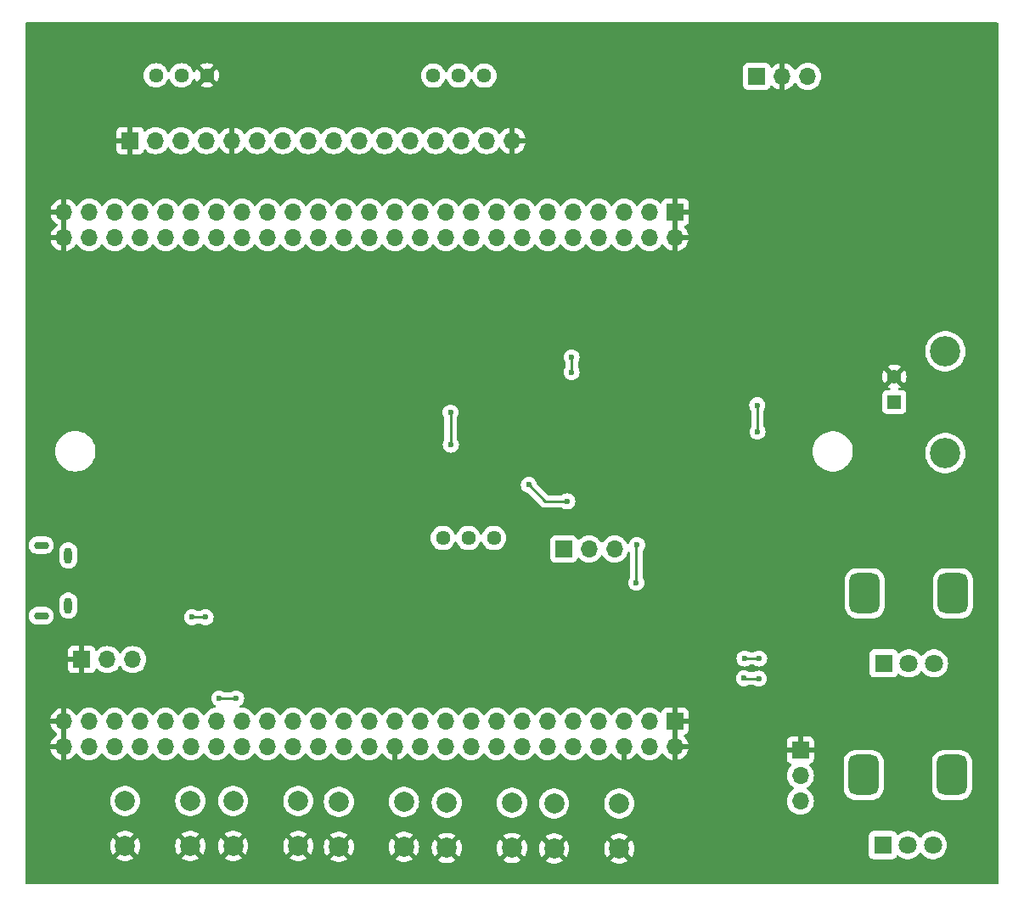
<source format=gbr>
%TF.GenerationSoftware,KiCad,Pcbnew,8.0.0*%
%TF.CreationDate,2024-05-21T23:25:33-06:00*%
%TF.ProjectId,2024_Discovery_DDS_Shield,32303234-5f44-4697-9363-6f766572795f,rev?*%
%TF.SameCoordinates,Original*%
%TF.FileFunction,Copper,L2,Bot*%
%TF.FilePolarity,Positive*%
%FSLAX46Y46*%
G04 Gerber Fmt 4.6, Leading zero omitted, Abs format (unit mm)*
G04 Created by KiCad (PCBNEW 8.0.0) date 2024-05-21 23:25:33*
%MOMM*%
%LPD*%
G01*
G04 APERTURE LIST*
G04 Aperture macros list*
%AMRoundRect*
0 Rectangle with rounded corners*
0 $1 Rounding radius*
0 $2 $3 $4 $5 $6 $7 $8 $9 X,Y pos of 4 corners*
0 Add a 4 corners polygon primitive as box body*
4,1,4,$2,$3,$4,$5,$6,$7,$8,$9,$2,$3,0*
0 Add four circle primitives for the rounded corners*
1,1,$1+$1,$2,$3*
1,1,$1+$1,$4,$5*
1,1,$1+$1,$6,$7*
1,1,$1+$1,$8,$9*
0 Add four rect primitives between the rounded corners*
20,1,$1+$1,$2,$3,$4,$5,0*
20,1,$1+$1,$4,$5,$6,$7,0*
20,1,$1+$1,$6,$7,$8,$9,0*
20,1,$1+$1,$8,$9,$2,$3,0*%
G04 Aperture macros list end*
%TA.AperFunction,ComponentPad*%
%ADD10O,0.800000X1.600000*%
%TD*%
%TA.AperFunction,ComponentPad*%
%ADD11O,1.500000X0.750000*%
%TD*%
%TA.AperFunction,ComponentPad*%
%ADD12C,2.000000*%
%TD*%
%TA.AperFunction,ComponentPad*%
%ADD13R,1.398000X1.398000*%
%TD*%
%TA.AperFunction,ComponentPad*%
%ADD14C,1.398000*%
%TD*%
%TA.AperFunction,ComponentPad*%
%ADD15C,3.015000*%
%TD*%
%TA.AperFunction,ComponentPad*%
%ADD16R,1.800000X1.800000*%
%TD*%
%TA.AperFunction,ComponentPad*%
%ADD17C,1.800000*%
%TD*%
%TA.AperFunction,ComponentPad*%
%ADD18RoundRect,0.750000X0.750000X-1.250000X0.750000X1.250000X-0.750000X1.250000X-0.750000X-1.250000X0*%
%TD*%
%TA.AperFunction,ComponentPad*%
%ADD19R,1.700000X1.700000*%
%TD*%
%TA.AperFunction,ComponentPad*%
%ADD20O,1.700000X1.700000*%
%TD*%
%TA.AperFunction,ComponentPad*%
%ADD21C,1.440000*%
%TD*%
%TA.AperFunction,ViaPad*%
%ADD22C,0.600000*%
%TD*%
%TA.AperFunction,Conductor*%
%ADD23C,0.254000*%
%TD*%
G04 APERTURE END LIST*
D10*
%TO.P,J2,S1,SHIELD*%
%TO.N,unconnected-(J2-SHIELD-PadS1)*%
X87430800Y-85042400D03*
%TO.P,J2,S2,SHIELD__1*%
%TO.N,unconnected-(J2-SHIELD__1-PadS2)*%
X87430800Y-90042400D03*
D11*
%TO.P,J2,S3,SHIELD__2*%
%TO.N,unconnected-(J2-SHIELD__2-PadS3)*%
X84730800Y-84017400D03*
%TO.P,J2,S6,SHIELD__5*%
%TO.N,unconnected-(J2-SHIELD__5-PadS6)*%
X84730800Y-91067400D03*
%TD*%
D12*
%TO.P,SW3,1,1*%
%TO.N,GND*%
X120904000Y-114122200D03*
X114404000Y-114122200D03*
%TO.P,SW3,2,2*%
%TO.N,/SW_CURSOR*%
X120904000Y-109622200D03*
X114404000Y-109622200D03*
%TD*%
%TO.P,SW2,1,1*%
%TO.N,GND*%
X110363000Y-114046000D03*
X103863000Y-114046000D03*
%TO.P,SW2,2,2*%
%TO.N,/SW_MODE*%
X110363000Y-109546000D03*
X103863000Y-109546000D03*
%TD*%
D13*
%TO.P,J9,1,1*%
%TO.N,Net-(J9-Pad1)*%
X169799000Y-69748400D03*
D14*
%TO.P,J9,2,2*%
%TO.N,GND*%
X169799000Y-67208400D03*
D15*
%TO.P,J9,P1,SHIELD*%
%TO.N,unconnected-(J9-SHIELD-PadP1)*%
X174879000Y-64668400D03*
%TO.P,J9,P2,SHIELD__1*%
%TO.N,unconnected-(J9-SHIELD__1-PadP2)*%
X174879000Y-74828400D03*
%TD*%
D16*
%TO.P,RV7,1,1*%
%TO.N,Net-(U2A--)*%
X168746800Y-95813600D03*
D17*
%TO.P,RV7,2,2*%
%TO.N,Net-(R56-Pad2)*%
X171246800Y-95813600D03*
%TO.P,RV7,3,3*%
X173746800Y-95813600D03*
D18*
%TO.P,RV7,MP*%
%TO.N,N/C*%
X166846800Y-88813600D03*
X175646800Y-88813600D03*
%TD*%
D19*
%TO.P,J3,1,Pin_1*%
%TO.N,GND*%
X88773000Y-95427800D03*
D20*
%TO.P,J3,2,Pin_2*%
%TO.N,/FTDI_RX*%
X91313000Y-95427800D03*
%TO.P,J3,3,Pin_3*%
%TO.N,/FTDI_TX*%
X93853000Y-95427800D03*
%TD*%
D16*
%TO.P,RV8,1,1*%
%TO.N,VCC*%
X168645200Y-113949200D03*
D17*
%TO.P,RV8,2,2*%
%TO.N,Net-(J4-Pin_3)*%
X171145200Y-113949200D03*
%TO.P,RV8,3,3*%
%TO.N,VEE*%
X173645200Y-113949200D03*
D18*
%TO.P,RV8,MP*%
%TO.N,N/C*%
X166745200Y-106949200D03*
X175545200Y-106949200D03*
%TD*%
D19*
%TO.P,J4,1,Pin_1*%
%TO.N,GND*%
X160426400Y-104470200D03*
D20*
%TO.P,J4,2,Pin_2*%
%TO.N,Net-(J4-Pin_2)*%
X160426400Y-107010200D03*
%TO.P,J4,3,Pin_3*%
%TO.N,Net-(J4-Pin_3)*%
X160426400Y-109550200D03*
%TD*%
D12*
%TO.P,SW4,1,1*%
%TO.N,GND*%
X131673600Y-114223800D03*
X125173600Y-114223800D03*
%TO.P,SW4,2,2*%
%TO.N,/SW_PLUS*%
X131673600Y-109723800D03*
X125173600Y-109723800D03*
%TD*%
D19*
%TO.P,J1,1,Pin_1*%
%TO.N,Net-(J1-Pin_1)*%
X136819800Y-84389600D03*
D20*
%TO.P,J1,2,Pin_2*%
%TO.N,Net-(J1-Pin_2)*%
X139359800Y-84389600D03*
%TO.P,J1,3,Pin_3*%
%TO.N,Net-(J1-Pin_3)*%
X141899800Y-84389600D03*
%TD*%
D19*
%TO.P,J5,1,Pin_1*%
%TO.N,GND*%
X93594902Y-43644400D03*
D20*
%TO.P,J5,2,Pin_2*%
%TO.N,+5V*%
X96134902Y-43644400D03*
%TO.P,J5,3,Pin_3*%
%TO.N,Net-(J5-Pin_3)*%
X98674902Y-43644400D03*
%TO.P,J5,4,Pin_4*%
%TO.N,/RS*%
X101214902Y-43644400D03*
%TO.P,J5,5,Pin_5*%
%TO.N,GND*%
X103754902Y-43644400D03*
%TO.P,J5,6,Pin_6*%
%TO.N,/E*%
X106294902Y-43644400D03*
%TO.P,J5,7,Pin_7*%
%TO.N,/D0*%
X108834902Y-43644400D03*
%TO.P,J5,8,Pin_8*%
%TO.N,/D1*%
X111374902Y-43644400D03*
%TO.P,J5,9,Pin_9*%
%TO.N,/D2*%
X113914902Y-43644400D03*
%TO.P,J5,10,Pin_10*%
%TO.N,/D3*%
X116454902Y-43644400D03*
%TO.P,J5,11,Pin_11*%
%TO.N,/D4*%
X118994902Y-43644400D03*
%TO.P,J5,12,Pin_12*%
%TO.N,/D5*%
X121534902Y-43644400D03*
%TO.P,J5,13,Pin_13*%
%TO.N,/D6*%
X124074902Y-43644400D03*
%TO.P,J5,14,Pin_14*%
%TO.N,/D7*%
X126614902Y-43644400D03*
%TO.P,J5,15,Pin_15*%
%TO.N,/A*%
X129154902Y-43644400D03*
%TO.P,J5,16,Pin_16*%
%TO.N,GND*%
X131694902Y-43644400D03*
%TD*%
D19*
%TO.P,J6,1,Pin_1*%
%TO.N,VCC*%
X156083000Y-37236400D03*
D20*
%TO.P,J6,2,Pin_2*%
%TO.N,GND*%
X158623000Y-37236400D03*
%TO.P,J6,3,Pin_3*%
%TO.N,VEE*%
X161163000Y-37236400D03*
%TD*%
D12*
%TO.P,SW6,1,1*%
%TO.N,GND*%
X99593400Y-114046000D03*
X93093400Y-114046000D03*
%TO.P,SW6,2,2*%
%TO.N,/SW_RUN_STOP*%
X99593400Y-109546000D03*
X93093400Y-109546000D03*
%TD*%
D21*
%TO.P,RV2,1,1*%
%TO.N,/A*%
X128905000Y-37160200D03*
%TO.P,RV2,2,2*%
X126365000Y-37160200D03*
%TO.P,RV2,3,3*%
%TO.N,+5V*%
X123825000Y-37160200D03*
%TD*%
%TO.P,RV1,1,1*%
%TO.N,GND*%
X101244400Y-37134800D03*
%TO.P,RV1,2,2*%
%TO.N,Net-(J5-Pin_3)*%
X98704400Y-37134800D03*
%TO.P,RV1,3,3*%
%TO.N,+5V*%
X96164400Y-37134800D03*
%TD*%
D12*
%TO.P,SW5,1,1*%
%TO.N,GND*%
X142367000Y-114300000D03*
X135867000Y-114300000D03*
%TO.P,SW5,2,2*%
%TO.N,/SW_MINUS*%
X142367000Y-109800000D03*
X135867000Y-109800000D03*
%TD*%
D21*
%TO.P,RV6,1,1*%
%TO.N,Net-(R49-Pad2)*%
X124780800Y-83296000D03*
%TO.P,RV6,2,2*%
%TO.N,Net-(U1A-+)*%
X127320800Y-83296000D03*
%TO.P,RV6,3,3*%
%TO.N,Net-(R50-Pad1)*%
X129860800Y-83296000D03*
%TD*%
D19*
%TO.P,J7,1,Pin_1*%
%TO.N,GND*%
X147950600Y-50787200D03*
D20*
%TO.P,J7,2,Pin_2*%
X147950600Y-53327200D03*
%TO.P,J7,3,Pin_3*%
%TO.N,+5V*%
X145410600Y-50787200D03*
%TO.P,J7,4,Pin_4*%
X145410600Y-53327200D03*
%TO.P,J7,5,Pin_5*%
%TO.N,+3V0*%
X142870600Y-50787200D03*
%TO.P,J7,6,Pin_6*%
X142870600Y-53327200D03*
%TO.P,J7,7,Pin_7*%
%TO.N,unconnected-(J7-Pin_7-Pad7)*%
X140330600Y-50787200D03*
%TO.P,J7,8,Pin_8*%
%TO.N,unconnected-(J7-Pin_8-Pad8)*%
X140330600Y-53327200D03*
%TO.P,J7,9,Pin_9*%
%TO.N,unconnected-(J7-Pin_9-Pad9)*%
X137790600Y-50787200D03*
%TO.P,J7,10,Pin_10*%
%TO.N,unconnected-(J7-Pin_10-Pad10)*%
X137790600Y-53327200D03*
%TO.P,J7,11,Pin_11*%
%TO.N,unconnected-(J7-Pin_11-Pad11)*%
X135250600Y-50787200D03*
%TO.P,J7,12,Pin_12*%
%TO.N,unconnected-(J7-Pin_12-Pad12)*%
X135250600Y-53327200D03*
%TO.P,J7,13,Pin_13*%
%TO.N,/D7*%
X132710600Y-50787200D03*
%TO.P,J7,14,Pin_14*%
%TO.N,/D6*%
X132710600Y-53327200D03*
%TO.P,J7,15,Pin_15*%
%TO.N,/D5*%
X130170600Y-50787200D03*
%TO.P,J7,16,Pin_16*%
%TO.N,/D4*%
X130170600Y-53327200D03*
%TO.P,J7,17,Pin_17*%
%TO.N,/E*%
X127630600Y-50787200D03*
%TO.P,J7,18,Pin_18*%
%TO.N,/RS*%
X127630600Y-53327200D03*
%TO.P,J7,19,Pin_19*%
%TO.N,unconnected-(J7-Pin_19-Pad19)*%
X125090600Y-50787200D03*
%TO.P,J7,20,Pin_20*%
%TO.N,unconnected-(J7-Pin_20-Pad20)*%
X125090600Y-53327200D03*
%TO.P,J7,21,Pin_21*%
%TO.N,unconnected-(J7-Pin_21-Pad21)*%
X122550600Y-50787200D03*
%TO.P,J7,22,Pin_22*%
%TO.N,unconnected-(J7-Pin_22-Pad22)*%
X122550600Y-53327200D03*
%TO.P,J7,23,Pin_23*%
%TO.N,unconnected-(J7-Pin_23-Pad23)*%
X120010600Y-50787200D03*
%TO.P,J7,24,Pin_24*%
%TO.N,unconnected-(J7-Pin_24-Pad24)*%
X120010600Y-53327200D03*
%TO.P,J7,25,Pin_25*%
%TO.N,unconnected-(J7-Pin_25-Pad25)*%
X117470600Y-50787200D03*
%TO.P,J7,26,Pin_26*%
%TO.N,unconnected-(J7-Pin_26-Pad26)*%
X117470600Y-53327200D03*
%TO.P,J7,27,Pin_27*%
%TO.N,unconnected-(J7-Pin_27-Pad27)*%
X114930600Y-50787200D03*
%TO.P,J7,28,Pin_28*%
%TO.N,DAC_7*%
X114930600Y-53327200D03*
%TO.P,J7,29,Pin_29*%
%TO.N,DAC_6*%
X112390600Y-50787200D03*
%TO.P,J7,30,Pin_30*%
%TO.N,DAC_5*%
X112390600Y-53327200D03*
%TO.P,J7,31,Pin_31*%
%TO.N,DAC_4*%
X109850600Y-50787200D03*
%TO.P,J7,32,Pin_32*%
%TO.N,DAC_3*%
X109850600Y-53327200D03*
%TO.P,J7,33,Pin_33*%
%TO.N,DAC_2*%
X107310600Y-50787200D03*
%TO.P,J7,34,Pin_34*%
%TO.N,DAC_1*%
X107310600Y-53327200D03*
%TO.P,J7,35,Pin_35*%
%TO.N,DAC_0*%
X104770600Y-50787200D03*
%TO.P,J7,36,Pin_36*%
%TO.N,unconnected-(J7-Pin_36-Pad36)*%
X104770600Y-53327200D03*
%TO.P,J7,37,Pin_37*%
%TO.N,unconnected-(J7-Pin_37-Pad37)*%
X102230600Y-50787200D03*
%TO.P,J7,38,Pin_38*%
%TO.N,unconnected-(J7-Pin_38-Pad38)*%
X102230600Y-53327200D03*
%TO.P,J7,39,Pin_39*%
%TO.N,unconnected-(J7-Pin_39-Pad39)*%
X99690600Y-50787200D03*
%TO.P,J7,40,Pin_40*%
%TO.N,unconnected-(J7-Pin_40-Pad40)*%
X99690600Y-53327200D03*
%TO.P,J7,41,Pin_41*%
%TO.N,unconnected-(J7-Pin_41-Pad41)*%
X97150600Y-50787200D03*
%TO.P,J7,42,Pin_42*%
%TO.N,unconnected-(J7-Pin_42-Pad42)*%
X97150600Y-53327200D03*
%TO.P,J7,43,Pin_43*%
%TO.N,unconnected-(J7-Pin_43-Pad43)*%
X94610600Y-50787200D03*
%TO.P,J7,44,Pin_44*%
%TO.N,unconnected-(J7-Pin_44-Pad44)*%
X94610600Y-53327200D03*
%TO.P,J7,45,Pin_45*%
%TO.N,unconnected-(J7-Pin_45-Pad45)*%
X92070600Y-50787200D03*
%TO.P,J7,46,Pin_46*%
%TO.N,unconnected-(J7-Pin_46-Pad46)*%
X92070600Y-53327200D03*
%TO.P,J7,47,Pin_47*%
%TO.N,unconnected-(J7-Pin_47-Pad47)*%
X89530600Y-50787200D03*
%TO.P,J7,48,Pin_48*%
%TO.N,unconnected-(J7-Pin_48-Pad48)*%
X89530600Y-53327200D03*
%TO.P,J7,49,Pin_49*%
%TO.N,GND*%
X86990600Y-50787200D03*
%TO.P,J7,50,Pin_50*%
X86990600Y-53327200D03*
%TD*%
D19*
%TO.P,J8,1,Pin_1*%
%TO.N,GND*%
X147925200Y-101587200D03*
D20*
%TO.P,J8,2,Pin_2*%
X147925200Y-104127200D03*
%TO.P,J8,3,Pin_3*%
%TO.N,unconnected-(J8-Pin_3-Pad3)*%
X145385200Y-101587200D03*
%TO.P,J8,4,Pin_4*%
%TO.N,unconnected-(J8-Pin_4-Pad4)*%
X145385200Y-104127200D03*
%TO.P,J8,5,Pin_5*%
%TO.N,unconnected-(J8-Pin_5-Pad5)*%
X142845200Y-101587200D03*
%TO.P,J8,6,Pin_6*%
%TO.N,GND*%
X142845200Y-104127200D03*
%TO.P,J8,7,Pin_7*%
%TO.N,unconnected-(J8-Pin_7-Pad7)*%
X140305200Y-101587200D03*
%TO.P,J8,8,Pin_8*%
%TO.N,unconnected-(J8-Pin_8-Pad8)*%
X140305200Y-104127200D03*
%TO.P,J8,9,Pin_9*%
%TO.N,unconnected-(J8-Pin_9-Pad9)*%
X137765200Y-101587200D03*
%TO.P,J8,10,Pin_10*%
%TO.N,unconnected-(J8-Pin_10-Pad10)*%
X137765200Y-104127200D03*
%TO.P,J8,11,Pin_11*%
%TO.N,unconnected-(J8-Pin_11-Pad11)*%
X135225200Y-101587200D03*
%TO.P,J8,12,Pin_12*%
%TO.N,/SW_MINUS*%
X135225200Y-104127200D03*
%TO.P,J8,13,Pin_13*%
%TO.N,unconnected-(J8-Pin_13-Pad13)*%
X132685200Y-101587200D03*
%TO.P,J8,14,Pin_14*%
%TO.N,unconnected-(J8-Pin_14-Pad14)*%
X132685200Y-104127200D03*
%TO.P,J8,15,Pin_15*%
%TO.N,unconnected-(J8-Pin_15-Pad15)*%
X130145200Y-101587200D03*
%TO.P,J8,16,Pin_16*%
%TO.N,unconnected-(J8-Pin_16-Pad16)*%
X130145200Y-104127200D03*
%TO.P,J8,17,Pin_17*%
%TO.N,unconnected-(J8-Pin_17-Pad17)*%
X127605200Y-101587200D03*
%TO.P,J8,18,Pin_18*%
%TO.N,unconnected-(J8-Pin_18-Pad18)*%
X127605200Y-104127200D03*
%TO.P,J8,19,Pin_19*%
%TO.N,unconnected-(J8-Pin_19-Pad19)*%
X125065200Y-101587200D03*
%TO.P,J8,20,Pin_20*%
%TO.N,/SW_PLUS*%
X125065200Y-104127200D03*
%TO.P,J8,21,Pin_21*%
%TO.N,unconnected-(J8-Pin_21-Pad21)*%
X122525200Y-101587200D03*
%TO.P,J8,22,Pin_22*%
%TO.N,unconnected-(J8-Pin_22-Pad22)*%
X122525200Y-104127200D03*
%TO.P,J8,23,Pin_23*%
%TO.N,unconnected-(J8-Pin_23-Pad23)*%
X119985200Y-101587200D03*
%TO.P,J8,24,Pin_24*%
%TO.N,GND*%
X119985200Y-104127200D03*
%TO.P,J8,25,Pin_25*%
%TO.N,unconnected-(J8-Pin_25-Pad25)*%
X117445200Y-101587200D03*
%TO.P,J8,26,Pin_26*%
%TO.N,unconnected-(J8-Pin_26-Pad26)*%
X117445200Y-104127200D03*
%TO.P,J8,27,Pin_27*%
%TO.N,unconnected-(J8-Pin_27-Pad27)*%
X114905200Y-101587200D03*
%TO.P,J8,28,Pin_28*%
%TO.N,/SW_CURSOR*%
X114905200Y-104127200D03*
%TO.P,J8,29,Pin_29*%
%TO.N,unconnected-(J8-Pin_29-Pad29)*%
X112365200Y-101587200D03*
%TO.P,J8,30,Pin_30*%
%TO.N,unconnected-(J8-Pin_30-Pad30)*%
X112365200Y-104127200D03*
%TO.P,J8,31,Pin_31*%
%TO.N,unconnected-(J8-Pin_31-Pad31)*%
X109825200Y-101587200D03*
%TO.P,J8,32,Pin_32*%
%TO.N,unconnected-(J8-Pin_32-Pad32)*%
X109825200Y-104127200D03*
%TO.P,J8,33,Pin_33*%
%TO.N,/FTDI_RX*%
X107285200Y-101587200D03*
%TO.P,J8,34,Pin_34*%
%TO.N,unconnected-(J8-Pin_34-Pad34)*%
X107285200Y-104127200D03*
%TO.P,J8,35,Pin_35*%
%TO.N,unconnected-(J8-Pin_35-Pad35)*%
X104745200Y-101587200D03*
%TO.P,J8,36,Pin_36*%
%TO.N,/FTDI_TX*%
X104745200Y-104127200D03*
%TO.P,J8,37,Pin_37*%
%TO.N,unconnected-(J8-Pin_37-Pad37)*%
X102205200Y-101587200D03*
%TO.P,J8,38,Pin_38*%
%TO.N,/SW_MODE*%
X102205200Y-104127200D03*
%TO.P,J8,39,Pin_39*%
%TO.N,unconnected-(J8-Pin_39-Pad39)*%
X99665200Y-101587200D03*
%TO.P,J8,40,Pin_40*%
%TO.N,/SW_RUN_STOP*%
X99665200Y-104127200D03*
%TO.P,J8,41,Pin_41*%
%TO.N,unconnected-(J8-Pin_41-Pad41)*%
X97125200Y-101587200D03*
%TO.P,J8,42,Pin_42*%
%TO.N,unconnected-(J8-Pin_42-Pad42)*%
X97125200Y-104127200D03*
%TO.P,J8,43,Pin_43*%
%TO.N,unconnected-(J8-Pin_43-Pad43)*%
X94585200Y-101587200D03*
%TO.P,J8,44,Pin_44*%
%TO.N,unconnected-(J8-Pin_44-Pad44)*%
X94585200Y-104127200D03*
%TO.P,J8,45,Pin_45*%
%TO.N,unconnected-(J8-Pin_45-Pad45)*%
X92045200Y-101587200D03*
%TO.P,J8,46,Pin_46*%
%TO.N,unconnected-(J8-Pin_46-Pad46)*%
X92045200Y-104127200D03*
%TO.P,J8,47,Pin_47*%
%TO.N,unconnected-(J8-Pin_47-Pad47)*%
X89505200Y-101587200D03*
%TO.P,J8,48,Pin_48*%
%TO.N,unconnected-(J8-Pin_48-Pad48)*%
X89505200Y-104127200D03*
%TO.P,J8,49,Pin_49*%
%TO.N,GND*%
X86965200Y-101587200D03*
%TO.P,J8,50,Pin_50*%
X86965200Y-104127200D03*
%TD*%
D22*
%TO.N,/FTDI_RX*%
X102489000Y-99314000D03*
X104165400Y-99314000D03*
%TO.N,GND*%
X151942800Y-85623400D03*
X98223400Y-80010000D03*
X139674600Y-67919600D03*
X140360400Y-78663800D03*
X100364600Y-95968400D03*
X99123500Y-88709500D03*
X127355600Y-74879200D03*
X98513900Y-85458300D03*
X127152400Y-87401400D03*
X152908000Y-80949800D03*
X160147000Y-86614000D03*
X86309200Y-88849200D03*
X145211800Y-86791800D03*
X95834200Y-73964800D03*
X101449200Y-81178400D03*
X98933200Y-93889500D03*
%TO.N,Net-(U2A--)*%
X154813000Y-97307400D03*
X156286200Y-97332800D03*
%TO.N,Net-(R56-Pad2)*%
X154863800Y-95326200D03*
X156311600Y-95326200D03*
%TO.N,+5V*%
X125577600Y-73990200D03*
X125552200Y-70789800D03*
%TO.N,/MODE*%
X101117400Y-91211400D03*
X99771200Y-91211400D03*
%TO.N,VCC*%
X156133800Y-70053200D03*
X137617200Y-66751200D03*
X156159200Y-72694800D03*
X137617200Y-65278000D03*
%TO.N,VEE*%
X137185400Y-79654400D03*
X144145000Y-83997800D03*
X144068800Y-87757000D03*
X133350000Y-78003400D03*
%TD*%
D23*
%TO.N,/FTDI_RX*%
X102489000Y-99314000D02*
X104165400Y-99314000D01*
%TO.N,Net-(U2A--)*%
X156286200Y-97332800D02*
X154838400Y-97332800D01*
X154838400Y-97332800D02*
X154813000Y-97307400D01*
%TO.N,Net-(R56-Pad2)*%
X156311600Y-95326200D02*
X154863800Y-95326200D01*
%TO.N,+5V*%
X125552200Y-70789800D02*
X125552200Y-73964800D01*
X125552200Y-73964800D02*
X125577600Y-73990200D01*
%TO.N,/MODE*%
X101117400Y-91211400D02*
X99771200Y-91211400D01*
%TO.N,VCC*%
X137617200Y-66751200D02*
X137617200Y-65278000D01*
X156133800Y-72669400D02*
X156159200Y-72694800D01*
X156133800Y-70053200D02*
X156133800Y-72669400D01*
%TO.N,VEE*%
X144068800Y-84074000D02*
X144145000Y-83997800D01*
X135001000Y-79654400D02*
X133350000Y-78003400D01*
X144068800Y-87757000D02*
X144068800Y-84074000D01*
X137185400Y-79654400D02*
X135001000Y-79654400D01*
%TD*%
%TA.AperFunction,Conductor*%
%TO.N,GND*%
G36*
X87215200Y-103694188D02*
G01*
X87158193Y-103661275D01*
X87031026Y-103627200D01*
X86899374Y-103627200D01*
X86772207Y-103661275D01*
X86715200Y-103694188D01*
X86715200Y-102020212D01*
X86772207Y-102053125D01*
X86899374Y-102087200D01*
X87031026Y-102087200D01*
X87158193Y-102053125D01*
X87215200Y-102020212D01*
X87215200Y-103694188D01*
G37*
%TD.AperFunction*%
%TA.AperFunction,Conductor*%
G36*
X148175200Y-103694188D02*
G01*
X148118193Y-103661275D01*
X147991026Y-103627200D01*
X147859374Y-103627200D01*
X147732207Y-103661275D01*
X147675200Y-103694188D01*
X147675200Y-102020212D01*
X147732207Y-102053125D01*
X147859374Y-102087200D01*
X147991026Y-102087200D01*
X148118193Y-102053125D01*
X148175200Y-102020212D01*
X148175200Y-103694188D01*
G37*
%TD.AperFunction*%
%TA.AperFunction,Conductor*%
G36*
X87240600Y-52894188D02*
G01*
X87183593Y-52861275D01*
X87056426Y-52827200D01*
X86924774Y-52827200D01*
X86797607Y-52861275D01*
X86740600Y-52894188D01*
X86740600Y-51220212D01*
X86797607Y-51253125D01*
X86924774Y-51287200D01*
X87056426Y-51287200D01*
X87183593Y-51253125D01*
X87240600Y-51220212D01*
X87240600Y-52894188D01*
G37*
%TD.AperFunction*%
%TA.AperFunction,Conductor*%
G36*
X148200600Y-52894188D02*
G01*
X148143593Y-52861275D01*
X148016426Y-52827200D01*
X147884774Y-52827200D01*
X147757607Y-52861275D01*
X147700600Y-52894188D01*
X147700600Y-51220212D01*
X147757607Y-51253125D01*
X147884774Y-51287200D01*
X148016426Y-51287200D01*
X148143593Y-51253125D01*
X148200600Y-51220212D01*
X148200600Y-52894188D01*
G37*
%TD.AperFunction*%
%TA.AperFunction,Conductor*%
G36*
X180119539Y-31863785D02*
G01*
X180165294Y-31916589D01*
X180176500Y-31968100D01*
X180176500Y-117719100D01*
X180156815Y-117786139D01*
X180104011Y-117831894D01*
X180052500Y-117843100D01*
X83301500Y-117843100D01*
X83234461Y-117823415D01*
X83188706Y-117770611D01*
X83177500Y-117719100D01*
X83177500Y-114046005D01*
X91588259Y-114046005D01*
X91608785Y-114293729D01*
X91608787Y-114293738D01*
X91669812Y-114534717D01*
X91769666Y-114762364D01*
X91869964Y-114915882D01*
X92569612Y-114216234D01*
X92580882Y-114258292D01*
X92653290Y-114383708D01*
X92755692Y-114486110D01*
X92881108Y-114558518D01*
X92923165Y-114569787D01*
X92223342Y-115269609D01*
X92270168Y-115306055D01*
X92270170Y-115306056D01*
X92488785Y-115424364D01*
X92488796Y-115424369D01*
X92723906Y-115505083D01*
X92969107Y-115546000D01*
X93217693Y-115546000D01*
X93462893Y-115505083D01*
X93698003Y-115424369D01*
X93698014Y-115424364D01*
X93916628Y-115306057D01*
X93916631Y-115306055D01*
X93963456Y-115269609D01*
X93263634Y-114569787D01*
X93305692Y-114558518D01*
X93431108Y-114486110D01*
X93533510Y-114383708D01*
X93605918Y-114258292D01*
X93617187Y-114216235D01*
X94316834Y-114915882D01*
X94417131Y-114762369D01*
X94516987Y-114534717D01*
X94578012Y-114293738D01*
X94578014Y-114293729D01*
X94598541Y-114046005D01*
X98088259Y-114046005D01*
X98108785Y-114293729D01*
X98108787Y-114293738D01*
X98169812Y-114534717D01*
X98269666Y-114762364D01*
X98369964Y-114915882D01*
X99069612Y-114216234D01*
X99080882Y-114258292D01*
X99153290Y-114383708D01*
X99255692Y-114486110D01*
X99381108Y-114558518D01*
X99423165Y-114569787D01*
X98723342Y-115269609D01*
X98770168Y-115306055D01*
X98770170Y-115306056D01*
X98988785Y-115424364D01*
X98988796Y-115424369D01*
X99223906Y-115505083D01*
X99469107Y-115546000D01*
X99717693Y-115546000D01*
X99962893Y-115505083D01*
X100198003Y-115424369D01*
X100198014Y-115424364D01*
X100416628Y-115306057D01*
X100416631Y-115306055D01*
X100463456Y-115269609D01*
X99763634Y-114569787D01*
X99805692Y-114558518D01*
X99931108Y-114486110D01*
X100033510Y-114383708D01*
X100105918Y-114258292D01*
X100117187Y-114216235D01*
X100816834Y-114915882D01*
X100917131Y-114762369D01*
X101016987Y-114534717D01*
X101078012Y-114293738D01*
X101078014Y-114293729D01*
X101098541Y-114046005D01*
X102357859Y-114046005D01*
X102378385Y-114293729D01*
X102378387Y-114293738D01*
X102439412Y-114534717D01*
X102539266Y-114762364D01*
X102639564Y-114915882D01*
X103339212Y-114216234D01*
X103350482Y-114258292D01*
X103422890Y-114383708D01*
X103525292Y-114486110D01*
X103650708Y-114558518D01*
X103692765Y-114569787D01*
X102992942Y-115269609D01*
X103039768Y-115306055D01*
X103039770Y-115306056D01*
X103258385Y-115424364D01*
X103258396Y-115424369D01*
X103493506Y-115505083D01*
X103738707Y-115546000D01*
X103987293Y-115546000D01*
X104232493Y-115505083D01*
X104467603Y-115424369D01*
X104467614Y-115424364D01*
X104686228Y-115306057D01*
X104686231Y-115306055D01*
X104733056Y-115269609D01*
X104033234Y-114569787D01*
X104075292Y-114558518D01*
X104200708Y-114486110D01*
X104303110Y-114383708D01*
X104375518Y-114258292D01*
X104386787Y-114216235D01*
X105086434Y-114915882D01*
X105186731Y-114762369D01*
X105286587Y-114534717D01*
X105347612Y-114293738D01*
X105347614Y-114293729D01*
X105368141Y-114046005D01*
X108857859Y-114046005D01*
X108878385Y-114293729D01*
X108878387Y-114293738D01*
X108939412Y-114534717D01*
X109039266Y-114762364D01*
X109139564Y-114915882D01*
X109839212Y-114216234D01*
X109850482Y-114258292D01*
X109922890Y-114383708D01*
X110025292Y-114486110D01*
X110150708Y-114558518D01*
X110192765Y-114569787D01*
X109492942Y-115269609D01*
X109539768Y-115306055D01*
X109539770Y-115306056D01*
X109758385Y-115424364D01*
X109758396Y-115424369D01*
X109993506Y-115505083D01*
X110238707Y-115546000D01*
X110487293Y-115546000D01*
X110732493Y-115505083D01*
X110967603Y-115424369D01*
X110967614Y-115424364D01*
X111186228Y-115306057D01*
X111186231Y-115306055D01*
X111233056Y-115269609D01*
X110533234Y-114569787D01*
X110575292Y-114558518D01*
X110700708Y-114486110D01*
X110803110Y-114383708D01*
X110875518Y-114258292D01*
X110886787Y-114216235D01*
X111586434Y-114915882D01*
X111686731Y-114762369D01*
X111786587Y-114534717D01*
X111847612Y-114293738D01*
X111847614Y-114293729D01*
X111861827Y-114122205D01*
X112898859Y-114122205D01*
X112919385Y-114369929D01*
X112919387Y-114369938D01*
X112980412Y-114610917D01*
X113080266Y-114838564D01*
X113180564Y-114992082D01*
X113880212Y-114292434D01*
X113891482Y-114334492D01*
X113963890Y-114459908D01*
X114066292Y-114562310D01*
X114191708Y-114634718D01*
X114233765Y-114645987D01*
X113533942Y-115345809D01*
X113580768Y-115382255D01*
X113580770Y-115382256D01*
X113799385Y-115500564D01*
X113799396Y-115500569D01*
X114034506Y-115581283D01*
X114279707Y-115622200D01*
X114528293Y-115622200D01*
X114773493Y-115581283D01*
X115008603Y-115500569D01*
X115008614Y-115500564D01*
X115227228Y-115382257D01*
X115227231Y-115382255D01*
X115274056Y-115345809D01*
X114574234Y-114645987D01*
X114616292Y-114634718D01*
X114741708Y-114562310D01*
X114844110Y-114459908D01*
X114916518Y-114334492D01*
X114927787Y-114292435D01*
X115627434Y-114992082D01*
X115727731Y-114838569D01*
X115827587Y-114610917D01*
X115888612Y-114369938D01*
X115888614Y-114369929D01*
X115909141Y-114122205D01*
X119398859Y-114122205D01*
X119419385Y-114369929D01*
X119419387Y-114369938D01*
X119480412Y-114610917D01*
X119580266Y-114838564D01*
X119680564Y-114992082D01*
X120380212Y-114292434D01*
X120391482Y-114334492D01*
X120463890Y-114459908D01*
X120566292Y-114562310D01*
X120691708Y-114634718D01*
X120733765Y-114645987D01*
X120033942Y-115345809D01*
X120080768Y-115382255D01*
X120080770Y-115382256D01*
X120299385Y-115500564D01*
X120299396Y-115500569D01*
X120534506Y-115581283D01*
X120779707Y-115622200D01*
X121028293Y-115622200D01*
X121273493Y-115581283D01*
X121508603Y-115500569D01*
X121508614Y-115500564D01*
X121727228Y-115382257D01*
X121727231Y-115382255D01*
X121774056Y-115345809D01*
X121074234Y-114645987D01*
X121116292Y-114634718D01*
X121241708Y-114562310D01*
X121344110Y-114459908D01*
X121416518Y-114334492D01*
X121427787Y-114292435D01*
X122127434Y-114992082D01*
X122227731Y-114838569D01*
X122327587Y-114610917D01*
X122388612Y-114369938D01*
X122388614Y-114369929D01*
X122400722Y-114223805D01*
X123668459Y-114223805D01*
X123688985Y-114471529D01*
X123688987Y-114471538D01*
X123750012Y-114712517D01*
X123849866Y-114940164D01*
X123950164Y-115093682D01*
X124649812Y-114394034D01*
X124661082Y-114436092D01*
X124733490Y-114561508D01*
X124835892Y-114663910D01*
X124961308Y-114736318D01*
X125003365Y-114747587D01*
X124303542Y-115447409D01*
X124350368Y-115483855D01*
X124350370Y-115483856D01*
X124568985Y-115602164D01*
X124568996Y-115602169D01*
X124804106Y-115682883D01*
X125049307Y-115723800D01*
X125297893Y-115723800D01*
X125543093Y-115682883D01*
X125778203Y-115602169D01*
X125778214Y-115602164D01*
X125996828Y-115483857D01*
X125996831Y-115483855D01*
X126043656Y-115447409D01*
X125343834Y-114747587D01*
X125385892Y-114736318D01*
X125511308Y-114663910D01*
X125613710Y-114561508D01*
X125686118Y-114436092D01*
X125697387Y-114394035D01*
X126397034Y-115093682D01*
X126497331Y-114940169D01*
X126597187Y-114712517D01*
X126658212Y-114471538D01*
X126658214Y-114471529D01*
X126678741Y-114223805D01*
X130168459Y-114223805D01*
X130188985Y-114471529D01*
X130188987Y-114471538D01*
X130250012Y-114712517D01*
X130349866Y-114940164D01*
X130450164Y-115093682D01*
X131149812Y-114394034D01*
X131161082Y-114436092D01*
X131233490Y-114561508D01*
X131335892Y-114663910D01*
X131461308Y-114736318D01*
X131503365Y-114747587D01*
X130803542Y-115447409D01*
X130850368Y-115483855D01*
X130850370Y-115483856D01*
X131068985Y-115602164D01*
X131068996Y-115602169D01*
X131304106Y-115682883D01*
X131549307Y-115723800D01*
X131797893Y-115723800D01*
X132043093Y-115682883D01*
X132278203Y-115602169D01*
X132278214Y-115602164D01*
X132496828Y-115483857D01*
X132496831Y-115483855D01*
X132543656Y-115447409D01*
X131843834Y-114747587D01*
X131885892Y-114736318D01*
X132011308Y-114663910D01*
X132113710Y-114561508D01*
X132186118Y-114436092D01*
X132197387Y-114394035D01*
X132897034Y-115093682D01*
X132997331Y-114940169D01*
X133097187Y-114712517D01*
X133158212Y-114471538D01*
X133158214Y-114471529D01*
X133172427Y-114300005D01*
X134361859Y-114300005D01*
X134382385Y-114547729D01*
X134382387Y-114547738D01*
X134443412Y-114788717D01*
X134543266Y-115016364D01*
X134643564Y-115169882D01*
X135343212Y-114470234D01*
X135354482Y-114512292D01*
X135426890Y-114637708D01*
X135529292Y-114740110D01*
X135654708Y-114812518D01*
X135696765Y-114823787D01*
X134996942Y-115523609D01*
X135043768Y-115560055D01*
X135043770Y-115560056D01*
X135262385Y-115678364D01*
X135262396Y-115678369D01*
X135497506Y-115759083D01*
X135742707Y-115800000D01*
X135991293Y-115800000D01*
X136236493Y-115759083D01*
X136471603Y-115678369D01*
X136471614Y-115678364D01*
X136690228Y-115560057D01*
X136690231Y-115560055D01*
X136737056Y-115523609D01*
X136037234Y-114823787D01*
X136079292Y-114812518D01*
X136204708Y-114740110D01*
X136307110Y-114637708D01*
X136379518Y-114512292D01*
X136390787Y-114470235D01*
X137090434Y-115169882D01*
X137190731Y-115016369D01*
X137290587Y-114788717D01*
X137351612Y-114547738D01*
X137351614Y-114547729D01*
X137372141Y-114300005D01*
X140861859Y-114300005D01*
X140882385Y-114547729D01*
X140882387Y-114547738D01*
X140943412Y-114788717D01*
X141043266Y-115016364D01*
X141143564Y-115169882D01*
X141843212Y-114470234D01*
X141854482Y-114512292D01*
X141926890Y-114637708D01*
X142029292Y-114740110D01*
X142154708Y-114812518D01*
X142196765Y-114823787D01*
X141496942Y-115523609D01*
X141543768Y-115560055D01*
X141543770Y-115560056D01*
X141762385Y-115678364D01*
X141762396Y-115678369D01*
X141997506Y-115759083D01*
X142242707Y-115800000D01*
X142491293Y-115800000D01*
X142736493Y-115759083D01*
X142971603Y-115678369D01*
X142971614Y-115678364D01*
X143190228Y-115560057D01*
X143190231Y-115560055D01*
X143237056Y-115523609D01*
X142537234Y-114823787D01*
X142579292Y-114812518D01*
X142704708Y-114740110D01*
X142807110Y-114637708D01*
X142879518Y-114512292D01*
X142890787Y-114470235D01*
X143590434Y-115169882D01*
X143690731Y-115016369D01*
X143743060Y-114897070D01*
X167244700Y-114897070D01*
X167244701Y-114897076D01*
X167251108Y-114956683D01*
X167301402Y-115091528D01*
X167301406Y-115091535D01*
X167387652Y-115206744D01*
X167387655Y-115206747D01*
X167502864Y-115292993D01*
X167502871Y-115292997D01*
X167637717Y-115343291D01*
X167637716Y-115343291D01*
X167644644Y-115344035D01*
X167697327Y-115349700D01*
X169593072Y-115349699D01*
X169652683Y-115343291D01*
X169787531Y-115292996D01*
X169902746Y-115206746D01*
X169988996Y-115091531D01*
X170007292Y-115042474D01*
X170049161Y-114986542D01*
X170114625Y-114962124D01*
X170182899Y-114976975D01*
X170199636Y-114987955D01*
X170376565Y-115125664D01*
X170376571Y-115125668D01*
X170376574Y-115125670D01*
X170580697Y-115236136D01*
X170678201Y-115269609D01*
X170800215Y-115311497D01*
X170800217Y-115311497D01*
X170800219Y-115311498D01*
X171029151Y-115349700D01*
X171029152Y-115349700D01*
X171261248Y-115349700D01*
X171261249Y-115349700D01*
X171490181Y-115311498D01*
X171709703Y-115236136D01*
X171913826Y-115125670D01*
X172096984Y-114983113D01*
X172254179Y-114812353D01*
X172286835Y-114762369D01*
X172291391Y-114755396D01*
X172344537Y-114710039D01*
X172413769Y-114700615D01*
X172477104Y-114730117D01*
X172499009Y-114755396D01*
X172536216Y-114812347D01*
X172536219Y-114812351D01*
X172536221Y-114812353D01*
X172693416Y-114983113D01*
X172693419Y-114983115D01*
X172693422Y-114983118D01*
X172876565Y-115125664D01*
X172876571Y-115125668D01*
X172876574Y-115125670D01*
X173080697Y-115236136D01*
X173178201Y-115269609D01*
X173300215Y-115311497D01*
X173300217Y-115311497D01*
X173300219Y-115311498D01*
X173529151Y-115349700D01*
X173529152Y-115349700D01*
X173761248Y-115349700D01*
X173761249Y-115349700D01*
X173990181Y-115311498D01*
X174209703Y-115236136D01*
X174413826Y-115125670D01*
X174596984Y-114983113D01*
X174754179Y-114812353D01*
X174881124Y-114618049D01*
X174974357Y-114405500D01*
X175031334Y-114180505D01*
X175031335Y-114180497D01*
X175050500Y-113949206D01*
X175050500Y-113949193D01*
X175031335Y-113717902D01*
X175031333Y-113717891D01*
X174974357Y-113492899D01*
X174881124Y-113280351D01*
X174754183Y-113086052D01*
X174754180Y-113086049D01*
X174754179Y-113086047D01*
X174596984Y-112915287D01*
X174596979Y-112915283D01*
X174596977Y-112915281D01*
X174413834Y-112772735D01*
X174413828Y-112772731D01*
X174209704Y-112662264D01*
X174209695Y-112662261D01*
X173990184Y-112586902D01*
X173799650Y-112555108D01*
X173761249Y-112548700D01*
X173529151Y-112548700D01*
X173490750Y-112555108D01*
X173300215Y-112586902D01*
X173080704Y-112662261D01*
X173080695Y-112662264D01*
X172876571Y-112772731D01*
X172876565Y-112772735D01*
X172693422Y-112915281D01*
X172693419Y-112915284D01*
X172693416Y-112915286D01*
X172693416Y-112915287D01*
X172545700Y-113075751D01*
X172536215Y-113086054D01*
X172499008Y-113143004D01*
X172445862Y-113188361D01*
X172376630Y-113197784D01*
X172313295Y-113168282D01*
X172291392Y-113143004D01*
X172254184Y-113086054D01*
X172254182Y-113086052D01*
X172254179Y-113086047D01*
X172096984Y-112915287D01*
X172096979Y-112915283D01*
X172096977Y-112915281D01*
X171913834Y-112772735D01*
X171913828Y-112772731D01*
X171709704Y-112662264D01*
X171709695Y-112662261D01*
X171490184Y-112586902D01*
X171299650Y-112555108D01*
X171261249Y-112548700D01*
X171029151Y-112548700D01*
X170990750Y-112555108D01*
X170800215Y-112586902D01*
X170580704Y-112662261D01*
X170580695Y-112662264D01*
X170376572Y-112772731D01*
X170199636Y-112910445D01*
X170134642Y-112936087D01*
X170066102Y-112922520D01*
X170015777Y-112874052D01*
X170007292Y-112855923D01*
X169988998Y-112806873D01*
X169988993Y-112806864D01*
X169902747Y-112691655D01*
X169902744Y-112691652D01*
X169787535Y-112605406D01*
X169787528Y-112605402D01*
X169652682Y-112555108D01*
X169652683Y-112555108D01*
X169593083Y-112548701D01*
X169593081Y-112548700D01*
X169593073Y-112548700D01*
X169593064Y-112548700D01*
X167697329Y-112548700D01*
X167697323Y-112548701D01*
X167637716Y-112555108D01*
X167502871Y-112605402D01*
X167502864Y-112605406D01*
X167387655Y-112691652D01*
X167387652Y-112691655D01*
X167301406Y-112806864D01*
X167301402Y-112806871D01*
X167251108Y-112941717D01*
X167244701Y-113001316D01*
X167244700Y-113001335D01*
X167244700Y-114897070D01*
X143743060Y-114897070D01*
X143790587Y-114788717D01*
X143851612Y-114547738D01*
X143851614Y-114547729D01*
X143872141Y-114300005D01*
X143872141Y-114299994D01*
X143851614Y-114052270D01*
X143851612Y-114052261D01*
X143790587Y-113811282D01*
X143690731Y-113583630D01*
X143590434Y-113430116D01*
X142890787Y-114129764D01*
X142879518Y-114087708D01*
X142807110Y-113962292D01*
X142704708Y-113859890D01*
X142579292Y-113787482D01*
X142537235Y-113776212D01*
X143237057Y-113076390D01*
X143237056Y-113076389D01*
X143190229Y-113039943D01*
X142971614Y-112921635D01*
X142971603Y-112921630D01*
X142736493Y-112840916D01*
X142491293Y-112800000D01*
X142242707Y-112800000D01*
X141997506Y-112840916D01*
X141762396Y-112921630D01*
X141762390Y-112921632D01*
X141543761Y-113039949D01*
X141496942Y-113076388D01*
X141496942Y-113076390D01*
X142196765Y-113776212D01*
X142154708Y-113787482D01*
X142029292Y-113859890D01*
X141926890Y-113962292D01*
X141854482Y-114087708D01*
X141843212Y-114129764D01*
X141143564Y-113430116D01*
X141043267Y-113583632D01*
X140943412Y-113811282D01*
X140882387Y-114052261D01*
X140882385Y-114052270D01*
X140861859Y-114299994D01*
X140861859Y-114300005D01*
X137372141Y-114300005D01*
X137372141Y-114299994D01*
X137351614Y-114052270D01*
X137351612Y-114052261D01*
X137290587Y-113811282D01*
X137190731Y-113583630D01*
X137090434Y-113430116D01*
X136390787Y-114129764D01*
X136379518Y-114087708D01*
X136307110Y-113962292D01*
X136204708Y-113859890D01*
X136079292Y-113787482D01*
X136037235Y-113776212D01*
X136737057Y-113076390D01*
X136737056Y-113076389D01*
X136690229Y-113039943D01*
X136471614Y-112921635D01*
X136471603Y-112921630D01*
X136236493Y-112840916D01*
X135991293Y-112800000D01*
X135742707Y-112800000D01*
X135497506Y-112840916D01*
X135262396Y-112921630D01*
X135262390Y-112921632D01*
X135043761Y-113039949D01*
X134996942Y-113076388D01*
X134996942Y-113076390D01*
X135696765Y-113776212D01*
X135654708Y-113787482D01*
X135529292Y-113859890D01*
X135426890Y-113962292D01*
X135354482Y-114087708D01*
X135343212Y-114129764D01*
X134643564Y-113430116D01*
X134543267Y-113583632D01*
X134443412Y-113811282D01*
X134382387Y-114052261D01*
X134382385Y-114052270D01*
X134361859Y-114299994D01*
X134361859Y-114300005D01*
X133172427Y-114300005D01*
X133178741Y-114223805D01*
X133178741Y-114223794D01*
X133158214Y-113976070D01*
X133158212Y-113976061D01*
X133097187Y-113735082D01*
X132997331Y-113507430D01*
X132897034Y-113353916D01*
X132197387Y-114053564D01*
X132186118Y-114011508D01*
X132113710Y-113886092D01*
X132011308Y-113783690D01*
X131885892Y-113711282D01*
X131843835Y-113700012D01*
X132543657Y-113000190D01*
X132543656Y-113000189D01*
X132496829Y-112963743D01*
X132278214Y-112845435D01*
X132278203Y-112845430D01*
X132043093Y-112764716D01*
X131797893Y-112723800D01*
X131549307Y-112723800D01*
X131304106Y-112764716D01*
X131068996Y-112845430D01*
X131068990Y-112845432D01*
X130850361Y-112963749D01*
X130803542Y-113000188D01*
X130803542Y-113000190D01*
X131503365Y-113700012D01*
X131461308Y-113711282D01*
X131335892Y-113783690D01*
X131233490Y-113886092D01*
X131161082Y-114011508D01*
X131149812Y-114053564D01*
X130450164Y-113353916D01*
X130349867Y-113507432D01*
X130250012Y-113735082D01*
X130188987Y-113976061D01*
X130188985Y-113976070D01*
X130168459Y-114223794D01*
X130168459Y-114223805D01*
X126678741Y-114223805D01*
X126678741Y-114223794D01*
X126658214Y-113976070D01*
X126658212Y-113976061D01*
X126597187Y-113735082D01*
X126497331Y-113507430D01*
X126397034Y-113353916D01*
X125697387Y-114053564D01*
X125686118Y-114011508D01*
X125613710Y-113886092D01*
X125511308Y-113783690D01*
X125385892Y-113711282D01*
X125343835Y-113700012D01*
X126043657Y-113000190D01*
X126043656Y-113000189D01*
X125996829Y-112963743D01*
X125778214Y-112845435D01*
X125778203Y-112845430D01*
X125543093Y-112764716D01*
X125297893Y-112723800D01*
X125049307Y-112723800D01*
X124804106Y-112764716D01*
X124568996Y-112845430D01*
X124568990Y-112845432D01*
X124350361Y-112963749D01*
X124303542Y-113000188D01*
X124303542Y-113000190D01*
X125003365Y-113700012D01*
X124961308Y-113711282D01*
X124835892Y-113783690D01*
X124733490Y-113886092D01*
X124661082Y-114011508D01*
X124649812Y-114053564D01*
X123950164Y-113353916D01*
X123849867Y-113507432D01*
X123750012Y-113735082D01*
X123688987Y-113976061D01*
X123688985Y-113976070D01*
X123668459Y-114223794D01*
X123668459Y-114223805D01*
X122400722Y-114223805D01*
X122409141Y-114122205D01*
X122409141Y-114122194D01*
X122388614Y-113874470D01*
X122388612Y-113874461D01*
X122327587Y-113633482D01*
X122227731Y-113405830D01*
X122127434Y-113252316D01*
X121427787Y-113951964D01*
X121416518Y-113909908D01*
X121344110Y-113784492D01*
X121241708Y-113682090D01*
X121116292Y-113609682D01*
X121074235Y-113598412D01*
X121774057Y-112898590D01*
X121774056Y-112898589D01*
X121727229Y-112862143D01*
X121508614Y-112743835D01*
X121508603Y-112743830D01*
X121273493Y-112663116D01*
X121028293Y-112622200D01*
X120779707Y-112622200D01*
X120534506Y-112663116D01*
X120299396Y-112743830D01*
X120299390Y-112743832D01*
X120080761Y-112862149D01*
X120033942Y-112898588D01*
X120033942Y-112898590D01*
X120733765Y-113598412D01*
X120691708Y-113609682D01*
X120566292Y-113682090D01*
X120463890Y-113784492D01*
X120391482Y-113909908D01*
X120380212Y-113951964D01*
X119680564Y-113252316D01*
X119580267Y-113405832D01*
X119480412Y-113633482D01*
X119419387Y-113874461D01*
X119419385Y-113874470D01*
X119398859Y-114122194D01*
X119398859Y-114122205D01*
X115909141Y-114122205D01*
X115909141Y-114122194D01*
X115888614Y-113874470D01*
X115888612Y-113874461D01*
X115827587Y-113633482D01*
X115727731Y-113405830D01*
X115627434Y-113252316D01*
X114927787Y-113951964D01*
X114916518Y-113909908D01*
X114844110Y-113784492D01*
X114741708Y-113682090D01*
X114616292Y-113609682D01*
X114574235Y-113598412D01*
X115274057Y-112898590D01*
X115274056Y-112898589D01*
X115227229Y-112862143D01*
X115008614Y-112743835D01*
X115008603Y-112743830D01*
X114773493Y-112663116D01*
X114528293Y-112622200D01*
X114279707Y-112622200D01*
X114034506Y-112663116D01*
X113799396Y-112743830D01*
X113799390Y-112743832D01*
X113580761Y-112862149D01*
X113533942Y-112898588D01*
X113533942Y-112898590D01*
X114233765Y-113598412D01*
X114191708Y-113609682D01*
X114066292Y-113682090D01*
X113963890Y-113784492D01*
X113891482Y-113909908D01*
X113880212Y-113951964D01*
X113180564Y-113252316D01*
X113080267Y-113405832D01*
X112980412Y-113633482D01*
X112919387Y-113874461D01*
X112919385Y-113874470D01*
X112898859Y-114122194D01*
X112898859Y-114122205D01*
X111861827Y-114122205D01*
X111868141Y-114046005D01*
X111868141Y-114045994D01*
X111847614Y-113798270D01*
X111847612Y-113798261D01*
X111786587Y-113557282D01*
X111686731Y-113329630D01*
X111586434Y-113176116D01*
X110886787Y-113875764D01*
X110875518Y-113833708D01*
X110803110Y-113708292D01*
X110700708Y-113605890D01*
X110575292Y-113533482D01*
X110533235Y-113522212D01*
X111233057Y-112822390D01*
X111233056Y-112822389D01*
X111186229Y-112785943D01*
X110967614Y-112667635D01*
X110967603Y-112667630D01*
X110732493Y-112586916D01*
X110487293Y-112546000D01*
X110238707Y-112546000D01*
X109993506Y-112586916D01*
X109758396Y-112667630D01*
X109758390Y-112667632D01*
X109539761Y-112785949D01*
X109492942Y-112822388D01*
X109492942Y-112822390D01*
X110192765Y-113522212D01*
X110150708Y-113533482D01*
X110025292Y-113605890D01*
X109922890Y-113708292D01*
X109850482Y-113833708D01*
X109839212Y-113875764D01*
X109139564Y-113176116D01*
X109039267Y-113329632D01*
X108939412Y-113557282D01*
X108878387Y-113798261D01*
X108878385Y-113798270D01*
X108857859Y-114045994D01*
X108857859Y-114046005D01*
X105368141Y-114046005D01*
X105368141Y-114045994D01*
X105347614Y-113798270D01*
X105347612Y-113798261D01*
X105286587Y-113557282D01*
X105186731Y-113329630D01*
X105086434Y-113176116D01*
X104386787Y-113875764D01*
X104375518Y-113833708D01*
X104303110Y-113708292D01*
X104200708Y-113605890D01*
X104075292Y-113533482D01*
X104033235Y-113522212D01*
X104733057Y-112822390D01*
X104733056Y-112822389D01*
X104686229Y-112785943D01*
X104467614Y-112667635D01*
X104467603Y-112667630D01*
X104232493Y-112586916D01*
X103987293Y-112546000D01*
X103738707Y-112546000D01*
X103493506Y-112586916D01*
X103258396Y-112667630D01*
X103258390Y-112667632D01*
X103039761Y-112785949D01*
X102992942Y-112822388D01*
X102992942Y-112822390D01*
X103692765Y-113522212D01*
X103650708Y-113533482D01*
X103525292Y-113605890D01*
X103422890Y-113708292D01*
X103350482Y-113833708D01*
X103339212Y-113875764D01*
X102639564Y-113176116D01*
X102539267Y-113329632D01*
X102439412Y-113557282D01*
X102378387Y-113798261D01*
X102378385Y-113798270D01*
X102357859Y-114045994D01*
X102357859Y-114046005D01*
X101098541Y-114046005D01*
X101098541Y-114045994D01*
X101078014Y-113798270D01*
X101078012Y-113798261D01*
X101016987Y-113557282D01*
X100917131Y-113329630D01*
X100816834Y-113176116D01*
X100117187Y-113875764D01*
X100105918Y-113833708D01*
X100033510Y-113708292D01*
X99931108Y-113605890D01*
X99805692Y-113533482D01*
X99763635Y-113522212D01*
X100463457Y-112822390D01*
X100463456Y-112822389D01*
X100416629Y-112785943D01*
X100198014Y-112667635D01*
X100198003Y-112667630D01*
X99962893Y-112586916D01*
X99717693Y-112546000D01*
X99469107Y-112546000D01*
X99223906Y-112586916D01*
X98988796Y-112667630D01*
X98988790Y-112667632D01*
X98770161Y-112785949D01*
X98723342Y-112822388D01*
X98723342Y-112822390D01*
X99423165Y-113522212D01*
X99381108Y-113533482D01*
X99255692Y-113605890D01*
X99153290Y-113708292D01*
X99080882Y-113833708D01*
X99069612Y-113875764D01*
X98369964Y-113176116D01*
X98269667Y-113329632D01*
X98169812Y-113557282D01*
X98108787Y-113798261D01*
X98108785Y-113798270D01*
X98088259Y-114045994D01*
X98088259Y-114046005D01*
X94598541Y-114046005D01*
X94598541Y-114045994D01*
X94578014Y-113798270D01*
X94578012Y-113798261D01*
X94516987Y-113557282D01*
X94417131Y-113329630D01*
X94316834Y-113176116D01*
X93617187Y-113875764D01*
X93605918Y-113833708D01*
X93533510Y-113708292D01*
X93431108Y-113605890D01*
X93305692Y-113533482D01*
X93263635Y-113522212D01*
X93963457Y-112822390D01*
X93963456Y-112822389D01*
X93916629Y-112785943D01*
X93698014Y-112667635D01*
X93698003Y-112667630D01*
X93462893Y-112586916D01*
X93217693Y-112546000D01*
X92969107Y-112546000D01*
X92723906Y-112586916D01*
X92488796Y-112667630D01*
X92488790Y-112667632D01*
X92270161Y-112785949D01*
X92223342Y-112822388D01*
X92223342Y-112822390D01*
X92923165Y-113522212D01*
X92881108Y-113533482D01*
X92755692Y-113605890D01*
X92653290Y-113708292D01*
X92580882Y-113833708D01*
X92569612Y-113875764D01*
X91869964Y-113176116D01*
X91769667Y-113329632D01*
X91669812Y-113557282D01*
X91608787Y-113798261D01*
X91608785Y-113798270D01*
X91588259Y-114045994D01*
X91588259Y-114046005D01*
X83177500Y-114046005D01*
X83177500Y-109546005D01*
X91587757Y-109546005D01*
X91608290Y-109793812D01*
X91608292Y-109793824D01*
X91669336Y-110034881D01*
X91769226Y-110262606D01*
X91905233Y-110470782D01*
X91905236Y-110470785D01*
X92073656Y-110653738D01*
X92269891Y-110806474D01*
X92488590Y-110924828D01*
X92723786Y-111005571D01*
X92969065Y-111046500D01*
X93217735Y-111046500D01*
X93463014Y-111005571D01*
X93698210Y-110924828D01*
X93916909Y-110806474D01*
X94113144Y-110653738D01*
X94281564Y-110470785D01*
X94417573Y-110262607D01*
X94517463Y-110034881D01*
X94578508Y-109793821D01*
X94584311Y-109723794D01*
X94599043Y-109546005D01*
X98087757Y-109546005D01*
X98108290Y-109793812D01*
X98108292Y-109793824D01*
X98169336Y-110034881D01*
X98269226Y-110262606D01*
X98405233Y-110470782D01*
X98405236Y-110470785D01*
X98573656Y-110653738D01*
X98769891Y-110806474D01*
X98988590Y-110924828D01*
X99223786Y-111005571D01*
X99469065Y-111046500D01*
X99717735Y-111046500D01*
X99963014Y-111005571D01*
X100198210Y-110924828D01*
X100416909Y-110806474D01*
X100613144Y-110653738D01*
X100781564Y-110470785D01*
X100917573Y-110262607D01*
X101017463Y-110034881D01*
X101078508Y-109793821D01*
X101084311Y-109723794D01*
X101099043Y-109546005D01*
X102357357Y-109546005D01*
X102377890Y-109793812D01*
X102377892Y-109793824D01*
X102438936Y-110034881D01*
X102538826Y-110262606D01*
X102674833Y-110470782D01*
X102674836Y-110470785D01*
X102843256Y-110653738D01*
X103039491Y-110806474D01*
X103258190Y-110924828D01*
X103493386Y-111005571D01*
X103738665Y-111046500D01*
X103987335Y-111046500D01*
X104232614Y-111005571D01*
X104467810Y-110924828D01*
X104686509Y-110806474D01*
X104882744Y-110653738D01*
X105051164Y-110470785D01*
X105187173Y-110262607D01*
X105287063Y-110034881D01*
X105348108Y-109793821D01*
X105353911Y-109723794D01*
X105368643Y-109546005D01*
X108857357Y-109546005D01*
X108877890Y-109793812D01*
X108877892Y-109793824D01*
X108938936Y-110034881D01*
X109038826Y-110262606D01*
X109174833Y-110470782D01*
X109174836Y-110470785D01*
X109343256Y-110653738D01*
X109539491Y-110806474D01*
X109758190Y-110924828D01*
X109993386Y-111005571D01*
X110238665Y-111046500D01*
X110487335Y-111046500D01*
X110732614Y-111005571D01*
X110967810Y-110924828D01*
X111186509Y-110806474D01*
X111382744Y-110653738D01*
X111551164Y-110470785D01*
X111687173Y-110262607D01*
X111787063Y-110034881D01*
X111848108Y-109793821D01*
X111853911Y-109723794D01*
X111862329Y-109622205D01*
X112898357Y-109622205D01*
X112918890Y-109870012D01*
X112918892Y-109870024D01*
X112979936Y-110111081D01*
X113079826Y-110338806D01*
X113215833Y-110546982D01*
X113215836Y-110546985D01*
X113384256Y-110729938D01*
X113580491Y-110882674D01*
X113799190Y-111001028D01*
X114034386Y-111081771D01*
X114279665Y-111122700D01*
X114528335Y-111122700D01*
X114773614Y-111081771D01*
X115008810Y-111001028D01*
X115227509Y-110882674D01*
X115423744Y-110729938D01*
X115592164Y-110546985D01*
X115728173Y-110338807D01*
X115828063Y-110111081D01*
X115889108Y-109870021D01*
X115895423Y-109793812D01*
X115909643Y-109622205D01*
X119398357Y-109622205D01*
X119418890Y-109870012D01*
X119418892Y-109870024D01*
X119479936Y-110111081D01*
X119579826Y-110338806D01*
X119715833Y-110546982D01*
X119715836Y-110546985D01*
X119884256Y-110729938D01*
X120080491Y-110882674D01*
X120299190Y-111001028D01*
X120534386Y-111081771D01*
X120779665Y-111122700D01*
X121028335Y-111122700D01*
X121273614Y-111081771D01*
X121508810Y-111001028D01*
X121727509Y-110882674D01*
X121923744Y-110729938D01*
X122092164Y-110546985D01*
X122228173Y-110338807D01*
X122328063Y-110111081D01*
X122389108Y-109870021D01*
X122395423Y-109793812D01*
X122401224Y-109723805D01*
X123667957Y-109723805D01*
X123688490Y-109971612D01*
X123688492Y-109971624D01*
X123749536Y-110212681D01*
X123849426Y-110440406D01*
X123985433Y-110648582D01*
X124017845Y-110683791D01*
X124153856Y-110831538D01*
X124350091Y-110984274D01*
X124568790Y-111102628D01*
X124803986Y-111183371D01*
X125049265Y-111224300D01*
X125297935Y-111224300D01*
X125543214Y-111183371D01*
X125778410Y-111102628D01*
X125997109Y-110984274D01*
X126193344Y-110831538D01*
X126361764Y-110648585D01*
X126497773Y-110440407D01*
X126597663Y-110212681D01*
X126658708Y-109971621D01*
X126667128Y-109870012D01*
X126679243Y-109723805D01*
X130167957Y-109723805D01*
X130188490Y-109971612D01*
X130188492Y-109971624D01*
X130249536Y-110212681D01*
X130349426Y-110440406D01*
X130485433Y-110648582D01*
X130517845Y-110683791D01*
X130653856Y-110831538D01*
X130850091Y-110984274D01*
X131068790Y-111102628D01*
X131303986Y-111183371D01*
X131549265Y-111224300D01*
X131797935Y-111224300D01*
X132043214Y-111183371D01*
X132278410Y-111102628D01*
X132497109Y-110984274D01*
X132693344Y-110831538D01*
X132861764Y-110648585D01*
X132997773Y-110440407D01*
X133097663Y-110212681D01*
X133158708Y-109971621D01*
X133167128Y-109870012D01*
X133172929Y-109800005D01*
X134361357Y-109800005D01*
X134381890Y-110047812D01*
X134381892Y-110047824D01*
X134442936Y-110288881D01*
X134542826Y-110516606D01*
X134678833Y-110724782D01*
X134711245Y-110759991D01*
X134847256Y-110907738D01*
X135043491Y-111060474D01*
X135262190Y-111178828D01*
X135497386Y-111259571D01*
X135742665Y-111300500D01*
X135991335Y-111300500D01*
X136236614Y-111259571D01*
X136471810Y-111178828D01*
X136690509Y-111060474D01*
X136886744Y-110907738D01*
X137055164Y-110724785D01*
X137191173Y-110516607D01*
X137291063Y-110288881D01*
X137352108Y-110047821D01*
X137354922Y-110013863D01*
X137372643Y-109800005D01*
X140861357Y-109800005D01*
X140881890Y-110047812D01*
X140881892Y-110047824D01*
X140942936Y-110288881D01*
X141042826Y-110516606D01*
X141178833Y-110724782D01*
X141211245Y-110759991D01*
X141347256Y-110907738D01*
X141543491Y-111060474D01*
X141762190Y-111178828D01*
X141997386Y-111259571D01*
X142242665Y-111300500D01*
X142491335Y-111300500D01*
X142736614Y-111259571D01*
X142971810Y-111178828D01*
X143190509Y-111060474D01*
X143386744Y-110907738D01*
X143555164Y-110724785D01*
X143691173Y-110516607D01*
X143791063Y-110288881D01*
X143852108Y-110047821D01*
X143854922Y-110013863D01*
X143872643Y-109800005D01*
X143872643Y-109799994D01*
X143852109Y-109552187D01*
X143852107Y-109552175D01*
X143851607Y-109550200D01*
X159070741Y-109550200D01*
X159091336Y-109785603D01*
X159091338Y-109785613D01*
X159152494Y-110013855D01*
X159152496Y-110013859D01*
X159152497Y-110013863D01*
X159197831Y-110111081D01*
X159252365Y-110228030D01*
X159252367Y-110228034D01*
X159294973Y-110288881D01*
X159387905Y-110421601D01*
X159554999Y-110588695D01*
X159640531Y-110648585D01*
X159748565Y-110724232D01*
X159748567Y-110724233D01*
X159748570Y-110724235D01*
X159962737Y-110824103D01*
X160190992Y-110885263D01*
X160379318Y-110901739D01*
X160426399Y-110905859D01*
X160426400Y-110905859D01*
X160426401Y-110905859D01*
X160465634Y-110902426D01*
X160661808Y-110885263D01*
X160890063Y-110824103D01*
X161104230Y-110724235D01*
X161297801Y-110588695D01*
X161464895Y-110421601D01*
X161600435Y-110228030D01*
X161700303Y-110013863D01*
X161761463Y-109785608D01*
X161782059Y-109550200D01*
X161761463Y-109314792D01*
X161700303Y-109086537D01*
X161600435Y-108872371D01*
X161549073Y-108799017D01*
X161464894Y-108678797D01*
X161297802Y-108511706D01*
X161297796Y-108511701D01*
X161112242Y-108381775D01*
X161068617Y-108327198D01*
X161062014Y-108263408D01*
X164744700Y-108263408D01*
X164744701Y-108263423D01*
X164755104Y-108395613D01*
X164755105Y-108395620D01*
X164810102Y-108613878D01*
X164810103Y-108613881D01*
X164903191Y-108818822D01*
X164903197Y-108818832D01*
X165031374Y-109003845D01*
X165031378Y-109003850D01*
X165031381Y-109003854D01*
X165190546Y-109163019D01*
X165190550Y-109163022D01*
X165190554Y-109163025D01*
X165294326Y-109234918D01*
X165375574Y-109291207D01*
X165580517Y-109384296D01*
X165580521Y-109384297D01*
X165798779Y-109439294D01*
X165798781Y-109439294D01*
X165798788Y-109439296D01*
X165930983Y-109449700D01*
X167559416Y-109449699D01*
X167691612Y-109439296D01*
X167909883Y-109384296D01*
X168114826Y-109291207D01*
X168299854Y-109163019D01*
X168459019Y-109003854D01*
X168587207Y-108818826D01*
X168680296Y-108613883D01*
X168735296Y-108395612D01*
X168745700Y-108263417D01*
X168745700Y-108263408D01*
X173544700Y-108263408D01*
X173544701Y-108263423D01*
X173555104Y-108395613D01*
X173555105Y-108395620D01*
X173610102Y-108613878D01*
X173610103Y-108613881D01*
X173703191Y-108818822D01*
X173703197Y-108818832D01*
X173831374Y-109003845D01*
X173831378Y-109003850D01*
X173831381Y-109003854D01*
X173990546Y-109163019D01*
X173990550Y-109163022D01*
X173990554Y-109163025D01*
X174094326Y-109234918D01*
X174175574Y-109291207D01*
X174380517Y-109384296D01*
X174380521Y-109384297D01*
X174598779Y-109439294D01*
X174598781Y-109439294D01*
X174598788Y-109439296D01*
X174730983Y-109449700D01*
X176359416Y-109449699D01*
X176491612Y-109439296D01*
X176709883Y-109384296D01*
X176914826Y-109291207D01*
X177099854Y-109163019D01*
X177259019Y-109003854D01*
X177387207Y-108818826D01*
X177480296Y-108613883D01*
X177535296Y-108395612D01*
X177545700Y-108263417D01*
X177545699Y-105634984D01*
X177535296Y-105502788D01*
X177530274Y-105482859D01*
X177480297Y-105284521D01*
X177480296Y-105284518D01*
X177426324Y-105165695D01*
X177387207Y-105079574D01*
X177330885Y-104998278D01*
X177259025Y-104894554D01*
X177259022Y-104894550D01*
X177259019Y-104894546D01*
X177099854Y-104735381D01*
X177099850Y-104735378D01*
X177099845Y-104735374D01*
X176914832Y-104607197D01*
X176914830Y-104607195D01*
X176914826Y-104607193D01*
X176897299Y-104599232D01*
X176709881Y-104514103D01*
X176709878Y-104514102D01*
X176491620Y-104459105D01*
X176491613Y-104459104D01*
X176447547Y-104455636D01*
X176359417Y-104448700D01*
X176359415Y-104448700D01*
X174730991Y-104448700D01*
X174730976Y-104448701D01*
X174598786Y-104459104D01*
X174598779Y-104459105D01*
X174380521Y-104514102D01*
X174380518Y-104514103D01*
X174175577Y-104607191D01*
X174175567Y-104607197D01*
X173990554Y-104735374D01*
X173990542Y-104735384D01*
X173831384Y-104894542D01*
X173831374Y-104894554D01*
X173703197Y-105079567D01*
X173703191Y-105079577D01*
X173610103Y-105284518D01*
X173610102Y-105284521D01*
X173555105Y-105502779D01*
X173555104Y-105502786D01*
X173544700Y-105634977D01*
X173544700Y-108263408D01*
X168745700Y-108263408D01*
X168745699Y-105634984D01*
X168735296Y-105502788D01*
X168730274Y-105482859D01*
X168680297Y-105284521D01*
X168680296Y-105284518D01*
X168626324Y-105165695D01*
X168587207Y-105079574D01*
X168530885Y-104998278D01*
X168459025Y-104894554D01*
X168459022Y-104894550D01*
X168459019Y-104894546D01*
X168299854Y-104735381D01*
X168299850Y-104735378D01*
X168299845Y-104735374D01*
X168114832Y-104607197D01*
X168114830Y-104607195D01*
X168114826Y-104607193D01*
X168097299Y-104599232D01*
X167909881Y-104514103D01*
X167909878Y-104514102D01*
X167691620Y-104459105D01*
X167691613Y-104459104D01*
X167647547Y-104455636D01*
X167559417Y-104448700D01*
X167559415Y-104448700D01*
X165930991Y-104448700D01*
X165930976Y-104448701D01*
X165798786Y-104459104D01*
X165798779Y-104459105D01*
X165580521Y-104514102D01*
X165580518Y-104514103D01*
X165375577Y-104607191D01*
X165375567Y-104607197D01*
X165190554Y-104735374D01*
X165190542Y-104735384D01*
X165031384Y-104894542D01*
X165031374Y-104894554D01*
X164903197Y-105079567D01*
X164903191Y-105079577D01*
X164810103Y-105284518D01*
X164810102Y-105284521D01*
X164755105Y-105502779D01*
X164755104Y-105502786D01*
X164744700Y-105634977D01*
X164744700Y-108263408D01*
X161062014Y-108263408D01*
X161061423Y-108257700D01*
X161092946Y-108195345D01*
X161112242Y-108178625D01*
X161243911Y-108086429D01*
X161297801Y-108048695D01*
X161464895Y-107881601D01*
X161600435Y-107688030D01*
X161700303Y-107473863D01*
X161761463Y-107245608D01*
X161782059Y-107010200D01*
X161761463Y-106774792D01*
X161700303Y-106546537D01*
X161600435Y-106332371D01*
X161464895Y-106138799D01*
X161342579Y-106016483D01*
X161309096Y-105955163D01*
X161314080Y-105885471D01*
X161355951Y-105829537D01*
X161386929Y-105812622D01*
X161518486Y-105763554D01*
X161518493Y-105763550D01*
X161633587Y-105677390D01*
X161633590Y-105677387D01*
X161719750Y-105562293D01*
X161719754Y-105562286D01*
X161769996Y-105427579D01*
X161769998Y-105427572D01*
X161776399Y-105368044D01*
X161776400Y-105368027D01*
X161776400Y-104720200D01*
X160859412Y-104720200D01*
X160892325Y-104663193D01*
X160926400Y-104536026D01*
X160926400Y-104404374D01*
X160892325Y-104277207D01*
X160859412Y-104220200D01*
X161776400Y-104220200D01*
X161776400Y-103572372D01*
X161776399Y-103572355D01*
X161769998Y-103512827D01*
X161769996Y-103512820D01*
X161719754Y-103378113D01*
X161719750Y-103378106D01*
X161633590Y-103263012D01*
X161633587Y-103263009D01*
X161518493Y-103176849D01*
X161518486Y-103176845D01*
X161383779Y-103126603D01*
X161383772Y-103126601D01*
X161324244Y-103120200D01*
X160676400Y-103120200D01*
X160676400Y-104037188D01*
X160619393Y-104004275D01*
X160492226Y-103970200D01*
X160360574Y-103970200D01*
X160233407Y-104004275D01*
X160176400Y-104037188D01*
X160176400Y-103120200D01*
X159528555Y-103120200D01*
X159469027Y-103126601D01*
X159469020Y-103126603D01*
X159334313Y-103176845D01*
X159334306Y-103176849D01*
X159219212Y-103263009D01*
X159219209Y-103263012D01*
X159133049Y-103378106D01*
X159133045Y-103378113D01*
X159082803Y-103512820D01*
X159082801Y-103512827D01*
X159076400Y-103572355D01*
X159076400Y-104220200D01*
X159993388Y-104220200D01*
X159960475Y-104277207D01*
X159926400Y-104404374D01*
X159926400Y-104536026D01*
X159960475Y-104663193D01*
X159993388Y-104720200D01*
X159076400Y-104720200D01*
X159076400Y-105368044D01*
X159082801Y-105427572D01*
X159082803Y-105427579D01*
X159133045Y-105562286D01*
X159133049Y-105562293D01*
X159219209Y-105677387D01*
X159219212Y-105677390D01*
X159334306Y-105763550D01*
X159334313Y-105763554D01*
X159465870Y-105812621D01*
X159521803Y-105854492D01*
X159546221Y-105919956D01*
X159531370Y-105988229D01*
X159510219Y-106016484D01*
X159387903Y-106138800D01*
X159252365Y-106332369D01*
X159252364Y-106332371D01*
X159152498Y-106546535D01*
X159152494Y-106546544D01*
X159091338Y-106774786D01*
X159091336Y-106774796D01*
X159070741Y-107010199D01*
X159070741Y-107010200D01*
X159091336Y-107245603D01*
X159091338Y-107245613D01*
X159152494Y-107473855D01*
X159152496Y-107473859D01*
X159152497Y-107473863D01*
X159252365Y-107688030D01*
X159252367Y-107688034D01*
X159387901Y-107881595D01*
X159387906Y-107881602D01*
X159554997Y-108048693D01*
X159555003Y-108048698D01*
X159740558Y-108178625D01*
X159784183Y-108233202D01*
X159791377Y-108302700D01*
X159759854Y-108365055D01*
X159740558Y-108381775D01*
X159554997Y-108511705D01*
X159387905Y-108678797D01*
X159252365Y-108872369D01*
X159252364Y-108872371D01*
X159152498Y-109086535D01*
X159152494Y-109086544D01*
X159091338Y-109314786D01*
X159091336Y-109314796D01*
X159070741Y-109550199D01*
X159070741Y-109550200D01*
X143851607Y-109550200D01*
X143791063Y-109311118D01*
X143691173Y-109083393D01*
X143555166Y-108875217D01*
X143503254Y-108818826D01*
X143386744Y-108692262D01*
X143190509Y-108539526D01*
X143190507Y-108539525D01*
X143190506Y-108539524D01*
X142971811Y-108421172D01*
X142971802Y-108421169D01*
X142736616Y-108340429D01*
X142491335Y-108299500D01*
X142242665Y-108299500D01*
X141997383Y-108340429D01*
X141762197Y-108421169D01*
X141762188Y-108421172D01*
X141543493Y-108539524D01*
X141364556Y-108678797D01*
X141347256Y-108692262D01*
X141336452Y-108703997D01*
X141178833Y-108875217D01*
X141042826Y-109083393D01*
X140942936Y-109311118D01*
X140881892Y-109552175D01*
X140881890Y-109552187D01*
X140861357Y-109799994D01*
X140861357Y-109800005D01*
X137372643Y-109800005D01*
X137372643Y-109799994D01*
X137352109Y-109552187D01*
X137352107Y-109552175D01*
X137291063Y-109311118D01*
X137191173Y-109083393D01*
X137055166Y-108875217D01*
X137003254Y-108818826D01*
X136886744Y-108692262D01*
X136690509Y-108539526D01*
X136690507Y-108539525D01*
X136690506Y-108539524D01*
X136471811Y-108421172D01*
X136471802Y-108421169D01*
X136236616Y-108340429D01*
X135991335Y-108299500D01*
X135742665Y-108299500D01*
X135497383Y-108340429D01*
X135262197Y-108421169D01*
X135262188Y-108421172D01*
X135043493Y-108539524D01*
X134864556Y-108678797D01*
X134847256Y-108692262D01*
X134836452Y-108703997D01*
X134678833Y-108875217D01*
X134542826Y-109083393D01*
X134442936Y-109311118D01*
X134381892Y-109552175D01*
X134381890Y-109552187D01*
X134361357Y-109799994D01*
X134361357Y-109800005D01*
X133172929Y-109800005D01*
X133179243Y-109723805D01*
X133179243Y-109723794D01*
X133158709Y-109475987D01*
X133158707Y-109475975D01*
X133097663Y-109234918D01*
X132997773Y-109007193D01*
X132861766Y-108799017D01*
X132840157Y-108775544D01*
X132693344Y-108616062D01*
X132497109Y-108463326D01*
X132497107Y-108463325D01*
X132497106Y-108463324D01*
X132278411Y-108344972D01*
X132278402Y-108344969D01*
X132043216Y-108264229D01*
X131797935Y-108223300D01*
X131549265Y-108223300D01*
X131303983Y-108264229D01*
X131068797Y-108344969D01*
X131068788Y-108344972D01*
X130850093Y-108463324D01*
X130653857Y-108616061D01*
X130653856Y-108616062D01*
X130643052Y-108627797D01*
X130485433Y-108799017D01*
X130349426Y-109007193D01*
X130249536Y-109234918D01*
X130188492Y-109475975D01*
X130188490Y-109475987D01*
X130167957Y-109723794D01*
X130167957Y-109723805D01*
X126679243Y-109723805D01*
X126679243Y-109723794D01*
X126658709Y-109475987D01*
X126658707Y-109475975D01*
X126597663Y-109234918D01*
X126497773Y-109007193D01*
X126361766Y-108799017D01*
X126340157Y-108775544D01*
X126193344Y-108616062D01*
X125997109Y-108463326D01*
X125997107Y-108463325D01*
X125997106Y-108463324D01*
X125778411Y-108344972D01*
X125778402Y-108344969D01*
X125543216Y-108264229D01*
X125297935Y-108223300D01*
X125049265Y-108223300D01*
X124803983Y-108264229D01*
X124568797Y-108344969D01*
X124568788Y-108344972D01*
X124350093Y-108463324D01*
X124153857Y-108616061D01*
X124153856Y-108616062D01*
X124143052Y-108627797D01*
X123985433Y-108799017D01*
X123849426Y-109007193D01*
X123749536Y-109234918D01*
X123688492Y-109475975D01*
X123688490Y-109475987D01*
X123667957Y-109723794D01*
X123667957Y-109723805D01*
X122401224Y-109723805D01*
X122409643Y-109622205D01*
X122409643Y-109622194D01*
X122389109Y-109374387D01*
X122389107Y-109374375D01*
X122328063Y-109133318D01*
X122228173Y-108905593D01*
X122092166Y-108697417D01*
X122070557Y-108673944D01*
X121923744Y-108514462D01*
X121727509Y-108361726D01*
X121727507Y-108361725D01*
X121727506Y-108361724D01*
X121508811Y-108243372D01*
X121508802Y-108243369D01*
X121273616Y-108162629D01*
X121028335Y-108121700D01*
X120779665Y-108121700D01*
X120534383Y-108162629D01*
X120299197Y-108243369D01*
X120299188Y-108243372D01*
X120080493Y-108361724D01*
X119884257Y-108514461D01*
X119715833Y-108697417D01*
X119579826Y-108905593D01*
X119479936Y-109133318D01*
X119418892Y-109374375D01*
X119418890Y-109374387D01*
X119398357Y-109622194D01*
X119398357Y-109622205D01*
X115909643Y-109622205D01*
X115909643Y-109622194D01*
X115889109Y-109374387D01*
X115889107Y-109374375D01*
X115828063Y-109133318D01*
X115728173Y-108905593D01*
X115592166Y-108697417D01*
X115570557Y-108673944D01*
X115423744Y-108514462D01*
X115227509Y-108361726D01*
X115227507Y-108361725D01*
X115227506Y-108361724D01*
X115008811Y-108243372D01*
X115008802Y-108243369D01*
X114773616Y-108162629D01*
X114528335Y-108121700D01*
X114279665Y-108121700D01*
X114034383Y-108162629D01*
X113799197Y-108243369D01*
X113799188Y-108243372D01*
X113580493Y-108361724D01*
X113384257Y-108514461D01*
X113215833Y-108697417D01*
X113079826Y-108905593D01*
X112979936Y-109133318D01*
X112918892Y-109374375D01*
X112918890Y-109374387D01*
X112898357Y-109622194D01*
X112898357Y-109622205D01*
X111862329Y-109622205D01*
X111868643Y-109546005D01*
X111868643Y-109545994D01*
X111848109Y-109298187D01*
X111848107Y-109298175D01*
X111787063Y-109057118D01*
X111687173Y-108829393D01*
X111551166Y-108621217D01*
X111475962Y-108539524D01*
X111382744Y-108438262D01*
X111186509Y-108285526D01*
X111186507Y-108285525D01*
X111186506Y-108285524D01*
X110967811Y-108167172D01*
X110967802Y-108167169D01*
X110732616Y-108086429D01*
X110487335Y-108045500D01*
X110238665Y-108045500D01*
X109993383Y-108086429D01*
X109758197Y-108167169D01*
X109758188Y-108167172D01*
X109539493Y-108285524D01*
X109343257Y-108438261D01*
X109174833Y-108621217D01*
X109038826Y-108829393D01*
X108938936Y-109057118D01*
X108877892Y-109298175D01*
X108877890Y-109298187D01*
X108857357Y-109545994D01*
X108857357Y-109546005D01*
X105368643Y-109546005D01*
X105368643Y-109545994D01*
X105348109Y-109298187D01*
X105348107Y-109298175D01*
X105287063Y-109057118D01*
X105187173Y-108829393D01*
X105051166Y-108621217D01*
X104975962Y-108539524D01*
X104882744Y-108438262D01*
X104686509Y-108285526D01*
X104686507Y-108285525D01*
X104686506Y-108285524D01*
X104467811Y-108167172D01*
X104467802Y-108167169D01*
X104232616Y-108086429D01*
X103987335Y-108045500D01*
X103738665Y-108045500D01*
X103493383Y-108086429D01*
X103258197Y-108167169D01*
X103258188Y-108167172D01*
X103039493Y-108285524D01*
X102843257Y-108438261D01*
X102674833Y-108621217D01*
X102538826Y-108829393D01*
X102438936Y-109057118D01*
X102377892Y-109298175D01*
X102377890Y-109298187D01*
X102357357Y-109545994D01*
X102357357Y-109546005D01*
X101099043Y-109546005D01*
X101099043Y-109545994D01*
X101078509Y-109298187D01*
X101078507Y-109298175D01*
X101017463Y-109057118D01*
X100917573Y-108829393D01*
X100781566Y-108621217D01*
X100706362Y-108539524D01*
X100613144Y-108438262D01*
X100416909Y-108285526D01*
X100416907Y-108285525D01*
X100416906Y-108285524D01*
X100198211Y-108167172D01*
X100198202Y-108167169D01*
X99963016Y-108086429D01*
X99717735Y-108045500D01*
X99469065Y-108045500D01*
X99223783Y-108086429D01*
X98988597Y-108167169D01*
X98988588Y-108167172D01*
X98769893Y-108285524D01*
X98573657Y-108438261D01*
X98405233Y-108621217D01*
X98269226Y-108829393D01*
X98169336Y-109057118D01*
X98108292Y-109298175D01*
X98108290Y-109298187D01*
X98087757Y-109545994D01*
X98087757Y-109546005D01*
X94599043Y-109546005D01*
X94599043Y-109545994D01*
X94578509Y-109298187D01*
X94578507Y-109298175D01*
X94517463Y-109057118D01*
X94417573Y-108829393D01*
X94281566Y-108621217D01*
X94206362Y-108539524D01*
X94113144Y-108438262D01*
X93916909Y-108285526D01*
X93916907Y-108285525D01*
X93916906Y-108285524D01*
X93698211Y-108167172D01*
X93698202Y-108167169D01*
X93463016Y-108086429D01*
X93217735Y-108045500D01*
X92969065Y-108045500D01*
X92723783Y-108086429D01*
X92488597Y-108167169D01*
X92488588Y-108167172D01*
X92269893Y-108285524D01*
X92073657Y-108438261D01*
X91905233Y-108621217D01*
X91769226Y-108829393D01*
X91669336Y-109057118D01*
X91608292Y-109298175D01*
X91608290Y-109298187D01*
X91587757Y-109545994D01*
X91587757Y-109546005D01*
X83177500Y-109546005D01*
X83177500Y-104377200D01*
X85634564Y-104377200D01*
X85691767Y-104590686D01*
X85691770Y-104590692D01*
X85791599Y-104804778D01*
X85927094Y-104998282D01*
X86094117Y-105165305D01*
X86287621Y-105300800D01*
X86501707Y-105400629D01*
X86501716Y-105400633D01*
X86715200Y-105457834D01*
X86715200Y-104560212D01*
X86772207Y-104593125D01*
X86899374Y-104627200D01*
X87031026Y-104627200D01*
X87158193Y-104593125D01*
X87215200Y-104560212D01*
X87215200Y-105457833D01*
X87428683Y-105400633D01*
X87428692Y-105400629D01*
X87642778Y-105300800D01*
X87836282Y-105165305D01*
X88003305Y-104998282D01*
X88133319Y-104812605D01*
X88187896Y-104768981D01*
X88257395Y-104761788D01*
X88319749Y-104793310D01*
X88336469Y-104812605D01*
X88466705Y-104998601D01*
X88633799Y-105165695D01*
X88730584Y-105233465D01*
X88827365Y-105301232D01*
X88827367Y-105301233D01*
X88827370Y-105301235D01*
X89041537Y-105401103D01*
X89269792Y-105462263D01*
X89458118Y-105478739D01*
X89505199Y-105482859D01*
X89505200Y-105482859D01*
X89505201Y-105482859D01*
X89544434Y-105479426D01*
X89740608Y-105462263D01*
X89968863Y-105401103D01*
X90183030Y-105301235D01*
X90376601Y-105165695D01*
X90543695Y-104998601D01*
X90673625Y-104813042D01*
X90728202Y-104769417D01*
X90797700Y-104762223D01*
X90860055Y-104793746D01*
X90876775Y-104813042D01*
X91006481Y-104998282D01*
X91006705Y-104998601D01*
X91173799Y-105165695D01*
X91270584Y-105233465D01*
X91367365Y-105301232D01*
X91367367Y-105301233D01*
X91367370Y-105301235D01*
X91581537Y-105401103D01*
X91809792Y-105462263D01*
X91998118Y-105478739D01*
X92045199Y-105482859D01*
X92045200Y-105482859D01*
X92045201Y-105482859D01*
X92084434Y-105479426D01*
X92280608Y-105462263D01*
X92508863Y-105401103D01*
X92723030Y-105301235D01*
X92916601Y-105165695D01*
X93083695Y-104998601D01*
X93213625Y-104813042D01*
X93268202Y-104769417D01*
X93337700Y-104762223D01*
X93400055Y-104793746D01*
X93416775Y-104813042D01*
X93546481Y-104998282D01*
X93546705Y-104998601D01*
X93713799Y-105165695D01*
X93810584Y-105233465D01*
X93907365Y-105301232D01*
X93907367Y-105301233D01*
X93907370Y-105301235D01*
X94121537Y-105401103D01*
X94349792Y-105462263D01*
X94538118Y-105478739D01*
X94585199Y-105482859D01*
X94585200Y-105482859D01*
X94585201Y-105482859D01*
X94624434Y-105479426D01*
X94820608Y-105462263D01*
X95048863Y-105401103D01*
X95263030Y-105301235D01*
X95456601Y-105165695D01*
X95623695Y-104998601D01*
X95753625Y-104813042D01*
X95808202Y-104769417D01*
X95877700Y-104762223D01*
X95940055Y-104793746D01*
X95956775Y-104813042D01*
X96086481Y-104998282D01*
X96086705Y-104998601D01*
X96253799Y-105165695D01*
X96350584Y-105233465D01*
X96447365Y-105301232D01*
X96447367Y-105301233D01*
X96447370Y-105301235D01*
X96661537Y-105401103D01*
X96889792Y-105462263D01*
X97078118Y-105478739D01*
X97125199Y-105482859D01*
X97125200Y-105482859D01*
X97125201Y-105482859D01*
X97164434Y-105479426D01*
X97360608Y-105462263D01*
X97588863Y-105401103D01*
X97803030Y-105301235D01*
X97996601Y-105165695D01*
X98163695Y-104998601D01*
X98293625Y-104813042D01*
X98348202Y-104769417D01*
X98417700Y-104762223D01*
X98480055Y-104793746D01*
X98496775Y-104813042D01*
X98626481Y-104998282D01*
X98626705Y-104998601D01*
X98793799Y-105165695D01*
X98890584Y-105233465D01*
X98987365Y-105301232D01*
X98987367Y-105301233D01*
X98987370Y-105301235D01*
X99201537Y-105401103D01*
X99429792Y-105462263D01*
X99618118Y-105478739D01*
X99665199Y-105482859D01*
X99665200Y-105482859D01*
X99665201Y-105482859D01*
X99704434Y-105479426D01*
X99900608Y-105462263D01*
X100128863Y-105401103D01*
X100343030Y-105301235D01*
X100536601Y-105165695D01*
X100703695Y-104998601D01*
X100833625Y-104813042D01*
X100888202Y-104769417D01*
X100957700Y-104762223D01*
X101020055Y-104793746D01*
X101036775Y-104813042D01*
X101166481Y-104998282D01*
X101166705Y-104998601D01*
X101333799Y-105165695D01*
X101430584Y-105233465D01*
X101527365Y-105301232D01*
X101527367Y-105301233D01*
X101527370Y-105301235D01*
X101741537Y-105401103D01*
X101969792Y-105462263D01*
X102158118Y-105478739D01*
X102205199Y-105482859D01*
X102205200Y-105482859D01*
X102205201Y-105482859D01*
X102244434Y-105479426D01*
X102440608Y-105462263D01*
X102668863Y-105401103D01*
X102883030Y-105301235D01*
X103076601Y-105165695D01*
X103243695Y-104998601D01*
X103373625Y-104813042D01*
X103428202Y-104769417D01*
X103497700Y-104762223D01*
X103560055Y-104793746D01*
X103576775Y-104813042D01*
X103706481Y-104998282D01*
X103706705Y-104998601D01*
X103873799Y-105165695D01*
X103970584Y-105233465D01*
X104067365Y-105301232D01*
X104067367Y-105301233D01*
X104067370Y-105301235D01*
X104281537Y-105401103D01*
X104509792Y-105462263D01*
X104698118Y-105478739D01*
X104745199Y-105482859D01*
X104745200Y-105482859D01*
X104745201Y-105482859D01*
X104784434Y-105479426D01*
X104980608Y-105462263D01*
X105208863Y-105401103D01*
X105423030Y-105301235D01*
X105616601Y-105165695D01*
X105783695Y-104998601D01*
X105913625Y-104813042D01*
X105968202Y-104769417D01*
X106037700Y-104762223D01*
X106100055Y-104793746D01*
X106116775Y-104813042D01*
X106246481Y-104998282D01*
X106246705Y-104998601D01*
X106413799Y-105165695D01*
X106510584Y-105233465D01*
X106607365Y-105301232D01*
X106607367Y-105301233D01*
X106607370Y-105301235D01*
X106821537Y-105401103D01*
X107049792Y-105462263D01*
X107238118Y-105478739D01*
X107285199Y-105482859D01*
X107285200Y-105482859D01*
X107285201Y-105482859D01*
X107324434Y-105479426D01*
X107520608Y-105462263D01*
X107748863Y-105401103D01*
X107963030Y-105301235D01*
X108156601Y-105165695D01*
X108323695Y-104998601D01*
X108453625Y-104813042D01*
X108508202Y-104769417D01*
X108577700Y-104762223D01*
X108640055Y-104793746D01*
X108656775Y-104813042D01*
X108786481Y-104998282D01*
X108786705Y-104998601D01*
X108953799Y-105165695D01*
X109050584Y-105233465D01*
X109147365Y-105301232D01*
X109147367Y-105301233D01*
X109147370Y-105301235D01*
X109361537Y-105401103D01*
X109589792Y-105462263D01*
X109778118Y-105478739D01*
X109825199Y-105482859D01*
X109825200Y-105482859D01*
X109825201Y-105482859D01*
X109864434Y-105479426D01*
X110060608Y-105462263D01*
X110288863Y-105401103D01*
X110503030Y-105301235D01*
X110696601Y-105165695D01*
X110863695Y-104998601D01*
X110993625Y-104813042D01*
X111048202Y-104769417D01*
X111117700Y-104762223D01*
X111180055Y-104793746D01*
X111196775Y-104813042D01*
X111326481Y-104998282D01*
X111326705Y-104998601D01*
X111493799Y-105165695D01*
X111590584Y-105233465D01*
X111687365Y-105301232D01*
X111687367Y-105301233D01*
X111687370Y-105301235D01*
X111901537Y-105401103D01*
X112129792Y-105462263D01*
X112318118Y-105478739D01*
X112365199Y-105482859D01*
X112365200Y-105482859D01*
X112365201Y-105482859D01*
X112404434Y-105479426D01*
X112600608Y-105462263D01*
X112828863Y-105401103D01*
X113043030Y-105301235D01*
X113236601Y-105165695D01*
X113403695Y-104998601D01*
X113533625Y-104813042D01*
X113588202Y-104769417D01*
X113657700Y-104762223D01*
X113720055Y-104793746D01*
X113736775Y-104813042D01*
X113866481Y-104998282D01*
X113866705Y-104998601D01*
X114033799Y-105165695D01*
X114130584Y-105233465D01*
X114227365Y-105301232D01*
X114227367Y-105301233D01*
X114227370Y-105301235D01*
X114441537Y-105401103D01*
X114669792Y-105462263D01*
X114858118Y-105478739D01*
X114905199Y-105482859D01*
X114905200Y-105482859D01*
X114905201Y-105482859D01*
X114944434Y-105479426D01*
X115140608Y-105462263D01*
X115368863Y-105401103D01*
X115583030Y-105301235D01*
X115776601Y-105165695D01*
X115943695Y-104998601D01*
X116073625Y-104813042D01*
X116128202Y-104769417D01*
X116197700Y-104762223D01*
X116260055Y-104793746D01*
X116276775Y-104813042D01*
X116406481Y-104998282D01*
X116406705Y-104998601D01*
X116573799Y-105165695D01*
X116670584Y-105233465D01*
X116767365Y-105301232D01*
X116767367Y-105301233D01*
X116767370Y-105301235D01*
X116981537Y-105401103D01*
X117209792Y-105462263D01*
X117398118Y-105478739D01*
X117445199Y-105482859D01*
X117445200Y-105482859D01*
X117445201Y-105482859D01*
X117484434Y-105479426D01*
X117680608Y-105462263D01*
X117908863Y-105401103D01*
X118123030Y-105301235D01*
X118316601Y-105165695D01*
X118483695Y-104998601D01*
X118613930Y-104812605D01*
X118668507Y-104768981D01*
X118738005Y-104761787D01*
X118800360Y-104793310D01*
X118817079Y-104812605D01*
X118947090Y-104998278D01*
X119114117Y-105165305D01*
X119307621Y-105300800D01*
X119521707Y-105400629D01*
X119521716Y-105400633D01*
X119735200Y-105457834D01*
X119735200Y-104560212D01*
X119792207Y-104593125D01*
X119919374Y-104627200D01*
X120051026Y-104627200D01*
X120178193Y-104593125D01*
X120235200Y-104560212D01*
X120235200Y-105457833D01*
X120448683Y-105400633D01*
X120448692Y-105400629D01*
X120662778Y-105300800D01*
X120856282Y-105165305D01*
X121023305Y-104998282D01*
X121153319Y-104812605D01*
X121207896Y-104768981D01*
X121277395Y-104761788D01*
X121339749Y-104793310D01*
X121356469Y-104812605D01*
X121486705Y-104998601D01*
X121653799Y-105165695D01*
X121750584Y-105233465D01*
X121847365Y-105301232D01*
X121847367Y-105301233D01*
X121847370Y-105301235D01*
X122061537Y-105401103D01*
X122289792Y-105462263D01*
X122478118Y-105478739D01*
X122525199Y-105482859D01*
X122525200Y-105482859D01*
X122525201Y-105482859D01*
X122564434Y-105479426D01*
X122760608Y-105462263D01*
X122988863Y-105401103D01*
X123203030Y-105301235D01*
X123396601Y-105165695D01*
X123563695Y-104998601D01*
X123693625Y-104813042D01*
X123748202Y-104769417D01*
X123817700Y-104762223D01*
X123880055Y-104793746D01*
X123896775Y-104813042D01*
X124026481Y-104998282D01*
X124026705Y-104998601D01*
X124193799Y-105165695D01*
X124290584Y-105233465D01*
X124387365Y-105301232D01*
X124387367Y-105301233D01*
X124387370Y-105301235D01*
X124601537Y-105401103D01*
X124829792Y-105462263D01*
X125018118Y-105478739D01*
X125065199Y-105482859D01*
X125065200Y-105482859D01*
X125065201Y-105482859D01*
X125104434Y-105479426D01*
X125300608Y-105462263D01*
X125528863Y-105401103D01*
X125743030Y-105301235D01*
X125936601Y-105165695D01*
X126103695Y-104998601D01*
X126233625Y-104813042D01*
X126288202Y-104769417D01*
X126357700Y-104762223D01*
X126420055Y-104793746D01*
X126436775Y-104813042D01*
X126566481Y-104998282D01*
X126566705Y-104998601D01*
X126733799Y-105165695D01*
X126830584Y-105233465D01*
X126927365Y-105301232D01*
X126927367Y-105301233D01*
X126927370Y-105301235D01*
X127141537Y-105401103D01*
X127369792Y-105462263D01*
X127558118Y-105478739D01*
X127605199Y-105482859D01*
X127605200Y-105482859D01*
X127605201Y-105482859D01*
X127644434Y-105479426D01*
X127840608Y-105462263D01*
X128068863Y-105401103D01*
X128283030Y-105301235D01*
X128476601Y-105165695D01*
X128643695Y-104998601D01*
X128773625Y-104813042D01*
X128828202Y-104769417D01*
X128897700Y-104762223D01*
X128960055Y-104793746D01*
X128976775Y-104813042D01*
X129106481Y-104998282D01*
X129106705Y-104998601D01*
X129273799Y-105165695D01*
X129370584Y-105233465D01*
X129467365Y-105301232D01*
X129467367Y-105301233D01*
X129467370Y-105301235D01*
X129681537Y-105401103D01*
X129909792Y-105462263D01*
X130098118Y-105478739D01*
X130145199Y-105482859D01*
X130145200Y-105482859D01*
X130145201Y-105482859D01*
X130184434Y-105479426D01*
X130380608Y-105462263D01*
X130608863Y-105401103D01*
X130823030Y-105301235D01*
X131016601Y-105165695D01*
X131183695Y-104998601D01*
X131313625Y-104813042D01*
X131368202Y-104769417D01*
X131437700Y-104762223D01*
X131500055Y-104793746D01*
X131516775Y-104813042D01*
X131646481Y-104998282D01*
X131646705Y-104998601D01*
X131813799Y-105165695D01*
X131910584Y-105233465D01*
X132007365Y-105301232D01*
X132007367Y-105301233D01*
X132007370Y-105301235D01*
X132221537Y-105401103D01*
X132449792Y-105462263D01*
X132638118Y-105478739D01*
X132685199Y-105482859D01*
X132685200Y-105482859D01*
X132685201Y-105482859D01*
X132724434Y-105479426D01*
X132920608Y-105462263D01*
X133148863Y-105401103D01*
X133363030Y-105301235D01*
X133556601Y-105165695D01*
X133723695Y-104998601D01*
X133853625Y-104813042D01*
X133908202Y-104769417D01*
X133977700Y-104762223D01*
X134040055Y-104793746D01*
X134056775Y-104813042D01*
X134186481Y-104998282D01*
X134186705Y-104998601D01*
X134353799Y-105165695D01*
X134450584Y-105233465D01*
X134547365Y-105301232D01*
X134547367Y-105301233D01*
X134547370Y-105301235D01*
X134761537Y-105401103D01*
X134989792Y-105462263D01*
X135178118Y-105478739D01*
X135225199Y-105482859D01*
X135225200Y-105482859D01*
X135225201Y-105482859D01*
X135264434Y-105479426D01*
X135460608Y-105462263D01*
X135688863Y-105401103D01*
X135903030Y-105301235D01*
X136096601Y-105165695D01*
X136263695Y-104998601D01*
X136393625Y-104813042D01*
X136448202Y-104769417D01*
X136517700Y-104762223D01*
X136580055Y-104793746D01*
X136596775Y-104813042D01*
X136726481Y-104998282D01*
X136726705Y-104998601D01*
X136893799Y-105165695D01*
X136990584Y-105233465D01*
X137087365Y-105301232D01*
X137087367Y-105301233D01*
X137087370Y-105301235D01*
X137301537Y-105401103D01*
X137529792Y-105462263D01*
X137718118Y-105478739D01*
X137765199Y-105482859D01*
X137765200Y-105482859D01*
X137765201Y-105482859D01*
X137804434Y-105479426D01*
X138000608Y-105462263D01*
X138228863Y-105401103D01*
X138443030Y-105301235D01*
X138636601Y-105165695D01*
X138803695Y-104998601D01*
X138933625Y-104813042D01*
X138988202Y-104769417D01*
X139057700Y-104762223D01*
X139120055Y-104793746D01*
X139136775Y-104813042D01*
X139266481Y-104998282D01*
X139266705Y-104998601D01*
X139433799Y-105165695D01*
X139530584Y-105233465D01*
X139627365Y-105301232D01*
X139627367Y-105301233D01*
X139627370Y-105301235D01*
X139841537Y-105401103D01*
X140069792Y-105462263D01*
X140258118Y-105478739D01*
X140305199Y-105482859D01*
X140305200Y-105482859D01*
X140305201Y-105482859D01*
X140344434Y-105479426D01*
X140540608Y-105462263D01*
X140768863Y-105401103D01*
X140983030Y-105301235D01*
X141176601Y-105165695D01*
X141343695Y-104998601D01*
X141473930Y-104812605D01*
X141528507Y-104768981D01*
X141598005Y-104761787D01*
X141660360Y-104793310D01*
X141677079Y-104812605D01*
X141807090Y-104998278D01*
X141974117Y-105165305D01*
X142167621Y-105300800D01*
X142381707Y-105400629D01*
X142381716Y-105400633D01*
X142595200Y-105457834D01*
X142595200Y-104560212D01*
X142652207Y-104593125D01*
X142779374Y-104627200D01*
X142911026Y-104627200D01*
X143038193Y-104593125D01*
X143095200Y-104560212D01*
X143095200Y-105457833D01*
X143308683Y-105400633D01*
X143308692Y-105400629D01*
X143522778Y-105300800D01*
X143716282Y-105165305D01*
X143883305Y-104998282D01*
X144013319Y-104812605D01*
X144067896Y-104768981D01*
X144137395Y-104761788D01*
X144199749Y-104793310D01*
X144216469Y-104812605D01*
X144346705Y-104998601D01*
X144513799Y-105165695D01*
X144610584Y-105233465D01*
X144707365Y-105301232D01*
X144707367Y-105301233D01*
X144707370Y-105301235D01*
X144921537Y-105401103D01*
X145149792Y-105462263D01*
X145338118Y-105478739D01*
X145385199Y-105482859D01*
X145385200Y-105482859D01*
X145385201Y-105482859D01*
X145424434Y-105479426D01*
X145620608Y-105462263D01*
X145848863Y-105401103D01*
X146063030Y-105301235D01*
X146256601Y-105165695D01*
X146423695Y-104998601D01*
X146553930Y-104812605D01*
X146608507Y-104768981D01*
X146678005Y-104761787D01*
X146740360Y-104793310D01*
X146757079Y-104812605D01*
X146887090Y-104998278D01*
X147054117Y-105165305D01*
X147247621Y-105300800D01*
X147461707Y-105400629D01*
X147461716Y-105400633D01*
X147675200Y-105457834D01*
X147675200Y-104560212D01*
X147732207Y-104593125D01*
X147859374Y-104627200D01*
X147991026Y-104627200D01*
X148118193Y-104593125D01*
X148175200Y-104560212D01*
X148175200Y-105457834D01*
X148388683Y-105400633D01*
X148388692Y-105400629D01*
X148602778Y-105300800D01*
X148796282Y-105165305D01*
X148963305Y-104998282D01*
X149098800Y-104804778D01*
X149198629Y-104590692D01*
X149198632Y-104590686D01*
X149255836Y-104377200D01*
X148358212Y-104377200D01*
X148391125Y-104320193D01*
X148425200Y-104193026D01*
X148425200Y-104061374D01*
X148391125Y-103934207D01*
X148358212Y-103877200D01*
X149255836Y-103877200D01*
X149255835Y-103877199D01*
X149198632Y-103663713D01*
X149198629Y-103663707D01*
X149098800Y-103449622D01*
X149098799Y-103449620D01*
X148963313Y-103256126D01*
X148963308Y-103256120D01*
X148840865Y-103133677D01*
X148807380Y-103072354D01*
X148812364Y-103002662D01*
X148854236Y-102946729D01*
X148885213Y-102929814D01*
X149017286Y-102880554D01*
X149017293Y-102880550D01*
X149132387Y-102794390D01*
X149132390Y-102794387D01*
X149218550Y-102679293D01*
X149218554Y-102679286D01*
X149268796Y-102544579D01*
X149268798Y-102544572D01*
X149275199Y-102485044D01*
X149275200Y-102485027D01*
X149275200Y-101837200D01*
X148358212Y-101837200D01*
X148391125Y-101780193D01*
X148425200Y-101653026D01*
X148425200Y-101521374D01*
X148391125Y-101394207D01*
X148358212Y-101337200D01*
X149275200Y-101337200D01*
X149275200Y-100689372D01*
X149275199Y-100689355D01*
X149268798Y-100629827D01*
X149268796Y-100629820D01*
X149218554Y-100495113D01*
X149218550Y-100495106D01*
X149132390Y-100380012D01*
X149132387Y-100380009D01*
X149017293Y-100293849D01*
X149017286Y-100293845D01*
X148882579Y-100243603D01*
X148882572Y-100243601D01*
X148823044Y-100237200D01*
X148175200Y-100237200D01*
X148175200Y-101154188D01*
X148118193Y-101121275D01*
X147991026Y-101087200D01*
X147859374Y-101087200D01*
X147732207Y-101121275D01*
X147675200Y-101154188D01*
X147675200Y-100237200D01*
X147027355Y-100237200D01*
X146967827Y-100243601D01*
X146967820Y-100243603D01*
X146833113Y-100293845D01*
X146833106Y-100293849D01*
X146718012Y-100380009D01*
X146718009Y-100380012D01*
X146631849Y-100495106D01*
X146631845Y-100495113D01*
X146582778Y-100626670D01*
X146540907Y-100682604D01*
X146475442Y-100707021D01*
X146407169Y-100692169D01*
X146378915Y-100671019D01*
X146334566Y-100626670D01*
X146256601Y-100548705D01*
X146256597Y-100548702D01*
X146256596Y-100548701D01*
X146063034Y-100413167D01*
X146063030Y-100413165D01*
X145991927Y-100380009D01*
X145848863Y-100313297D01*
X145848859Y-100313296D01*
X145848855Y-100313294D01*
X145620613Y-100252138D01*
X145620603Y-100252136D01*
X145385201Y-100231541D01*
X145385199Y-100231541D01*
X145149796Y-100252136D01*
X145149786Y-100252138D01*
X144921544Y-100313294D01*
X144921535Y-100313298D01*
X144707371Y-100413164D01*
X144707369Y-100413165D01*
X144513797Y-100548705D01*
X144346705Y-100715797D01*
X144216775Y-100901358D01*
X144162198Y-100944983D01*
X144092700Y-100952177D01*
X144030345Y-100920654D01*
X144013625Y-100901358D01*
X143883694Y-100715797D01*
X143716602Y-100548706D01*
X143716595Y-100548701D01*
X143523034Y-100413167D01*
X143523030Y-100413165D01*
X143451927Y-100380009D01*
X143308863Y-100313297D01*
X143308859Y-100313296D01*
X143308855Y-100313294D01*
X143080613Y-100252138D01*
X143080603Y-100252136D01*
X142845201Y-100231541D01*
X142845199Y-100231541D01*
X142609796Y-100252136D01*
X142609786Y-100252138D01*
X142381544Y-100313294D01*
X142381535Y-100313298D01*
X142167371Y-100413164D01*
X142167369Y-100413165D01*
X141973797Y-100548705D01*
X141806705Y-100715797D01*
X141676775Y-100901358D01*
X141622198Y-100944983D01*
X141552700Y-100952177D01*
X141490345Y-100920654D01*
X141473625Y-100901358D01*
X141343694Y-100715797D01*
X141176602Y-100548706D01*
X141176595Y-100548701D01*
X140983034Y-100413167D01*
X140983030Y-100413165D01*
X140911927Y-100380009D01*
X140768863Y-100313297D01*
X140768859Y-100313296D01*
X140768855Y-100313294D01*
X140540613Y-100252138D01*
X140540603Y-100252136D01*
X140305201Y-100231541D01*
X140305199Y-100231541D01*
X140069796Y-100252136D01*
X140069786Y-100252138D01*
X139841544Y-100313294D01*
X139841535Y-100313298D01*
X139627371Y-100413164D01*
X139627369Y-100413165D01*
X139433797Y-100548705D01*
X139266705Y-100715797D01*
X139136775Y-100901358D01*
X139082198Y-100944983D01*
X139012700Y-100952177D01*
X138950345Y-100920654D01*
X138933625Y-100901358D01*
X138803694Y-100715797D01*
X138636602Y-100548706D01*
X138636595Y-100548701D01*
X138443034Y-100413167D01*
X138443030Y-100413165D01*
X138371927Y-100380009D01*
X138228863Y-100313297D01*
X138228859Y-100313296D01*
X138228855Y-100313294D01*
X138000613Y-100252138D01*
X138000603Y-100252136D01*
X137765201Y-100231541D01*
X137765199Y-100231541D01*
X137529796Y-100252136D01*
X137529786Y-100252138D01*
X137301544Y-100313294D01*
X137301535Y-100313298D01*
X137087371Y-100413164D01*
X137087369Y-100413165D01*
X136893797Y-100548705D01*
X136726705Y-100715797D01*
X136596775Y-100901358D01*
X136542198Y-100944983D01*
X136472700Y-100952177D01*
X136410345Y-100920654D01*
X136393625Y-100901358D01*
X136263694Y-100715797D01*
X136096602Y-100548706D01*
X136096595Y-100548701D01*
X135903034Y-100413167D01*
X135903030Y-100413165D01*
X135831927Y-100380009D01*
X135688863Y-100313297D01*
X135688859Y-100313296D01*
X135688855Y-100313294D01*
X135460613Y-100252138D01*
X135460603Y-100252136D01*
X135225201Y-100231541D01*
X135225199Y-100231541D01*
X134989796Y-100252136D01*
X134989786Y-100252138D01*
X134761544Y-100313294D01*
X134761535Y-100313298D01*
X134547371Y-100413164D01*
X134547369Y-100413165D01*
X134353797Y-100548705D01*
X134186705Y-100715797D01*
X134056775Y-100901358D01*
X134002198Y-100944983D01*
X133932700Y-100952177D01*
X133870345Y-100920654D01*
X133853625Y-100901358D01*
X133723694Y-100715797D01*
X133556602Y-100548706D01*
X133556595Y-100548701D01*
X133363034Y-100413167D01*
X133363030Y-100413165D01*
X133291927Y-100380009D01*
X133148863Y-100313297D01*
X133148859Y-100313296D01*
X133148855Y-100313294D01*
X132920613Y-100252138D01*
X132920603Y-100252136D01*
X132685201Y-100231541D01*
X132685199Y-100231541D01*
X132449796Y-100252136D01*
X132449786Y-100252138D01*
X132221544Y-100313294D01*
X132221535Y-100313298D01*
X132007371Y-100413164D01*
X132007369Y-100413165D01*
X131813797Y-100548705D01*
X131646705Y-100715797D01*
X131516775Y-100901358D01*
X131462198Y-100944983D01*
X131392700Y-100952177D01*
X131330345Y-100920654D01*
X131313625Y-100901358D01*
X131183694Y-100715797D01*
X131016602Y-100548706D01*
X131016595Y-100548701D01*
X130823034Y-100413167D01*
X130823030Y-100413165D01*
X130751927Y-100380009D01*
X130608863Y-100313297D01*
X130608859Y-100313296D01*
X130608855Y-100313294D01*
X130380613Y-100252138D01*
X130380603Y-100252136D01*
X130145201Y-100231541D01*
X130145199Y-100231541D01*
X129909796Y-100252136D01*
X129909786Y-100252138D01*
X129681544Y-100313294D01*
X129681535Y-100313298D01*
X129467371Y-100413164D01*
X129467369Y-100413165D01*
X129273797Y-100548705D01*
X129106705Y-100715797D01*
X128976775Y-100901358D01*
X128922198Y-100944983D01*
X128852700Y-100952177D01*
X128790345Y-100920654D01*
X128773625Y-100901358D01*
X128643694Y-100715797D01*
X128476602Y-100548706D01*
X128476595Y-100548701D01*
X128283034Y-100413167D01*
X128283030Y-100413165D01*
X128211927Y-100380009D01*
X128068863Y-100313297D01*
X128068859Y-100313296D01*
X128068855Y-100313294D01*
X127840613Y-100252138D01*
X127840603Y-100252136D01*
X127605201Y-100231541D01*
X127605199Y-100231541D01*
X127369796Y-100252136D01*
X127369786Y-100252138D01*
X127141544Y-100313294D01*
X127141535Y-100313298D01*
X126927371Y-100413164D01*
X126927369Y-100413165D01*
X126733797Y-100548705D01*
X126566705Y-100715797D01*
X126436775Y-100901358D01*
X126382198Y-100944983D01*
X126312700Y-100952177D01*
X126250345Y-100920654D01*
X126233625Y-100901358D01*
X126103694Y-100715797D01*
X125936602Y-100548706D01*
X125936595Y-100548701D01*
X125743034Y-100413167D01*
X125743030Y-100413165D01*
X125671927Y-100380009D01*
X125528863Y-100313297D01*
X125528859Y-100313296D01*
X125528855Y-100313294D01*
X125300613Y-100252138D01*
X125300603Y-100252136D01*
X125065201Y-100231541D01*
X125065199Y-100231541D01*
X124829796Y-100252136D01*
X124829786Y-100252138D01*
X124601544Y-100313294D01*
X124601535Y-100313298D01*
X124387371Y-100413164D01*
X124387369Y-100413165D01*
X124193797Y-100548705D01*
X124026705Y-100715797D01*
X123896775Y-100901358D01*
X123842198Y-100944983D01*
X123772700Y-100952177D01*
X123710345Y-100920654D01*
X123693625Y-100901358D01*
X123563694Y-100715797D01*
X123396602Y-100548706D01*
X123396595Y-100548701D01*
X123203034Y-100413167D01*
X123203030Y-100413165D01*
X123131927Y-100380009D01*
X122988863Y-100313297D01*
X122988859Y-100313296D01*
X122988855Y-100313294D01*
X122760613Y-100252138D01*
X122760603Y-100252136D01*
X122525201Y-100231541D01*
X122525199Y-100231541D01*
X122289796Y-100252136D01*
X122289786Y-100252138D01*
X122061544Y-100313294D01*
X122061535Y-100313298D01*
X121847371Y-100413164D01*
X121847369Y-100413165D01*
X121653797Y-100548705D01*
X121486705Y-100715797D01*
X121356775Y-100901358D01*
X121302198Y-100944983D01*
X121232700Y-100952177D01*
X121170345Y-100920654D01*
X121153625Y-100901358D01*
X121023694Y-100715797D01*
X120856602Y-100548706D01*
X120856595Y-100548701D01*
X120663034Y-100413167D01*
X120663030Y-100413165D01*
X120591927Y-100380009D01*
X120448863Y-100313297D01*
X120448859Y-100313296D01*
X120448855Y-100313294D01*
X120220613Y-100252138D01*
X120220603Y-100252136D01*
X119985201Y-100231541D01*
X119985199Y-100231541D01*
X119749796Y-100252136D01*
X119749786Y-100252138D01*
X119521544Y-100313294D01*
X119521535Y-100313298D01*
X119307371Y-100413164D01*
X119307369Y-100413165D01*
X119113797Y-100548705D01*
X118946705Y-100715797D01*
X118816775Y-100901358D01*
X118762198Y-100944983D01*
X118692700Y-100952177D01*
X118630345Y-100920654D01*
X118613625Y-100901358D01*
X118483694Y-100715797D01*
X118316602Y-100548706D01*
X118316595Y-100548701D01*
X118123034Y-100413167D01*
X118123030Y-100413165D01*
X118051927Y-100380009D01*
X117908863Y-100313297D01*
X117908859Y-100313296D01*
X117908855Y-100313294D01*
X117680613Y-100252138D01*
X117680603Y-100252136D01*
X117445201Y-100231541D01*
X117445199Y-100231541D01*
X117209796Y-100252136D01*
X117209786Y-100252138D01*
X116981544Y-100313294D01*
X116981535Y-100313298D01*
X116767371Y-100413164D01*
X116767369Y-100413165D01*
X116573797Y-100548705D01*
X116406705Y-100715797D01*
X116276775Y-100901358D01*
X116222198Y-100944983D01*
X116152700Y-100952177D01*
X116090345Y-100920654D01*
X116073625Y-100901358D01*
X115943694Y-100715797D01*
X115776602Y-100548706D01*
X115776595Y-100548701D01*
X115583034Y-100413167D01*
X115583030Y-100413165D01*
X115511927Y-100380009D01*
X115368863Y-100313297D01*
X115368859Y-100313296D01*
X115368855Y-100313294D01*
X115140613Y-100252138D01*
X115140603Y-100252136D01*
X114905201Y-100231541D01*
X114905199Y-100231541D01*
X114669796Y-100252136D01*
X114669786Y-100252138D01*
X114441544Y-100313294D01*
X114441535Y-100313298D01*
X114227371Y-100413164D01*
X114227369Y-100413165D01*
X114033797Y-100548705D01*
X113866705Y-100715797D01*
X113736775Y-100901358D01*
X113682198Y-100944983D01*
X113612700Y-100952177D01*
X113550345Y-100920654D01*
X113533625Y-100901358D01*
X113403694Y-100715797D01*
X113236602Y-100548706D01*
X113236595Y-100548701D01*
X113043034Y-100413167D01*
X113043030Y-100413165D01*
X112971927Y-100380009D01*
X112828863Y-100313297D01*
X112828859Y-100313296D01*
X112828855Y-100313294D01*
X112600613Y-100252138D01*
X112600603Y-100252136D01*
X112365201Y-100231541D01*
X112365199Y-100231541D01*
X112129796Y-100252136D01*
X112129786Y-100252138D01*
X111901544Y-100313294D01*
X111901535Y-100313298D01*
X111687371Y-100413164D01*
X111687369Y-100413165D01*
X111493797Y-100548705D01*
X111326705Y-100715797D01*
X111196775Y-100901358D01*
X111142198Y-100944983D01*
X111072700Y-100952177D01*
X111010345Y-100920654D01*
X110993625Y-100901358D01*
X110863694Y-100715797D01*
X110696602Y-100548706D01*
X110696595Y-100548701D01*
X110503034Y-100413167D01*
X110503030Y-100413165D01*
X110431927Y-100380009D01*
X110288863Y-100313297D01*
X110288859Y-100313296D01*
X110288855Y-100313294D01*
X110060613Y-100252138D01*
X110060603Y-100252136D01*
X109825201Y-100231541D01*
X109825199Y-100231541D01*
X109589796Y-100252136D01*
X109589786Y-100252138D01*
X109361544Y-100313294D01*
X109361535Y-100313298D01*
X109147371Y-100413164D01*
X109147369Y-100413165D01*
X108953797Y-100548705D01*
X108786705Y-100715797D01*
X108656775Y-100901358D01*
X108602198Y-100944983D01*
X108532700Y-100952177D01*
X108470345Y-100920654D01*
X108453625Y-100901358D01*
X108323694Y-100715797D01*
X108156602Y-100548706D01*
X108156595Y-100548701D01*
X107963034Y-100413167D01*
X107963030Y-100413165D01*
X107891927Y-100380009D01*
X107748863Y-100313297D01*
X107748859Y-100313296D01*
X107748855Y-100313294D01*
X107520613Y-100252138D01*
X107520603Y-100252136D01*
X107285201Y-100231541D01*
X107285199Y-100231541D01*
X107049796Y-100252136D01*
X107049786Y-100252138D01*
X106821544Y-100313294D01*
X106821535Y-100313298D01*
X106607371Y-100413164D01*
X106607369Y-100413165D01*
X106413797Y-100548705D01*
X106246705Y-100715797D01*
X106116775Y-100901358D01*
X106062198Y-100944983D01*
X105992700Y-100952177D01*
X105930345Y-100920654D01*
X105913625Y-100901358D01*
X105783694Y-100715797D01*
X105616602Y-100548706D01*
X105616595Y-100548701D01*
X105423034Y-100413167D01*
X105423030Y-100413165D01*
X105351927Y-100380009D01*
X105208863Y-100313297D01*
X105208859Y-100313296D01*
X105208855Y-100313294D01*
X104980613Y-100252138D01*
X104980603Y-100252136D01*
X104745201Y-100231541D01*
X104745199Y-100231541D01*
X104634856Y-100241195D01*
X104566356Y-100227428D01*
X104516172Y-100178813D01*
X104500239Y-100110785D01*
X104523614Y-100044941D01*
X104558074Y-100012674D01*
X104667662Y-99943816D01*
X104795216Y-99816262D01*
X104891189Y-99663522D01*
X104950768Y-99493255D01*
X104970965Y-99314000D01*
X104950768Y-99134745D01*
X104891189Y-98964478D01*
X104795216Y-98811738D01*
X104667662Y-98684184D01*
X104641100Y-98667494D01*
X104514923Y-98588211D01*
X104344654Y-98528631D01*
X104344649Y-98528630D01*
X104165404Y-98508435D01*
X104165396Y-98508435D01*
X103986150Y-98528630D01*
X103986145Y-98528631D01*
X103815876Y-98588211D01*
X103689700Y-98667494D01*
X103623728Y-98686500D01*
X103030672Y-98686500D01*
X102964700Y-98667494D01*
X102838523Y-98588211D01*
X102668254Y-98528631D01*
X102668249Y-98528630D01*
X102489004Y-98508435D01*
X102488996Y-98508435D01*
X102309750Y-98528630D01*
X102309745Y-98528631D01*
X102139476Y-98588211D01*
X101986737Y-98684184D01*
X101859184Y-98811737D01*
X101763211Y-98964476D01*
X101703631Y-99134745D01*
X101703630Y-99134750D01*
X101683435Y-99313996D01*
X101683435Y-99314003D01*
X101703630Y-99493249D01*
X101703631Y-99493254D01*
X101763211Y-99663523D01*
X101859184Y-99816262D01*
X101986738Y-99943816D01*
X102102887Y-100016797D01*
X102149177Y-100069131D01*
X102159826Y-100138184D01*
X102131450Y-100202032D01*
X102073061Y-100240405D01*
X102047723Y-100245318D01*
X101969796Y-100252136D01*
X101969786Y-100252138D01*
X101741544Y-100313294D01*
X101741535Y-100313298D01*
X101527371Y-100413164D01*
X101527369Y-100413165D01*
X101333797Y-100548705D01*
X101166705Y-100715797D01*
X101036775Y-100901358D01*
X100982198Y-100944983D01*
X100912700Y-100952177D01*
X100850345Y-100920654D01*
X100833625Y-100901358D01*
X100703694Y-100715797D01*
X100536602Y-100548706D01*
X100536595Y-100548701D01*
X100343034Y-100413167D01*
X100343030Y-100413165D01*
X100271927Y-100380009D01*
X100128863Y-100313297D01*
X100128859Y-100313296D01*
X100128855Y-100313294D01*
X99900613Y-100252138D01*
X99900603Y-100252136D01*
X99665201Y-100231541D01*
X99665199Y-100231541D01*
X99429796Y-100252136D01*
X99429786Y-100252138D01*
X99201544Y-100313294D01*
X99201535Y-100313298D01*
X98987371Y-100413164D01*
X98987369Y-100413165D01*
X98793797Y-100548705D01*
X98626705Y-100715797D01*
X98496775Y-100901358D01*
X98442198Y-100944983D01*
X98372700Y-100952177D01*
X98310345Y-100920654D01*
X98293625Y-100901358D01*
X98163694Y-100715797D01*
X97996602Y-100548706D01*
X97996595Y-100548701D01*
X97803034Y-100413167D01*
X97803030Y-100413165D01*
X97731927Y-100380009D01*
X97588863Y-100313297D01*
X97588859Y-100313296D01*
X97588855Y-100313294D01*
X97360613Y-100252138D01*
X97360603Y-100252136D01*
X97125201Y-100231541D01*
X97125199Y-100231541D01*
X96889796Y-100252136D01*
X96889786Y-100252138D01*
X96661544Y-100313294D01*
X96661535Y-100313298D01*
X96447371Y-100413164D01*
X96447369Y-100413165D01*
X96253797Y-100548705D01*
X96086705Y-100715797D01*
X95956775Y-100901358D01*
X95902198Y-100944983D01*
X95832700Y-100952177D01*
X95770345Y-100920654D01*
X95753625Y-100901358D01*
X95623694Y-100715797D01*
X95456602Y-100548706D01*
X95456595Y-100548701D01*
X95263034Y-100413167D01*
X95263030Y-100413165D01*
X95191927Y-100380009D01*
X95048863Y-100313297D01*
X95048859Y-100313296D01*
X95048855Y-100313294D01*
X94820613Y-100252138D01*
X94820603Y-100252136D01*
X94585201Y-100231541D01*
X94585199Y-100231541D01*
X94349796Y-100252136D01*
X94349786Y-100252138D01*
X94121544Y-100313294D01*
X94121535Y-100313298D01*
X93907371Y-100413164D01*
X93907369Y-100413165D01*
X93713797Y-100548705D01*
X93546705Y-100715797D01*
X93416775Y-100901358D01*
X93362198Y-100944983D01*
X93292700Y-100952177D01*
X93230345Y-100920654D01*
X93213625Y-100901358D01*
X93083694Y-100715797D01*
X92916602Y-100548706D01*
X92916595Y-100548701D01*
X92723034Y-100413167D01*
X92723030Y-100413165D01*
X92651927Y-100380009D01*
X92508863Y-100313297D01*
X92508859Y-100313296D01*
X92508855Y-100313294D01*
X92280613Y-100252138D01*
X92280603Y-100252136D01*
X92045201Y-100231541D01*
X92045199Y-100231541D01*
X91809796Y-100252136D01*
X91809786Y-100252138D01*
X91581544Y-100313294D01*
X91581535Y-100313298D01*
X91367371Y-100413164D01*
X91367369Y-100413165D01*
X91173797Y-100548705D01*
X91006705Y-100715797D01*
X90876775Y-100901358D01*
X90822198Y-100944983D01*
X90752700Y-100952177D01*
X90690345Y-100920654D01*
X90673625Y-100901358D01*
X90543694Y-100715797D01*
X90376602Y-100548706D01*
X90376595Y-100548701D01*
X90183034Y-100413167D01*
X90183030Y-100413165D01*
X90111927Y-100380009D01*
X89968863Y-100313297D01*
X89968859Y-100313296D01*
X89968855Y-100313294D01*
X89740613Y-100252138D01*
X89740603Y-100252136D01*
X89505201Y-100231541D01*
X89505199Y-100231541D01*
X89269796Y-100252136D01*
X89269786Y-100252138D01*
X89041544Y-100313294D01*
X89041535Y-100313298D01*
X88827371Y-100413164D01*
X88827369Y-100413165D01*
X88633797Y-100548705D01*
X88466708Y-100715794D01*
X88336469Y-100901795D01*
X88281892Y-100945419D01*
X88212393Y-100952612D01*
X88150039Y-100921090D01*
X88133319Y-100901794D01*
X88003313Y-100716126D01*
X88003308Y-100716120D01*
X87836282Y-100549094D01*
X87642778Y-100413599D01*
X87428692Y-100313770D01*
X87428686Y-100313767D01*
X87215200Y-100256564D01*
X87215200Y-101154188D01*
X87158193Y-101121275D01*
X87031026Y-101087200D01*
X86899374Y-101087200D01*
X86772207Y-101121275D01*
X86715200Y-101154188D01*
X86715200Y-100256564D01*
X86715199Y-100256564D01*
X86501713Y-100313767D01*
X86501707Y-100313770D01*
X86287622Y-100413599D01*
X86287620Y-100413600D01*
X86094126Y-100549086D01*
X86094120Y-100549091D01*
X85927091Y-100716120D01*
X85927086Y-100716126D01*
X85791600Y-100909620D01*
X85791599Y-100909622D01*
X85691770Y-101123707D01*
X85691767Y-101123713D01*
X85634564Y-101337199D01*
X85634564Y-101337200D01*
X86532188Y-101337200D01*
X86499275Y-101394207D01*
X86465200Y-101521374D01*
X86465200Y-101653026D01*
X86499275Y-101780193D01*
X86532188Y-101837200D01*
X85634564Y-101837200D01*
X85691767Y-102050686D01*
X85691770Y-102050692D01*
X85791599Y-102264778D01*
X85927094Y-102458282D01*
X86094117Y-102625305D01*
X86280231Y-102755625D01*
X86323856Y-102810203D01*
X86331048Y-102879701D01*
X86299526Y-102942056D01*
X86280231Y-102958775D01*
X86094122Y-103089090D01*
X86094120Y-103089091D01*
X85927091Y-103256120D01*
X85927086Y-103256126D01*
X85791600Y-103449620D01*
X85791599Y-103449622D01*
X85691770Y-103663707D01*
X85691767Y-103663713D01*
X85634564Y-103877199D01*
X85634564Y-103877200D01*
X86532188Y-103877200D01*
X86499275Y-103934207D01*
X86465200Y-104061374D01*
X86465200Y-104193026D01*
X86499275Y-104320193D01*
X86532188Y-104377200D01*
X85634564Y-104377200D01*
X83177500Y-104377200D01*
X83177500Y-97307403D01*
X154007435Y-97307403D01*
X154027630Y-97486649D01*
X154027631Y-97486654D01*
X154087211Y-97656923D01*
X154183184Y-97809662D01*
X154310738Y-97937216D01*
X154463478Y-98033189D01*
X154633745Y-98092768D01*
X154633750Y-98092769D01*
X154812996Y-98112965D01*
X154813000Y-98112965D01*
X154813004Y-98112965D01*
X154992249Y-98092769D01*
X154992252Y-98092768D01*
X154992255Y-98092768D01*
X155162522Y-98033189D01*
X155248276Y-97979305D01*
X155314248Y-97960300D01*
X155744528Y-97960300D01*
X155810500Y-97979306D01*
X155896252Y-98033188D01*
X155936678Y-98058589D01*
X156034356Y-98092768D01*
X156106945Y-98118168D01*
X156106950Y-98118169D01*
X156286196Y-98138365D01*
X156286200Y-98138365D01*
X156286204Y-98138365D01*
X156465449Y-98118169D01*
X156465452Y-98118168D01*
X156465455Y-98118168D01*
X156635722Y-98058589D01*
X156788462Y-97962616D01*
X156916016Y-97835062D01*
X157011989Y-97682322D01*
X157071568Y-97512055D01*
X157091765Y-97332800D01*
X157088903Y-97307403D01*
X157071569Y-97153550D01*
X157071568Y-97153545D01*
X157042735Y-97071146D01*
X157011989Y-96983278D01*
X156916016Y-96830538D01*
X156846948Y-96761470D01*
X167346300Y-96761470D01*
X167346301Y-96761476D01*
X167352708Y-96821083D01*
X167403002Y-96955928D01*
X167403006Y-96955935D01*
X167489252Y-97071144D01*
X167489255Y-97071147D01*
X167604464Y-97157393D01*
X167604471Y-97157397D01*
X167739317Y-97207691D01*
X167739316Y-97207691D01*
X167746244Y-97208435D01*
X167798927Y-97214100D01*
X169694672Y-97214099D01*
X169754283Y-97207691D01*
X169889131Y-97157396D01*
X170004346Y-97071146D01*
X170090596Y-96955931D01*
X170108892Y-96906874D01*
X170150761Y-96850942D01*
X170216225Y-96826524D01*
X170284499Y-96841375D01*
X170301236Y-96852355D01*
X170478165Y-96990064D01*
X170478171Y-96990068D01*
X170478174Y-96990070D01*
X170682297Y-97100536D01*
X170762734Y-97128150D01*
X170901815Y-97175897D01*
X170901817Y-97175897D01*
X170901819Y-97175898D01*
X171130751Y-97214100D01*
X171130752Y-97214100D01*
X171362848Y-97214100D01*
X171362849Y-97214100D01*
X171591781Y-97175898D01*
X171811303Y-97100536D01*
X172015426Y-96990070D01*
X172024153Y-96983278D01*
X172122313Y-96906877D01*
X172198584Y-96847513D01*
X172355779Y-96676753D01*
X172392991Y-96619796D01*
X172446137Y-96574439D01*
X172515369Y-96565015D01*
X172578704Y-96594517D01*
X172600609Y-96619796D01*
X172637816Y-96676747D01*
X172637819Y-96676751D01*
X172637821Y-96676753D01*
X172795016Y-96847513D01*
X172795019Y-96847515D01*
X172795022Y-96847518D01*
X172978165Y-96990064D01*
X172978171Y-96990068D01*
X172978174Y-96990070D01*
X173182297Y-97100536D01*
X173262734Y-97128150D01*
X173401815Y-97175897D01*
X173401817Y-97175897D01*
X173401819Y-97175898D01*
X173630751Y-97214100D01*
X173630752Y-97214100D01*
X173862848Y-97214100D01*
X173862849Y-97214100D01*
X174091781Y-97175898D01*
X174311303Y-97100536D01*
X174515426Y-96990070D01*
X174524153Y-96983278D01*
X174622313Y-96906877D01*
X174698584Y-96847513D01*
X174855779Y-96676753D01*
X174982724Y-96482449D01*
X175075957Y-96269900D01*
X175132934Y-96044905D01*
X175132935Y-96044897D01*
X175152100Y-95813606D01*
X175152100Y-95813593D01*
X175132935Y-95582302D01*
X175132933Y-95582291D01*
X175075957Y-95357299D01*
X174982724Y-95144751D01*
X174855783Y-94950452D01*
X174855780Y-94950449D01*
X174855779Y-94950447D01*
X174698584Y-94779687D01*
X174698579Y-94779683D01*
X174698577Y-94779681D01*
X174515434Y-94637135D01*
X174515428Y-94637131D01*
X174311304Y-94526664D01*
X174311295Y-94526661D01*
X174091784Y-94451302D01*
X173901250Y-94419508D01*
X173862849Y-94413100D01*
X173630751Y-94413100D01*
X173592350Y-94419508D01*
X173401815Y-94451302D01*
X173182304Y-94526661D01*
X173182295Y-94526664D01*
X172978171Y-94637131D01*
X172978165Y-94637135D01*
X172795022Y-94779681D01*
X172795019Y-94779684D01*
X172795016Y-94779686D01*
X172795016Y-94779687D01*
X172647300Y-94940151D01*
X172637815Y-94950454D01*
X172600608Y-95007404D01*
X172547462Y-95052761D01*
X172478230Y-95062184D01*
X172414895Y-95032682D01*
X172392992Y-95007404D01*
X172355784Y-94950454D01*
X172355782Y-94950452D01*
X172355779Y-94950447D01*
X172198584Y-94779687D01*
X172198579Y-94779683D01*
X172198577Y-94779681D01*
X172015434Y-94637135D01*
X172015428Y-94637131D01*
X171811304Y-94526664D01*
X171811295Y-94526661D01*
X171591784Y-94451302D01*
X171401250Y-94419508D01*
X171362849Y-94413100D01*
X171130751Y-94413100D01*
X171092350Y-94419508D01*
X170901815Y-94451302D01*
X170682304Y-94526661D01*
X170682295Y-94526664D01*
X170478172Y-94637131D01*
X170301236Y-94774845D01*
X170236242Y-94800487D01*
X170167702Y-94786920D01*
X170117377Y-94738452D01*
X170108892Y-94720323D01*
X170090598Y-94671273D01*
X170090593Y-94671264D01*
X170004347Y-94556055D01*
X170004344Y-94556052D01*
X169889135Y-94469806D01*
X169889128Y-94469802D01*
X169754282Y-94419508D01*
X169754283Y-94419508D01*
X169694683Y-94413101D01*
X169694681Y-94413100D01*
X169694673Y-94413100D01*
X169694664Y-94413100D01*
X167798929Y-94413100D01*
X167798923Y-94413101D01*
X167739316Y-94419508D01*
X167604471Y-94469802D01*
X167604464Y-94469806D01*
X167489255Y-94556052D01*
X167489252Y-94556055D01*
X167403006Y-94671264D01*
X167403002Y-94671271D01*
X167352708Y-94806117D01*
X167346301Y-94865716D01*
X167346300Y-94865735D01*
X167346300Y-96761470D01*
X156846948Y-96761470D01*
X156788462Y-96702984D01*
X156761900Y-96686294D01*
X156635723Y-96607011D01*
X156465454Y-96547431D01*
X156465449Y-96547430D01*
X156286204Y-96527235D01*
X156286196Y-96527235D01*
X156106950Y-96547430D01*
X156106945Y-96547431D01*
X155936676Y-96607011D01*
X155810500Y-96686294D01*
X155744528Y-96705300D01*
X155393406Y-96705300D01*
X155326367Y-96685615D01*
X155316093Y-96678247D01*
X155315265Y-96677587D01*
X155315262Y-96677584D01*
X155202946Y-96607011D01*
X155162523Y-96581611D01*
X154992254Y-96522031D01*
X154992249Y-96522030D01*
X154813004Y-96501835D01*
X154812996Y-96501835D01*
X154633750Y-96522030D01*
X154633745Y-96522031D01*
X154463476Y-96581611D01*
X154310737Y-96677584D01*
X154183184Y-96805137D01*
X154087211Y-96957876D01*
X154027631Y-97128145D01*
X154027630Y-97128150D01*
X154007435Y-97307396D01*
X154007435Y-97307403D01*
X83177500Y-97307403D01*
X83177500Y-96325644D01*
X87423000Y-96325644D01*
X87429401Y-96385172D01*
X87429403Y-96385179D01*
X87479645Y-96519886D01*
X87479649Y-96519893D01*
X87565809Y-96634987D01*
X87565812Y-96634990D01*
X87680906Y-96721150D01*
X87680913Y-96721154D01*
X87815620Y-96771396D01*
X87815627Y-96771398D01*
X87875155Y-96777799D01*
X87875172Y-96777800D01*
X88523000Y-96777800D01*
X88523000Y-95860812D01*
X88580007Y-95893725D01*
X88707174Y-95927800D01*
X88838826Y-95927800D01*
X88965993Y-95893725D01*
X89023000Y-95860812D01*
X89023000Y-96777800D01*
X89670828Y-96777800D01*
X89670844Y-96777799D01*
X89730372Y-96771398D01*
X89730379Y-96771396D01*
X89865086Y-96721154D01*
X89865093Y-96721150D01*
X89980187Y-96634990D01*
X89980190Y-96634987D01*
X90066350Y-96519893D01*
X90066354Y-96519886D01*
X90115422Y-96388329D01*
X90157293Y-96332395D01*
X90222757Y-96307978D01*
X90291030Y-96322830D01*
X90319285Y-96343981D01*
X90441599Y-96466295D01*
X90518135Y-96519886D01*
X90635165Y-96601832D01*
X90635167Y-96601833D01*
X90635170Y-96601835D01*
X90849337Y-96701703D01*
X90849343Y-96701704D01*
X90849344Y-96701705D01*
X90862761Y-96705300D01*
X91077592Y-96762863D01*
X91248319Y-96777800D01*
X91312999Y-96783459D01*
X91313000Y-96783459D01*
X91313001Y-96783459D01*
X91377681Y-96777800D01*
X91548408Y-96762863D01*
X91776663Y-96701703D01*
X91990830Y-96601835D01*
X92184401Y-96466295D01*
X92351495Y-96299201D01*
X92481425Y-96113642D01*
X92536002Y-96070017D01*
X92605500Y-96062823D01*
X92667855Y-96094346D01*
X92684575Y-96113642D01*
X92814500Y-96299195D01*
X92814505Y-96299201D01*
X92981599Y-96466295D01*
X93058135Y-96519886D01*
X93175165Y-96601832D01*
X93175167Y-96601833D01*
X93175170Y-96601835D01*
X93389337Y-96701703D01*
X93389343Y-96701704D01*
X93389344Y-96701705D01*
X93402761Y-96705300D01*
X93617592Y-96762863D01*
X93788319Y-96777800D01*
X93852999Y-96783459D01*
X93853000Y-96783459D01*
X93853001Y-96783459D01*
X93917681Y-96777800D01*
X94088408Y-96762863D01*
X94316663Y-96701703D01*
X94530830Y-96601835D01*
X94724401Y-96466295D01*
X94891495Y-96299201D01*
X95027035Y-96105630D01*
X95126903Y-95891463D01*
X95188063Y-95663208D01*
X95208659Y-95427800D01*
X95199770Y-95326203D01*
X154058235Y-95326203D01*
X154078430Y-95505449D01*
X154078431Y-95505454D01*
X154138011Y-95675723D01*
X154224641Y-95813593D01*
X154233984Y-95828462D01*
X154361538Y-95956016D01*
X154388100Y-95972706D01*
X154503008Y-96044908D01*
X154514278Y-96051989D01*
X154667575Y-96105630D01*
X154684545Y-96111568D01*
X154684550Y-96111569D01*
X154863796Y-96131765D01*
X154863800Y-96131765D01*
X154863804Y-96131765D01*
X155043049Y-96111569D01*
X155043052Y-96111568D01*
X155043055Y-96111568D01*
X155213322Y-96051989D01*
X155339500Y-95972705D01*
X155405472Y-95953700D01*
X155769928Y-95953700D01*
X155835900Y-95972706D01*
X155950808Y-96044908D01*
X155962078Y-96051989D01*
X156115375Y-96105630D01*
X156132345Y-96111568D01*
X156132350Y-96111569D01*
X156311596Y-96131765D01*
X156311600Y-96131765D01*
X156311604Y-96131765D01*
X156490849Y-96111569D01*
X156490852Y-96111568D01*
X156490855Y-96111568D01*
X156661122Y-96051989D01*
X156813862Y-95956016D01*
X156941416Y-95828462D01*
X157037389Y-95675722D01*
X157096968Y-95505455D01*
X157105718Y-95427799D01*
X157117165Y-95326203D01*
X157117165Y-95326196D01*
X157096969Y-95146950D01*
X157096968Y-95146945D01*
X157067309Y-95062184D01*
X157037389Y-94976678D01*
X157029513Y-94964144D01*
X156941415Y-94823937D01*
X156813862Y-94696384D01*
X156661123Y-94600411D01*
X156490854Y-94540831D01*
X156490849Y-94540830D01*
X156311604Y-94520635D01*
X156311596Y-94520635D01*
X156132350Y-94540830D01*
X156132345Y-94540831D01*
X155962076Y-94600411D01*
X155835900Y-94679694D01*
X155769928Y-94698700D01*
X155405472Y-94698700D01*
X155339500Y-94679694D01*
X155213323Y-94600411D01*
X155043054Y-94540831D01*
X155043049Y-94540830D01*
X154863804Y-94520635D01*
X154863796Y-94520635D01*
X154684550Y-94540830D01*
X154684545Y-94540831D01*
X154514276Y-94600411D01*
X154361537Y-94696384D01*
X154233984Y-94823937D01*
X154138011Y-94976676D01*
X154078431Y-95146945D01*
X154078430Y-95146950D01*
X154058235Y-95326196D01*
X154058235Y-95326203D01*
X95199770Y-95326203D01*
X95188063Y-95192392D01*
X95126903Y-94964137D01*
X95027035Y-94749971D01*
X95021425Y-94741958D01*
X94891494Y-94556397D01*
X94724402Y-94389306D01*
X94724395Y-94389301D01*
X94530834Y-94253767D01*
X94530830Y-94253765D01*
X94459727Y-94220609D01*
X94316663Y-94153897D01*
X94316659Y-94153896D01*
X94316655Y-94153894D01*
X94088413Y-94092738D01*
X94088403Y-94092736D01*
X93853001Y-94072141D01*
X93852999Y-94072141D01*
X93617596Y-94092736D01*
X93617586Y-94092738D01*
X93389344Y-94153894D01*
X93389335Y-94153898D01*
X93175171Y-94253764D01*
X93175169Y-94253765D01*
X92981597Y-94389305D01*
X92814505Y-94556397D01*
X92684575Y-94741958D01*
X92629998Y-94785583D01*
X92560500Y-94792777D01*
X92498145Y-94761254D01*
X92481425Y-94741958D01*
X92351494Y-94556397D01*
X92184402Y-94389306D01*
X92184395Y-94389301D01*
X91990834Y-94253767D01*
X91990830Y-94253765D01*
X91919727Y-94220609D01*
X91776663Y-94153897D01*
X91776659Y-94153896D01*
X91776655Y-94153894D01*
X91548413Y-94092738D01*
X91548403Y-94092736D01*
X91313001Y-94072141D01*
X91312999Y-94072141D01*
X91077596Y-94092736D01*
X91077586Y-94092738D01*
X90849344Y-94153894D01*
X90849335Y-94153898D01*
X90635171Y-94253764D01*
X90635169Y-94253765D01*
X90441600Y-94389303D01*
X90319284Y-94511619D01*
X90257961Y-94545103D01*
X90188269Y-94540119D01*
X90132336Y-94498247D01*
X90115421Y-94467270D01*
X90066354Y-94335713D01*
X90066350Y-94335706D01*
X89980190Y-94220612D01*
X89980187Y-94220609D01*
X89865093Y-94134449D01*
X89865086Y-94134445D01*
X89730379Y-94084203D01*
X89730372Y-94084201D01*
X89670844Y-94077800D01*
X89023000Y-94077800D01*
X89023000Y-94994788D01*
X88965993Y-94961875D01*
X88838826Y-94927800D01*
X88707174Y-94927800D01*
X88580007Y-94961875D01*
X88523000Y-94994788D01*
X88523000Y-94077800D01*
X87875155Y-94077800D01*
X87815627Y-94084201D01*
X87815620Y-94084203D01*
X87680913Y-94134445D01*
X87680906Y-94134449D01*
X87565812Y-94220609D01*
X87565809Y-94220612D01*
X87479649Y-94335706D01*
X87479645Y-94335713D01*
X87429403Y-94470420D01*
X87429401Y-94470427D01*
X87423000Y-94529955D01*
X87423000Y-95177800D01*
X88339988Y-95177800D01*
X88307075Y-95234807D01*
X88273000Y-95361974D01*
X88273000Y-95493626D01*
X88307075Y-95620793D01*
X88339988Y-95677800D01*
X87423000Y-95677800D01*
X87423000Y-96325644D01*
X83177500Y-96325644D01*
X83177500Y-91153633D01*
X83480300Y-91153633D01*
X83513943Y-91322766D01*
X83513946Y-91322778D01*
X83579938Y-91482098D01*
X83579945Y-91482111D01*
X83675754Y-91625498D01*
X83675757Y-91625502D01*
X83797697Y-91747442D01*
X83797701Y-91747445D01*
X83941088Y-91843254D01*
X83941101Y-91843261D01*
X84100421Y-91909253D01*
X84100426Y-91909255D01*
X84240855Y-91937188D01*
X84269566Y-91942899D01*
X84269569Y-91942900D01*
X84269571Y-91942900D01*
X85192031Y-91942900D01*
X85192032Y-91942899D01*
X85361174Y-91909255D01*
X85520505Y-91843258D01*
X85663899Y-91747445D01*
X85785845Y-91625499D01*
X85881658Y-91482105D01*
X85947655Y-91322774D01*
X85981300Y-91153629D01*
X85981300Y-90981171D01*
X85981300Y-90981168D01*
X85981299Y-90981166D01*
X85958839Y-90868254D01*
X85947655Y-90812026D01*
X85947653Y-90812021D01*
X85881661Y-90652701D01*
X85881654Y-90652688D01*
X85800407Y-90531095D01*
X86530300Y-90531095D01*
X86564903Y-90705058D01*
X86564906Y-90705067D01*
X86632783Y-90868940D01*
X86632790Y-90868953D01*
X86731335Y-91016434D01*
X86731338Y-91016438D01*
X86856761Y-91141861D01*
X86856765Y-91141864D01*
X87004246Y-91240409D01*
X87004259Y-91240416D01*
X87127163Y-91291323D01*
X87168134Y-91308294D01*
X87168136Y-91308294D01*
X87168141Y-91308296D01*
X87342104Y-91342899D01*
X87342107Y-91342900D01*
X87342109Y-91342900D01*
X87519493Y-91342900D01*
X87519494Y-91342899D01*
X87577482Y-91331364D01*
X87693458Y-91308296D01*
X87693461Y-91308294D01*
X87693466Y-91308294D01*
X87857347Y-91240413D01*
X87900763Y-91211403D01*
X98965635Y-91211403D01*
X98985830Y-91390649D01*
X98985831Y-91390654D01*
X99045411Y-91560923D01*
X99085987Y-91625499D01*
X99141384Y-91713662D01*
X99268938Y-91841216D01*
X99421678Y-91937189D01*
X99591945Y-91996768D01*
X99591950Y-91996769D01*
X99771196Y-92016965D01*
X99771200Y-92016965D01*
X99771204Y-92016965D01*
X99950449Y-91996769D01*
X99950452Y-91996768D01*
X99950455Y-91996768D01*
X100120722Y-91937189D01*
X100246900Y-91857905D01*
X100312872Y-91838900D01*
X100575728Y-91838900D01*
X100641699Y-91857905D01*
X100767878Y-91937189D01*
X100938145Y-91996768D01*
X100938150Y-91996769D01*
X101117396Y-92016965D01*
X101117400Y-92016965D01*
X101117404Y-92016965D01*
X101296649Y-91996769D01*
X101296652Y-91996768D01*
X101296655Y-91996768D01*
X101466922Y-91937189D01*
X101619662Y-91841216D01*
X101747216Y-91713662D01*
X101843189Y-91560922D01*
X101902768Y-91390655D01*
X101910416Y-91322778D01*
X101922965Y-91211403D01*
X101922965Y-91211396D01*
X101902769Y-91032150D01*
X101902768Y-91032145D01*
X101884930Y-90981166D01*
X101843189Y-90861878D01*
X101747216Y-90709138D01*
X101619662Y-90581584D01*
X101593100Y-90564894D01*
X101466923Y-90485611D01*
X101296654Y-90426031D01*
X101296649Y-90426030D01*
X101117404Y-90405835D01*
X101117396Y-90405835D01*
X100938150Y-90426030D01*
X100938145Y-90426031D01*
X100767876Y-90485611D01*
X100641700Y-90564894D01*
X100575728Y-90583900D01*
X100312872Y-90583900D01*
X100246900Y-90564894D01*
X100120723Y-90485611D01*
X99950454Y-90426031D01*
X99950449Y-90426030D01*
X99771204Y-90405835D01*
X99771196Y-90405835D01*
X99591950Y-90426030D01*
X99591945Y-90426031D01*
X99421676Y-90485611D01*
X99268937Y-90581584D01*
X99141384Y-90709137D01*
X99045411Y-90861876D01*
X98985831Y-91032145D01*
X98985830Y-91032150D01*
X98965635Y-91211396D01*
X98965635Y-91211403D01*
X87900763Y-91211403D01*
X88004835Y-91141864D01*
X88130264Y-91016435D01*
X88228813Y-90868947D01*
X88296694Y-90705066D01*
X88301039Y-90683226D01*
X88331299Y-90531095D01*
X88331300Y-90531093D01*
X88331300Y-90127808D01*
X164846300Y-90127808D01*
X164846301Y-90127823D01*
X164856704Y-90260013D01*
X164856705Y-90260020D01*
X164911702Y-90478278D01*
X164911703Y-90478281D01*
X165004791Y-90683222D01*
X165004797Y-90683232D01*
X165132974Y-90868245D01*
X165132978Y-90868250D01*
X165132981Y-90868254D01*
X165292146Y-91027419D01*
X165292150Y-91027422D01*
X165292154Y-91027425D01*
X165431403Y-91123897D01*
X165477174Y-91155607D01*
X165682117Y-91248696D01*
X165682121Y-91248697D01*
X165900379Y-91303694D01*
X165900381Y-91303694D01*
X165900388Y-91303696D01*
X166032583Y-91314100D01*
X167661016Y-91314099D01*
X167793212Y-91303696D01*
X168011483Y-91248696D01*
X168216426Y-91155607D01*
X168401454Y-91027419D01*
X168560619Y-90868254D01*
X168688807Y-90683226D01*
X168781896Y-90478283D01*
X168836896Y-90260012D01*
X168847300Y-90127817D01*
X168847300Y-90127808D01*
X173646300Y-90127808D01*
X173646301Y-90127823D01*
X173656704Y-90260013D01*
X173656705Y-90260020D01*
X173711702Y-90478278D01*
X173711703Y-90478281D01*
X173804791Y-90683222D01*
X173804797Y-90683232D01*
X173932974Y-90868245D01*
X173932978Y-90868250D01*
X173932981Y-90868254D01*
X174092146Y-91027419D01*
X174092150Y-91027422D01*
X174092154Y-91027425D01*
X174231403Y-91123897D01*
X174277174Y-91155607D01*
X174482117Y-91248696D01*
X174482121Y-91248697D01*
X174700379Y-91303694D01*
X174700381Y-91303694D01*
X174700388Y-91303696D01*
X174832583Y-91314100D01*
X176461016Y-91314099D01*
X176593212Y-91303696D01*
X176811483Y-91248696D01*
X177016426Y-91155607D01*
X177201454Y-91027419D01*
X177360619Y-90868254D01*
X177488807Y-90683226D01*
X177581896Y-90478283D01*
X177636896Y-90260012D01*
X177647300Y-90127817D01*
X177647299Y-87499384D01*
X177636896Y-87367188D01*
X177581896Y-87148917D01*
X177488807Y-86943974D01*
X177360619Y-86758946D01*
X177201454Y-86599781D01*
X177201450Y-86599778D01*
X177201445Y-86599774D01*
X177016432Y-86471597D01*
X177016430Y-86471595D01*
X177016426Y-86471593D01*
X176811483Y-86378504D01*
X176811481Y-86378503D01*
X176811478Y-86378502D01*
X176593220Y-86323505D01*
X176593213Y-86323504D01*
X176549147Y-86320036D01*
X176461017Y-86313100D01*
X176461015Y-86313100D01*
X174832591Y-86313100D01*
X174832576Y-86313101D01*
X174700386Y-86323504D01*
X174700379Y-86323505D01*
X174482121Y-86378502D01*
X174482118Y-86378503D01*
X174277177Y-86471591D01*
X174277167Y-86471597D01*
X174092154Y-86599774D01*
X174092142Y-86599784D01*
X173932984Y-86758942D01*
X173932974Y-86758954D01*
X173804797Y-86943967D01*
X173804791Y-86943977D01*
X173711703Y-87148918D01*
X173711702Y-87148921D01*
X173656705Y-87367179D01*
X173656704Y-87367186D01*
X173646300Y-87499377D01*
X173646300Y-90127808D01*
X168847300Y-90127808D01*
X168847299Y-87499384D01*
X168836896Y-87367188D01*
X168781896Y-87148917D01*
X168688807Y-86943974D01*
X168560619Y-86758946D01*
X168401454Y-86599781D01*
X168401450Y-86599778D01*
X168401445Y-86599774D01*
X168216432Y-86471597D01*
X168216430Y-86471595D01*
X168216426Y-86471593D01*
X168011483Y-86378504D01*
X168011481Y-86378503D01*
X168011478Y-86378502D01*
X167793220Y-86323505D01*
X167793213Y-86323504D01*
X167749147Y-86320036D01*
X167661017Y-86313100D01*
X167661015Y-86313100D01*
X166032591Y-86313100D01*
X166032576Y-86313101D01*
X165900386Y-86323504D01*
X165900379Y-86323505D01*
X165682121Y-86378502D01*
X165682118Y-86378503D01*
X165477177Y-86471591D01*
X165477167Y-86471597D01*
X165292154Y-86599774D01*
X165292142Y-86599784D01*
X165132984Y-86758942D01*
X165132974Y-86758954D01*
X165004797Y-86943967D01*
X165004791Y-86943977D01*
X164911703Y-87148918D01*
X164911702Y-87148921D01*
X164856705Y-87367179D01*
X164856704Y-87367186D01*
X164846300Y-87499377D01*
X164846300Y-90127808D01*
X88331300Y-90127808D01*
X88331300Y-89553706D01*
X88331299Y-89553704D01*
X88296696Y-89379741D01*
X88296693Y-89379732D01*
X88228816Y-89215859D01*
X88228809Y-89215846D01*
X88130264Y-89068365D01*
X88130261Y-89068361D01*
X88004838Y-88942938D01*
X88004834Y-88942935D01*
X87857353Y-88844390D01*
X87857340Y-88844383D01*
X87693467Y-88776506D01*
X87693458Y-88776503D01*
X87519494Y-88741900D01*
X87519491Y-88741900D01*
X87342109Y-88741900D01*
X87342106Y-88741900D01*
X87168141Y-88776503D01*
X87168132Y-88776506D01*
X87004259Y-88844383D01*
X87004246Y-88844390D01*
X86856765Y-88942935D01*
X86856761Y-88942938D01*
X86731338Y-89068361D01*
X86731335Y-89068365D01*
X86632790Y-89215846D01*
X86632783Y-89215859D01*
X86564906Y-89379732D01*
X86564903Y-89379741D01*
X86530300Y-89553704D01*
X86530300Y-90531095D01*
X85800407Y-90531095D01*
X85785845Y-90509301D01*
X85785842Y-90509297D01*
X85663902Y-90387357D01*
X85663898Y-90387354D01*
X85520511Y-90291545D01*
X85520498Y-90291538D01*
X85361178Y-90225546D01*
X85361166Y-90225543D01*
X85192032Y-90191900D01*
X85192029Y-90191900D01*
X84269571Y-90191900D01*
X84269568Y-90191900D01*
X84100433Y-90225543D01*
X84100421Y-90225546D01*
X83941101Y-90291538D01*
X83941088Y-90291545D01*
X83797701Y-90387354D01*
X83797697Y-90387357D01*
X83675757Y-90509297D01*
X83675754Y-90509301D01*
X83579945Y-90652688D01*
X83579938Y-90652701D01*
X83513946Y-90812021D01*
X83513943Y-90812033D01*
X83480300Y-90981166D01*
X83480300Y-91153633D01*
X83177500Y-91153633D01*
X83177500Y-85531095D01*
X86530300Y-85531095D01*
X86564903Y-85705058D01*
X86564906Y-85705067D01*
X86632783Y-85868940D01*
X86632790Y-85868953D01*
X86731335Y-86016434D01*
X86731338Y-86016438D01*
X86856761Y-86141861D01*
X86856765Y-86141864D01*
X87004246Y-86240409D01*
X87004259Y-86240416D01*
X87127163Y-86291323D01*
X87168134Y-86308294D01*
X87168136Y-86308294D01*
X87168141Y-86308296D01*
X87342104Y-86342899D01*
X87342107Y-86342900D01*
X87342109Y-86342900D01*
X87519493Y-86342900D01*
X87519494Y-86342899D01*
X87617001Y-86323504D01*
X87693458Y-86308296D01*
X87693461Y-86308294D01*
X87693466Y-86308294D01*
X87857347Y-86240413D01*
X88004835Y-86141864D01*
X88130264Y-86016435D01*
X88228813Y-85868947D01*
X88296694Y-85705066D01*
X88301005Y-85683397D01*
X88319764Y-85589082D01*
X88331300Y-85531091D01*
X88331300Y-85287470D01*
X135469300Y-85287470D01*
X135469301Y-85287476D01*
X135475708Y-85347083D01*
X135526002Y-85481928D01*
X135526006Y-85481935D01*
X135612252Y-85597144D01*
X135612255Y-85597147D01*
X135727464Y-85683393D01*
X135727471Y-85683397D01*
X135862317Y-85733691D01*
X135862316Y-85733691D01*
X135869244Y-85734435D01*
X135921927Y-85740100D01*
X137717672Y-85740099D01*
X137777283Y-85733691D01*
X137912131Y-85683396D01*
X138027346Y-85597146D01*
X138113596Y-85481931D01*
X138162610Y-85350516D01*
X138204481Y-85294584D01*
X138269945Y-85270166D01*
X138338218Y-85285017D01*
X138366473Y-85306169D01*
X138488399Y-85428095D01*
X138585184Y-85495865D01*
X138681965Y-85563632D01*
X138681967Y-85563633D01*
X138681970Y-85563635D01*
X138896137Y-85663503D01*
X139124392Y-85724663D01*
X139300834Y-85740100D01*
X139359799Y-85745259D01*
X139359800Y-85745259D01*
X139359801Y-85745259D01*
X139418766Y-85740100D01*
X139595208Y-85724663D01*
X139823463Y-85663503D01*
X140037630Y-85563635D01*
X140231201Y-85428095D01*
X140398295Y-85261001D01*
X140528225Y-85075442D01*
X140582802Y-85031817D01*
X140652300Y-85024623D01*
X140714655Y-85056146D01*
X140731375Y-85075442D01*
X140861300Y-85260995D01*
X140861305Y-85261001D01*
X141028399Y-85428095D01*
X141125184Y-85495865D01*
X141221965Y-85563632D01*
X141221967Y-85563633D01*
X141221970Y-85563635D01*
X141436137Y-85663503D01*
X141664392Y-85724663D01*
X141840834Y-85740100D01*
X141899799Y-85745259D01*
X141899800Y-85745259D01*
X141899801Y-85745259D01*
X141958766Y-85740100D01*
X142135208Y-85724663D01*
X142363463Y-85663503D01*
X142577630Y-85563635D01*
X142771201Y-85428095D01*
X142938295Y-85261001D01*
X143073835Y-85067430D01*
X143173703Y-84853263D01*
X143197525Y-84764356D01*
X143233890Y-84704697D01*
X143296736Y-84674167D01*
X143366112Y-84682461D01*
X143419990Y-84726946D01*
X143441265Y-84793498D01*
X143441300Y-84796450D01*
X143441300Y-87215328D01*
X143422294Y-87281300D01*
X143343011Y-87407476D01*
X143283431Y-87577745D01*
X143283430Y-87577750D01*
X143263235Y-87756996D01*
X143263235Y-87757003D01*
X143283430Y-87936249D01*
X143283431Y-87936254D01*
X143343011Y-88106523D01*
X143438984Y-88259262D01*
X143566538Y-88386816D01*
X143719278Y-88482789D01*
X143889545Y-88542368D01*
X143889550Y-88542369D01*
X144068796Y-88562565D01*
X144068800Y-88562565D01*
X144068804Y-88562565D01*
X144248049Y-88542369D01*
X144248052Y-88542368D01*
X144248055Y-88542368D01*
X144418322Y-88482789D01*
X144571062Y-88386816D01*
X144698616Y-88259262D01*
X144794589Y-88106522D01*
X144854168Y-87936255D01*
X144874365Y-87757000D01*
X144854168Y-87577745D01*
X144794589Y-87407478D01*
X144769267Y-87367179D01*
X144715306Y-87281300D01*
X144696300Y-87215328D01*
X144696300Y-84629940D01*
X144715985Y-84562901D01*
X144732619Y-84542259D01*
X144753716Y-84521162D01*
X144774816Y-84500062D01*
X144870789Y-84347322D01*
X144930368Y-84177055D01*
X144940907Y-84083519D01*
X144950565Y-83997803D01*
X144950565Y-83997796D01*
X144930369Y-83818550D01*
X144930368Y-83818545D01*
X144915657Y-83776503D01*
X144870789Y-83648278D01*
X144774816Y-83495538D01*
X144647262Y-83367984D01*
X144620393Y-83351101D01*
X144494523Y-83272011D01*
X144324254Y-83212431D01*
X144324249Y-83212430D01*
X144145004Y-83192235D01*
X144144996Y-83192235D01*
X143965750Y-83212430D01*
X143965745Y-83212431D01*
X143795476Y-83272011D01*
X143642737Y-83367984D01*
X143515184Y-83495537D01*
X143419209Y-83648280D01*
X143359097Y-83820068D01*
X143318375Y-83876844D01*
X143253423Y-83902591D01*
X143184861Y-83889134D01*
X143134458Y-83840747D01*
X143129674Y-83831518D01*
X143104021Y-83776506D01*
X143073835Y-83711771D01*
X143073092Y-83710709D01*
X142938294Y-83518197D01*
X142771202Y-83351106D01*
X142771195Y-83351101D01*
X142751562Y-83337354D01*
X142694318Y-83297271D01*
X142577634Y-83215567D01*
X142577630Y-83215565D01*
X142527599Y-83192235D01*
X142363463Y-83115697D01*
X142363459Y-83115696D01*
X142363455Y-83115694D01*
X142135213Y-83054538D01*
X142135203Y-83054536D01*
X141899801Y-83033941D01*
X141899799Y-83033941D01*
X141664396Y-83054536D01*
X141664386Y-83054538D01*
X141436144Y-83115694D01*
X141436135Y-83115698D01*
X141221971Y-83215564D01*
X141221969Y-83215565D01*
X141028397Y-83351105D01*
X140861305Y-83518197D01*
X140731375Y-83703758D01*
X140676798Y-83747383D01*
X140607300Y-83754577D01*
X140544945Y-83723054D01*
X140528225Y-83703758D01*
X140398294Y-83518197D01*
X140231202Y-83351106D01*
X140231195Y-83351101D01*
X140211562Y-83337354D01*
X140154318Y-83297271D01*
X140037634Y-83215567D01*
X140037630Y-83215565D01*
X139987599Y-83192235D01*
X139823463Y-83115697D01*
X139823459Y-83115696D01*
X139823455Y-83115694D01*
X139595213Y-83054538D01*
X139595203Y-83054536D01*
X139359801Y-83033941D01*
X139359799Y-83033941D01*
X139124396Y-83054536D01*
X139124386Y-83054538D01*
X138896144Y-83115694D01*
X138896135Y-83115698D01*
X138681971Y-83215564D01*
X138681969Y-83215565D01*
X138488400Y-83351103D01*
X138366473Y-83473030D01*
X138305150Y-83506514D01*
X138235458Y-83501530D01*
X138179525Y-83459658D01*
X138162610Y-83428681D01*
X138113597Y-83297271D01*
X138113593Y-83297264D01*
X138027347Y-83182055D01*
X138027344Y-83182052D01*
X137912135Y-83095806D01*
X137912128Y-83095802D01*
X137777282Y-83045508D01*
X137777283Y-83045508D01*
X137717683Y-83039101D01*
X137717681Y-83039100D01*
X137717673Y-83039100D01*
X137717664Y-83039100D01*
X135921929Y-83039100D01*
X135921923Y-83039101D01*
X135862316Y-83045508D01*
X135727471Y-83095802D01*
X135727464Y-83095806D01*
X135612255Y-83182052D01*
X135612252Y-83182055D01*
X135526006Y-83297264D01*
X135526002Y-83297271D01*
X135475708Y-83432117D01*
X135469301Y-83491716D01*
X135469300Y-83491735D01*
X135469300Y-85287470D01*
X88331300Y-85287470D01*
X88331300Y-84553709D01*
X88331300Y-84553706D01*
X88331299Y-84553704D01*
X88296696Y-84379741D01*
X88296693Y-84379732D01*
X88228816Y-84215859D01*
X88228809Y-84215846D01*
X88130264Y-84068365D01*
X88130261Y-84068361D01*
X88004838Y-83942938D01*
X88004834Y-83942935D01*
X87857353Y-83844390D01*
X87857340Y-83844383D01*
X87693467Y-83776506D01*
X87693458Y-83776503D01*
X87519494Y-83741900D01*
X87519491Y-83741900D01*
X87342109Y-83741900D01*
X87342106Y-83741900D01*
X87168141Y-83776503D01*
X87168132Y-83776506D01*
X87004259Y-83844383D01*
X87004246Y-83844390D01*
X86856765Y-83942935D01*
X86856761Y-83942938D01*
X86731338Y-84068361D01*
X86731335Y-84068365D01*
X86632790Y-84215846D01*
X86632783Y-84215859D01*
X86564906Y-84379732D01*
X86564903Y-84379741D01*
X86530300Y-84553704D01*
X86530300Y-85531095D01*
X83177500Y-85531095D01*
X83177500Y-84103633D01*
X83480300Y-84103633D01*
X83513943Y-84272766D01*
X83513946Y-84272778D01*
X83579938Y-84432098D01*
X83579945Y-84432111D01*
X83675754Y-84575498D01*
X83675757Y-84575502D01*
X83797697Y-84697442D01*
X83797701Y-84697445D01*
X83941088Y-84793254D01*
X83941101Y-84793261D01*
X84085960Y-84853263D01*
X84100426Y-84859255D01*
X84269566Y-84892899D01*
X84269569Y-84892900D01*
X84269571Y-84892900D01*
X85192031Y-84892900D01*
X85192032Y-84892899D01*
X85361174Y-84859255D01*
X85520505Y-84793258D01*
X85663899Y-84697445D01*
X85785845Y-84575499D01*
X85881658Y-84432105D01*
X85947655Y-84272774D01*
X85981300Y-84103629D01*
X85981300Y-83931171D01*
X85981300Y-83931168D01*
X85981299Y-83931166D01*
X85964038Y-83844390D01*
X85947655Y-83762026D01*
X85928189Y-83715030D01*
X85881661Y-83602701D01*
X85881654Y-83602688D01*
X85785845Y-83459301D01*
X85785842Y-83459297D01*
X85663902Y-83337357D01*
X85663898Y-83337354D01*
X85602009Y-83296001D01*
X123555638Y-83296001D01*
X123574250Y-83508741D01*
X123574252Y-83508752D01*
X123629521Y-83715022D01*
X123629523Y-83715026D01*
X123629524Y-83715030D01*
X123651439Y-83762026D01*
X123719777Y-83908578D01*
X123719778Y-83908580D01*
X123719779Y-83908581D01*
X123735597Y-83931171D01*
X123842272Y-84083521D01*
X123993278Y-84234527D01*
X123993281Y-84234529D01*
X124168219Y-84357021D01*
X124168221Y-84357022D01*
X124168220Y-84357022D01*
X124216927Y-84379734D01*
X124361770Y-84447276D01*
X124568053Y-84502549D01*
X124720015Y-84515844D01*
X124780798Y-84521162D01*
X124780800Y-84521162D01*
X124780802Y-84521162D01*
X124833986Y-84516508D01*
X124993547Y-84502549D01*
X125199830Y-84447276D01*
X125393381Y-84357021D01*
X125568319Y-84234529D01*
X125719329Y-84083519D01*
X125841821Y-83908581D01*
X125932076Y-83715030D01*
X125932080Y-83715013D01*
X125933930Y-83709936D01*
X125936053Y-83710709D01*
X125967376Y-83659305D01*
X126030219Y-83628766D01*
X126099596Y-83637050D01*
X126153480Y-83681528D01*
X126166627Y-83710315D01*
X126167670Y-83709936D01*
X126169522Y-83715022D01*
X126169524Y-83715030D01*
X126191439Y-83762026D01*
X126259777Y-83908578D01*
X126259778Y-83908580D01*
X126259779Y-83908581D01*
X126275597Y-83931171D01*
X126382272Y-84083521D01*
X126533278Y-84234527D01*
X126533281Y-84234529D01*
X126708219Y-84357021D01*
X126708221Y-84357022D01*
X126708220Y-84357022D01*
X126756927Y-84379734D01*
X126901770Y-84447276D01*
X127108053Y-84502549D01*
X127260015Y-84515844D01*
X127320798Y-84521162D01*
X127320800Y-84521162D01*
X127320802Y-84521162D01*
X127373986Y-84516508D01*
X127533547Y-84502549D01*
X127739830Y-84447276D01*
X127933381Y-84357021D01*
X128108319Y-84234529D01*
X128259329Y-84083519D01*
X128381821Y-83908581D01*
X128472076Y-83715030D01*
X128472080Y-83715013D01*
X128473930Y-83709936D01*
X128476053Y-83710709D01*
X128507376Y-83659305D01*
X128570219Y-83628766D01*
X128639596Y-83637050D01*
X128693480Y-83681528D01*
X128706627Y-83710315D01*
X128707670Y-83709936D01*
X128709522Y-83715022D01*
X128709524Y-83715030D01*
X128731439Y-83762026D01*
X128799777Y-83908578D01*
X128799778Y-83908580D01*
X128799779Y-83908581D01*
X128815597Y-83931171D01*
X128922272Y-84083521D01*
X129073278Y-84234527D01*
X129073281Y-84234529D01*
X129248219Y-84357021D01*
X129248221Y-84357022D01*
X129248220Y-84357022D01*
X129296927Y-84379734D01*
X129441770Y-84447276D01*
X129648053Y-84502549D01*
X129800015Y-84515844D01*
X129860798Y-84521162D01*
X129860800Y-84521162D01*
X129860802Y-84521162D01*
X129913986Y-84516508D01*
X130073547Y-84502549D01*
X130279830Y-84447276D01*
X130473381Y-84357021D01*
X130648319Y-84234529D01*
X130799329Y-84083519D01*
X130921821Y-83908581D01*
X131012076Y-83715030D01*
X131067349Y-83508747D01*
X131085962Y-83296000D01*
X131067349Y-83083253D01*
X131012076Y-82876970D01*
X130921821Y-82683419D01*
X130799329Y-82508481D01*
X130799327Y-82508478D01*
X130648321Y-82357472D01*
X130473378Y-82234977D01*
X130473379Y-82234977D01*
X130344347Y-82174809D01*
X130279830Y-82144724D01*
X130279826Y-82144723D01*
X130279822Y-82144721D01*
X130073552Y-82089452D01*
X130073548Y-82089451D01*
X130073547Y-82089451D01*
X130073546Y-82089450D01*
X130073541Y-82089450D01*
X129860802Y-82070838D01*
X129860798Y-82070838D01*
X129648058Y-82089450D01*
X129648047Y-82089452D01*
X129441777Y-82144721D01*
X129441768Y-82144725D01*
X129248221Y-82234977D01*
X129073278Y-82357472D01*
X128922272Y-82508478D01*
X128799777Y-82683421D01*
X128709525Y-82876968D01*
X128707670Y-82882064D01*
X128705549Y-82881292D01*
X128674206Y-82932710D01*
X128611358Y-82963237D01*
X128541983Y-82954939D01*
X128488107Y-82910452D01*
X128474969Y-82881685D01*
X128473930Y-82882064D01*
X128472079Y-82876983D01*
X128472076Y-82876970D01*
X128381821Y-82683419D01*
X128259329Y-82508481D01*
X128259327Y-82508478D01*
X128108321Y-82357472D01*
X127933378Y-82234977D01*
X127933379Y-82234977D01*
X127804347Y-82174809D01*
X127739830Y-82144724D01*
X127739826Y-82144723D01*
X127739822Y-82144721D01*
X127533552Y-82089452D01*
X127533548Y-82089451D01*
X127533547Y-82089451D01*
X127533546Y-82089450D01*
X127533541Y-82089450D01*
X127320802Y-82070838D01*
X127320798Y-82070838D01*
X127108058Y-82089450D01*
X127108047Y-82089452D01*
X126901777Y-82144721D01*
X126901768Y-82144725D01*
X126708221Y-82234977D01*
X126533278Y-82357472D01*
X126382272Y-82508478D01*
X126259777Y-82683421D01*
X126169525Y-82876968D01*
X126167670Y-82882064D01*
X126165549Y-82881292D01*
X126134206Y-82932710D01*
X126071358Y-82963237D01*
X126001983Y-82954939D01*
X125948107Y-82910452D01*
X125934969Y-82881685D01*
X125933930Y-82882064D01*
X125932079Y-82876983D01*
X125932076Y-82876970D01*
X125841821Y-82683419D01*
X125719329Y-82508481D01*
X125719327Y-82508478D01*
X125568321Y-82357472D01*
X125393378Y-82234977D01*
X125393379Y-82234977D01*
X125264347Y-82174809D01*
X125199830Y-82144724D01*
X125199826Y-82144723D01*
X125199822Y-82144721D01*
X124993552Y-82089452D01*
X124993548Y-82089451D01*
X124993547Y-82089451D01*
X124993546Y-82089450D01*
X124993541Y-82089450D01*
X124780802Y-82070838D01*
X124780798Y-82070838D01*
X124568058Y-82089450D01*
X124568047Y-82089452D01*
X124361777Y-82144721D01*
X124361768Y-82144725D01*
X124168221Y-82234977D01*
X123993278Y-82357472D01*
X123842272Y-82508478D01*
X123719777Y-82683421D01*
X123629525Y-82876968D01*
X123629521Y-82876977D01*
X123574252Y-83083247D01*
X123574250Y-83083258D01*
X123555638Y-83295998D01*
X123555638Y-83296001D01*
X85602009Y-83296001D01*
X85520511Y-83241545D01*
X85520498Y-83241538D01*
X85361178Y-83175546D01*
X85361166Y-83175543D01*
X85192032Y-83141900D01*
X85192029Y-83141900D01*
X84269571Y-83141900D01*
X84269568Y-83141900D01*
X84100433Y-83175543D01*
X84100421Y-83175546D01*
X83941101Y-83241538D01*
X83941088Y-83241545D01*
X83797701Y-83337354D01*
X83797697Y-83337357D01*
X83675757Y-83459297D01*
X83675754Y-83459301D01*
X83579945Y-83602688D01*
X83579938Y-83602701D01*
X83513946Y-83762021D01*
X83513943Y-83762033D01*
X83480300Y-83931166D01*
X83480300Y-84103633D01*
X83177500Y-84103633D01*
X83177500Y-78003403D01*
X132544435Y-78003403D01*
X132564630Y-78182649D01*
X132564631Y-78182654D01*
X132624211Y-78352923D01*
X132720184Y-78505662D01*
X132847738Y-78633216D01*
X133000478Y-78729189D01*
X133170745Y-78788768D01*
X133214635Y-78793713D01*
X133279048Y-78820778D01*
X133288433Y-78829252D01*
X134513589Y-80054408D01*
X134600992Y-80141811D01*
X134600994Y-80141813D01*
X134600996Y-80141814D01*
X134703756Y-80210476D01*
X134703758Y-80210477D01*
X134703767Y-80210483D01*
X134728772Y-80220840D01*
X134751071Y-80230077D01*
X134793254Y-80247549D01*
X134817966Y-80257786D01*
X134939192Y-80281899D01*
X134939196Y-80281900D01*
X134939197Y-80281900D01*
X136643728Y-80281900D01*
X136709699Y-80300905D01*
X136835878Y-80380189D01*
X137006145Y-80439768D01*
X137006150Y-80439769D01*
X137185396Y-80459965D01*
X137185400Y-80459965D01*
X137185404Y-80459965D01*
X137364649Y-80439769D01*
X137364652Y-80439768D01*
X137364655Y-80439768D01*
X137534922Y-80380189D01*
X137687662Y-80284216D01*
X137815216Y-80156662D01*
X137911189Y-80003922D01*
X137970768Y-79833655D01*
X137990965Y-79654400D01*
X137970768Y-79475145D01*
X137911189Y-79304878D01*
X137815216Y-79152138D01*
X137687662Y-79024584D01*
X137661100Y-79007894D01*
X137534923Y-78928611D01*
X137364654Y-78869031D01*
X137364649Y-78869030D01*
X137185404Y-78848835D01*
X137185396Y-78848835D01*
X137006150Y-78869030D01*
X137006145Y-78869031D01*
X136835876Y-78928611D01*
X136709700Y-79007894D01*
X136643728Y-79026900D01*
X135312281Y-79026900D01*
X135245242Y-79007215D01*
X135224600Y-78990581D01*
X134175852Y-77941833D01*
X134142367Y-77880510D01*
X134140314Y-77868048D01*
X134135368Y-77824145D01*
X134075789Y-77653878D01*
X133979816Y-77501138D01*
X133852262Y-77373584D01*
X133699523Y-77277611D01*
X133529254Y-77218031D01*
X133529249Y-77218030D01*
X133350004Y-77197835D01*
X133349996Y-77197835D01*
X133170750Y-77218030D01*
X133170745Y-77218031D01*
X133000476Y-77277611D01*
X132847737Y-77373584D01*
X132720184Y-77501137D01*
X132624211Y-77653876D01*
X132564631Y-77824145D01*
X132564630Y-77824150D01*
X132544435Y-78003396D01*
X132544435Y-78003403D01*
X83177500Y-78003403D01*
X83177500Y-74657801D01*
X86125386Y-74657801D01*
X86145830Y-74943647D01*
X86205753Y-75219104D01*
X86206745Y-75223664D01*
X86261856Y-75371423D01*
X86306892Y-75492169D01*
X86306894Y-75492173D01*
X86444227Y-75743680D01*
X86444232Y-75743688D01*
X86615960Y-75973090D01*
X86615976Y-75973108D01*
X86818593Y-76175725D01*
X86818611Y-76175741D01*
X87048013Y-76347469D01*
X87048021Y-76347474D01*
X87299528Y-76484807D01*
X87299532Y-76484809D01*
X87299534Y-76484810D01*
X87568038Y-76584957D01*
X87708049Y-76615414D01*
X87848054Y-76645871D01*
X87848056Y-76645871D01*
X87848060Y-76645872D01*
X88102075Y-76664039D01*
X88133901Y-76666316D01*
X88133902Y-76666316D01*
X88133903Y-76666316D01*
X88162539Y-76664267D01*
X88419744Y-76645872D01*
X88699766Y-76584957D01*
X88968270Y-76484810D01*
X89219788Y-76347471D01*
X89449200Y-76175735D01*
X89651837Y-75973098D01*
X89823573Y-75743686D01*
X89960912Y-75492168D01*
X90061059Y-75223664D01*
X90121974Y-74943642D01*
X90142418Y-74657800D01*
X90121974Y-74371958D01*
X90114961Y-74339722D01*
X90061060Y-74091942D01*
X90061059Y-74091936D01*
X89960912Y-73823432D01*
X89957809Y-73817750D01*
X89823576Y-73571919D01*
X89823571Y-73571911D01*
X89651843Y-73342509D01*
X89651827Y-73342491D01*
X89449210Y-73139874D01*
X89449192Y-73139858D01*
X89219790Y-72968130D01*
X89219782Y-72968125D01*
X88968275Y-72830792D01*
X88968271Y-72830790D01*
X88866477Y-72792823D01*
X88699766Y-72730643D01*
X88699762Y-72730642D01*
X88699759Y-72730641D01*
X88419749Y-72669728D01*
X88133903Y-72649284D01*
X88133901Y-72649284D01*
X87848054Y-72669728D01*
X87568044Y-72730641D01*
X87568039Y-72730642D01*
X87568038Y-72730643D01*
X87503119Y-72754856D01*
X87299532Y-72830790D01*
X87299528Y-72830792D01*
X87048021Y-72968125D01*
X87048013Y-72968130D01*
X86818611Y-73139858D01*
X86818593Y-73139874D01*
X86615976Y-73342491D01*
X86615960Y-73342509D01*
X86444232Y-73571911D01*
X86444227Y-73571919D01*
X86306894Y-73823426D01*
X86306892Y-73823430D01*
X86206743Y-74091942D01*
X86145830Y-74371952D01*
X86125386Y-74657798D01*
X86125386Y-74657801D01*
X83177500Y-74657801D01*
X83177500Y-70789803D01*
X124746635Y-70789803D01*
X124766830Y-70969049D01*
X124766831Y-70969054D01*
X124826411Y-71139324D01*
X124905693Y-71265498D01*
X124924700Y-71331471D01*
X124924700Y-73488951D01*
X124905694Y-73554922D01*
X124851809Y-73640679D01*
X124792233Y-73810937D01*
X124792230Y-73810950D01*
X124772035Y-73990196D01*
X124772035Y-73990203D01*
X124792230Y-74169449D01*
X124792231Y-74169454D01*
X124851811Y-74339723D01*
X124927824Y-74460696D01*
X124947784Y-74492462D01*
X125075338Y-74620016D01*
X125228078Y-74715989D01*
X125398345Y-74775568D01*
X125398350Y-74775569D01*
X125577596Y-74795765D01*
X125577600Y-74795765D01*
X125577604Y-74795765D01*
X125756849Y-74775569D01*
X125756852Y-74775568D01*
X125756855Y-74775568D01*
X125927122Y-74715989D01*
X126019729Y-74657800D01*
X161632082Y-74657800D01*
X161650858Y-74932309D01*
X161706841Y-75201718D01*
X161706842Y-75201721D01*
X161798984Y-75460981D01*
X161798985Y-75460984D01*
X161798986Y-75460985D01*
X161925575Y-75705292D01*
X162084253Y-75930086D01*
X162084257Y-75930090D01*
X162272060Y-76131179D01*
X162485492Y-76304820D01*
X162485499Y-76304825D01*
X162485503Y-76304828D01*
X162485505Y-76304829D01*
X162720603Y-76447795D01*
X162892968Y-76522663D01*
X162972978Y-76557417D01*
X163237931Y-76631653D01*
X163477583Y-76664592D01*
X163510523Y-76669120D01*
X163510524Y-76669120D01*
X163785681Y-76669120D01*
X163815069Y-76665080D01*
X164058273Y-76631653D01*
X164323226Y-76557417D01*
X164575602Y-76447794D01*
X164810701Y-76304828D01*
X165024143Y-76131180D01*
X165211951Y-75930086D01*
X165370629Y-75705292D01*
X165497218Y-75460985D01*
X165589363Y-75201716D01*
X165645345Y-74932315D01*
X165652453Y-74828400D01*
X172866308Y-74828400D01*
X172885053Y-75102462D01*
X172885054Y-75102464D01*
X172940940Y-75371406D01*
X172940945Y-75371423D01*
X173032935Y-75630257D01*
X173159316Y-75874161D01*
X173317733Y-76098588D01*
X173389775Y-76175725D01*
X173505231Y-76299348D01*
X173718320Y-76472709D01*
X173811233Y-76529210D01*
X173953032Y-76615440D01*
X174076616Y-76669120D01*
X174204990Y-76724881D01*
X174469506Y-76798995D01*
X174708763Y-76831879D01*
X174741648Y-76836400D01*
X174741649Y-76836400D01*
X175016352Y-76836400D01*
X175045691Y-76832367D01*
X175288494Y-76798995D01*
X175553010Y-76724881D01*
X175767643Y-76631652D01*
X175804967Y-76615440D01*
X175855093Y-76584958D01*
X176039680Y-76472709D01*
X176252769Y-76299348D01*
X176440268Y-76098586D01*
X176598683Y-75874162D01*
X176725064Y-75630259D01*
X176817056Y-75371418D01*
X176817057Y-75371411D01*
X176817059Y-75371406D01*
X176849622Y-75214703D01*
X176872946Y-75102462D01*
X176891692Y-74828400D01*
X176872946Y-74554338D01*
X176835046Y-74371952D01*
X176817059Y-74285393D01*
X176817054Y-74285376D01*
X176792086Y-74215123D01*
X176725064Y-74026541D01*
X176598683Y-73782638D01*
X176449942Y-73571919D01*
X176440266Y-73558211D01*
X176348750Y-73460222D01*
X176252769Y-73357452D01*
X176039680Y-73184091D01*
X175966968Y-73139874D01*
X175804967Y-73041359D01*
X175553013Y-72931920D01*
X175553011Y-72931919D01*
X175553010Y-72931919D01*
X175477753Y-72910833D01*
X175288499Y-72857806D01*
X175288495Y-72857805D01*
X175288494Y-72857805D01*
X175091959Y-72830792D01*
X175016352Y-72820400D01*
X175016351Y-72820400D01*
X174741649Y-72820400D01*
X174741648Y-72820400D01*
X174469506Y-72857805D01*
X174469500Y-72857806D01*
X174204986Y-72931920D01*
X173953032Y-73041359D01*
X173718327Y-73184086D01*
X173718313Y-73184096D01*
X173505234Y-73357449D01*
X173317733Y-73558211D01*
X173159316Y-73782638D01*
X173032935Y-74026542D01*
X172940945Y-74285376D01*
X172940940Y-74285393D01*
X172885054Y-74554335D01*
X172885053Y-74554337D01*
X172866308Y-74828400D01*
X165652453Y-74828400D01*
X165664122Y-74657800D01*
X165645345Y-74383285D01*
X165589363Y-74113884D01*
X165584747Y-74100897D01*
X165497219Y-73854618D01*
X165497218Y-73854615D01*
X165370629Y-73610308D01*
X165211951Y-73385514D01*
X165024143Y-73184420D01*
X164969369Y-73139858D01*
X164810711Y-73010779D01*
X164810698Y-73010770D01*
X164575600Y-72867804D01*
X164323229Y-72758184D01*
X164323227Y-72758183D01*
X164323226Y-72758183D01*
X164272971Y-72744102D01*
X164058279Y-72683948D01*
X164058274Y-72683947D01*
X164058273Y-72683947D01*
X163806081Y-72649284D01*
X163785681Y-72646480D01*
X163785680Y-72646480D01*
X163510524Y-72646480D01*
X163510523Y-72646480D01*
X163237931Y-72683947D01*
X163237924Y-72683948D01*
X162972974Y-72758184D01*
X162720603Y-72867804D01*
X162485505Y-73010770D01*
X162485492Y-73010779D01*
X162272060Y-73184420D01*
X162084257Y-73385509D01*
X162084254Y-73385511D01*
X162084253Y-73385514D01*
X162059495Y-73420588D01*
X161925575Y-73610307D01*
X161798984Y-73854618D01*
X161706842Y-74113878D01*
X161706841Y-74113881D01*
X161650858Y-74383290D01*
X161632082Y-74657800D01*
X126019729Y-74657800D01*
X126079862Y-74620016D01*
X126207416Y-74492462D01*
X126303389Y-74339722D01*
X126362968Y-74169455D01*
X126362969Y-74169449D01*
X126383165Y-73990203D01*
X126383165Y-73990196D01*
X126362969Y-73810950D01*
X126362968Y-73810945D01*
X126332680Y-73724386D01*
X126303389Y-73640678D01*
X126207416Y-73487938D01*
X126207411Y-73487933D01*
X126206753Y-73487107D01*
X126206492Y-73486468D01*
X126203711Y-73482042D01*
X126204486Y-73481554D01*
X126180345Y-73422421D01*
X126179700Y-73409794D01*
X126179700Y-71331471D01*
X126198707Y-71265498D01*
X126277988Y-71139324D01*
X126337568Y-70969054D01*
X126337569Y-70969049D01*
X126357765Y-70789803D01*
X126357765Y-70789796D01*
X126337569Y-70610550D01*
X126337568Y-70610545D01*
X126297236Y-70495283D01*
X126277989Y-70440278D01*
X126182016Y-70287538D01*
X126054462Y-70159984D01*
X125901723Y-70064011D01*
X125870836Y-70053203D01*
X155328235Y-70053203D01*
X155348430Y-70232449D01*
X155348431Y-70232454D01*
X155408011Y-70402724D01*
X155487293Y-70528898D01*
X155506300Y-70594871D01*
X155506300Y-72193551D01*
X155487294Y-72259522D01*
X155433409Y-72345279D01*
X155373833Y-72515537D01*
X155373830Y-72515550D01*
X155353635Y-72694796D01*
X155353635Y-72694803D01*
X155373830Y-72874049D01*
X155373831Y-72874054D01*
X155433411Y-73044323D01*
X155493450Y-73139874D01*
X155529384Y-73197062D01*
X155656938Y-73324616D01*
X155709196Y-73357452D01*
X155753856Y-73385514D01*
X155809678Y-73420589D01*
X155814914Y-73422421D01*
X155979945Y-73480168D01*
X155979950Y-73480169D01*
X156159196Y-73500365D01*
X156159200Y-73500365D01*
X156159204Y-73500365D01*
X156338449Y-73480169D01*
X156338452Y-73480168D01*
X156338455Y-73480168D01*
X156508722Y-73420589D01*
X156661462Y-73324616D01*
X156789016Y-73197062D01*
X156884989Y-73044322D01*
X156944568Y-72874055D01*
X156945272Y-72867806D01*
X156964765Y-72694803D01*
X156964765Y-72694796D01*
X156944569Y-72515550D01*
X156944568Y-72515545D01*
X156884988Y-72345276D01*
X156865385Y-72314078D01*
X156789016Y-72192538D01*
X156789011Y-72192533D01*
X156788353Y-72191707D01*
X156788092Y-72191068D01*
X156785311Y-72186642D01*
X156786086Y-72186154D01*
X156761945Y-72127021D01*
X156761300Y-72114394D01*
X156761300Y-70594871D01*
X156780307Y-70528898D01*
X156859588Y-70402724D01*
X156859589Y-70402722D01*
X156919168Y-70232455D01*
X156919169Y-70232449D01*
X156939365Y-70053203D01*
X156939365Y-70053196D01*
X156919169Y-69873950D01*
X156919168Y-69873945D01*
X156859588Y-69703676D01*
X156763615Y-69550937D01*
X156636062Y-69423384D01*
X156483323Y-69327411D01*
X156313054Y-69267831D01*
X156313049Y-69267830D01*
X156133804Y-69247635D01*
X156133796Y-69247635D01*
X155954550Y-69267830D01*
X155954545Y-69267831D01*
X155784276Y-69327411D01*
X155631537Y-69423384D01*
X155503984Y-69550937D01*
X155408011Y-69703676D01*
X155348431Y-69873945D01*
X155348430Y-69873950D01*
X155328235Y-70053196D01*
X155328235Y-70053203D01*
X125870836Y-70053203D01*
X125731454Y-70004431D01*
X125731449Y-70004430D01*
X125552204Y-69984235D01*
X125552196Y-69984235D01*
X125372950Y-70004430D01*
X125372945Y-70004431D01*
X125202676Y-70064011D01*
X125049937Y-70159984D01*
X124922384Y-70287537D01*
X124826411Y-70440276D01*
X124766831Y-70610545D01*
X124766830Y-70610550D01*
X124746635Y-70789796D01*
X124746635Y-70789803D01*
X83177500Y-70789803D01*
X83177500Y-66751203D01*
X136811635Y-66751203D01*
X136831830Y-66930449D01*
X136831831Y-66930454D01*
X136891411Y-67100723D01*
X136987384Y-67253462D01*
X137114938Y-67381016D01*
X137267678Y-67476989D01*
X137437945Y-67536568D01*
X137437950Y-67536569D01*
X137617196Y-67556765D01*
X137617200Y-67556765D01*
X137617204Y-67556765D01*
X137796449Y-67536569D01*
X137796452Y-67536568D01*
X137796455Y-67536568D01*
X137966722Y-67476989D01*
X138119462Y-67381016D01*
X138247016Y-67253462D01*
X138275330Y-67208400D01*
X168594863Y-67208400D01*
X168615365Y-67429659D01*
X168615366Y-67429661D01*
X168676174Y-67643379D01*
X168676180Y-67643394D01*
X168775224Y-67842300D01*
X168790851Y-67862994D01*
X169360944Y-67292902D01*
X169384326Y-67380164D01*
X169442911Y-67481636D01*
X169525764Y-67564489D01*
X169627236Y-67623074D01*
X169714497Y-67646455D01*
X169146397Y-68214553D01*
X169262268Y-68286298D01*
X169262273Y-68286300D01*
X169321574Y-68309273D01*
X169376976Y-68351845D01*
X169400567Y-68417611D01*
X169384857Y-68485692D01*
X169334833Y-68534472D01*
X169276782Y-68548900D01*
X169052130Y-68548900D01*
X169052123Y-68548901D01*
X168992516Y-68555308D01*
X168857671Y-68605602D01*
X168857664Y-68605606D01*
X168742455Y-68691852D01*
X168742452Y-68691855D01*
X168656206Y-68807064D01*
X168656202Y-68807071D01*
X168605908Y-68941917D01*
X168599501Y-69001516D01*
X168599501Y-69001523D01*
X168599500Y-69001535D01*
X168599500Y-70495270D01*
X168599501Y-70495276D01*
X168605908Y-70554883D01*
X168656202Y-70689728D01*
X168656206Y-70689735D01*
X168742452Y-70804944D01*
X168742455Y-70804947D01*
X168857664Y-70891193D01*
X168857671Y-70891197D01*
X168992517Y-70941491D01*
X168992516Y-70941491D01*
X168999444Y-70942235D01*
X169052127Y-70947900D01*
X170545872Y-70947899D01*
X170605483Y-70941491D01*
X170740331Y-70891196D01*
X170855546Y-70804946D01*
X170941796Y-70689731D01*
X170992091Y-70554883D01*
X170998500Y-70495273D01*
X170998499Y-69001528D01*
X170992091Y-68941917D01*
X170941796Y-68807069D01*
X170941795Y-68807068D01*
X170941793Y-68807064D01*
X170855547Y-68691855D01*
X170855544Y-68691852D01*
X170740335Y-68605606D01*
X170740328Y-68605602D01*
X170605482Y-68555308D01*
X170605483Y-68555308D01*
X170545883Y-68548901D01*
X170545881Y-68548900D01*
X170545873Y-68548900D01*
X170545865Y-68548900D01*
X170321218Y-68548900D01*
X170254179Y-68529215D01*
X170208424Y-68476411D01*
X170198480Y-68407253D01*
X170227505Y-68343697D01*
X170276425Y-68309273D01*
X170335733Y-68286297D01*
X170451601Y-68214553D01*
X169883503Y-67646455D01*
X169970764Y-67623074D01*
X170072236Y-67564489D01*
X170155089Y-67481636D01*
X170213674Y-67380164D01*
X170237055Y-67292902D01*
X170807147Y-67862994D01*
X170822776Y-67842298D01*
X170822783Y-67842286D01*
X170921817Y-67643399D01*
X170921825Y-67643379D01*
X170982633Y-67429661D01*
X170982634Y-67429659D01*
X171003137Y-67208400D01*
X171003137Y-67208399D01*
X170982634Y-66987140D01*
X170982633Y-66987138D01*
X170921825Y-66773420D01*
X170921819Y-66773405D01*
X170822781Y-66574510D01*
X170822776Y-66574503D01*
X170807146Y-66553804D01*
X170237055Y-67123896D01*
X170213674Y-67036636D01*
X170155089Y-66935164D01*
X170072236Y-66852311D01*
X169970764Y-66793726D01*
X169883503Y-66770344D01*
X170451601Y-66202245D01*
X170451600Y-66202244D01*
X170335733Y-66130502D01*
X170335727Y-66130499D01*
X170128526Y-66050230D01*
X169910101Y-66009400D01*
X169687899Y-66009400D01*
X169469474Y-66050230D01*
X169469473Y-66050230D01*
X169262272Y-66130499D01*
X169262266Y-66130503D01*
X169146398Y-66202244D01*
X169146397Y-66202245D01*
X169714497Y-66770344D01*
X169627236Y-66793726D01*
X169525764Y-66852311D01*
X169442911Y-66935164D01*
X169384326Y-67036636D01*
X169360944Y-67123896D01*
X168790852Y-66553804D01*
X168775223Y-66574501D01*
X168676180Y-66773405D01*
X168676174Y-66773420D01*
X168615366Y-66987138D01*
X168615365Y-66987140D01*
X168594863Y-67208399D01*
X168594863Y-67208400D01*
X138275330Y-67208400D01*
X138342989Y-67100722D01*
X138402568Y-66930455D01*
X138417974Y-66793726D01*
X138422765Y-66751203D01*
X138422765Y-66751196D01*
X138402569Y-66571950D01*
X138402568Y-66571945D01*
X138342988Y-66401676D01*
X138263706Y-66275500D01*
X138244700Y-66209528D01*
X138244700Y-65819671D01*
X138263707Y-65753698D01*
X138342988Y-65627524D01*
X138342989Y-65627522D01*
X138402568Y-65457255D01*
X138422765Y-65278000D01*
X138415263Y-65211418D01*
X138402569Y-65098750D01*
X138402568Y-65098745D01*
X138342988Y-64928476D01*
X138247015Y-64775737D01*
X138139678Y-64668400D01*
X172866308Y-64668400D01*
X172885053Y-64942462D01*
X172885054Y-64942464D01*
X172940940Y-65211406D01*
X172940945Y-65211423D01*
X173032935Y-65470257D01*
X173159316Y-65714161D01*
X173317733Y-65938588D01*
X173383868Y-66009400D01*
X173505231Y-66139348D01*
X173718320Y-66312709D01*
X173718327Y-66312713D01*
X173953032Y-66455440D01*
X174125113Y-66530185D01*
X174204990Y-66564881D01*
X174469506Y-66638995D01*
X174708763Y-66671879D01*
X174741648Y-66676400D01*
X174741649Y-66676400D01*
X175016352Y-66676400D01*
X175045691Y-66672367D01*
X175288494Y-66638995D01*
X175553010Y-66564881D01*
X175804969Y-66455439D01*
X176039680Y-66312709D01*
X176252769Y-66139348D01*
X176440268Y-65938586D01*
X176598683Y-65714162D01*
X176725064Y-65470259D01*
X176817056Y-65211418D01*
X176817057Y-65211411D01*
X176817059Y-65211406D01*
X176843002Y-65086555D01*
X176872946Y-64942462D01*
X176891692Y-64668400D01*
X176872946Y-64394338D01*
X176853649Y-64301480D01*
X176817059Y-64125393D01*
X176817054Y-64125376D01*
X176725064Y-63866542D01*
X176725064Y-63866541D01*
X176598683Y-63622638D01*
X176440268Y-63398214D01*
X176440266Y-63398211D01*
X176365095Y-63317724D01*
X176252769Y-63197452D01*
X176039680Y-63024091D01*
X176039672Y-63024086D01*
X175804967Y-62881359D01*
X175553013Y-62771920D01*
X175553011Y-62771919D01*
X175553010Y-62771919D01*
X175477753Y-62750833D01*
X175288499Y-62697806D01*
X175288495Y-62697805D01*
X175288494Y-62697805D01*
X175152422Y-62679102D01*
X175016352Y-62660400D01*
X175016351Y-62660400D01*
X174741649Y-62660400D01*
X174741648Y-62660400D01*
X174469506Y-62697805D01*
X174469500Y-62697806D01*
X174204986Y-62771920D01*
X173953032Y-62881359D01*
X173718327Y-63024086D01*
X173718313Y-63024096D01*
X173505234Y-63197449D01*
X173317733Y-63398211D01*
X173159316Y-63622638D01*
X173032935Y-63866542D01*
X172940945Y-64125376D01*
X172940940Y-64125393D01*
X172885054Y-64394335D01*
X172885053Y-64394337D01*
X172866308Y-64668400D01*
X138139678Y-64668400D01*
X138119462Y-64648184D01*
X137966723Y-64552211D01*
X137796454Y-64492631D01*
X137796449Y-64492630D01*
X137617204Y-64472435D01*
X137617196Y-64472435D01*
X137437950Y-64492630D01*
X137437945Y-64492631D01*
X137267676Y-64552211D01*
X137114937Y-64648184D01*
X136987384Y-64775737D01*
X136891411Y-64928476D01*
X136831831Y-65098745D01*
X136831830Y-65098750D01*
X136811635Y-65277996D01*
X136811635Y-65278003D01*
X136831830Y-65457249D01*
X136831831Y-65457254D01*
X136891411Y-65627524D01*
X136970693Y-65753698D01*
X136989700Y-65819671D01*
X136989700Y-66209528D01*
X136970694Y-66275500D01*
X136891411Y-66401676D01*
X136831831Y-66571945D01*
X136831830Y-66571950D01*
X136811635Y-66751196D01*
X136811635Y-66751203D01*
X83177500Y-66751203D01*
X83177500Y-53577200D01*
X85659964Y-53577200D01*
X85717167Y-53790686D01*
X85717170Y-53790692D01*
X85816999Y-54004778D01*
X85952494Y-54198282D01*
X86119517Y-54365305D01*
X86313021Y-54500800D01*
X86527107Y-54600629D01*
X86527116Y-54600633D01*
X86740600Y-54657834D01*
X86740600Y-53760212D01*
X86797607Y-53793125D01*
X86924774Y-53827200D01*
X87056426Y-53827200D01*
X87183593Y-53793125D01*
X87240600Y-53760212D01*
X87240600Y-54657833D01*
X87454083Y-54600633D01*
X87454092Y-54600629D01*
X87668178Y-54500800D01*
X87861682Y-54365305D01*
X88028705Y-54198282D01*
X88158719Y-54012605D01*
X88213296Y-53968981D01*
X88282795Y-53961788D01*
X88345149Y-53993310D01*
X88361869Y-54012605D01*
X88492105Y-54198601D01*
X88659199Y-54365695D01*
X88755984Y-54433465D01*
X88852765Y-54501232D01*
X88852767Y-54501233D01*
X88852770Y-54501235D01*
X89066937Y-54601103D01*
X89295192Y-54662263D01*
X89483518Y-54678739D01*
X89530599Y-54682859D01*
X89530600Y-54682859D01*
X89530601Y-54682859D01*
X89569834Y-54679426D01*
X89766008Y-54662263D01*
X89994263Y-54601103D01*
X90208430Y-54501235D01*
X90402001Y-54365695D01*
X90569095Y-54198601D01*
X90699025Y-54013042D01*
X90753602Y-53969417D01*
X90823100Y-53962223D01*
X90885455Y-53993746D01*
X90902175Y-54013042D01*
X91031881Y-54198282D01*
X91032105Y-54198601D01*
X91199199Y-54365695D01*
X91295984Y-54433465D01*
X91392765Y-54501232D01*
X91392767Y-54501233D01*
X91392770Y-54501235D01*
X91606937Y-54601103D01*
X91835192Y-54662263D01*
X92023518Y-54678739D01*
X92070599Y-54682859D01*
X92070600Y-54682859D01*
X92070601Y-54682859D01*
X92109834Y-54679426D01*
X92306008Y-54662263D01*
X92534263Y-54601103D01*
X92748430Y-54501235D01*
X92942001Y-54365695D01*
X93109095Y-54198601D01*
X93239025Y-54013042D01*
X93293602Y-53969417D01*
X93363100Y-53962223D01*
X93425455Y-53993746D01*
X93442175Y-54013042D01*
X93571881Y-54198282D01*
X93572105Y-54198601D01*
X93739199Y-54365695D01*
X93835984Y-54433465D01*
X93932765Y-54501232D01*
X93932767Y-54501233D01*
X93932770Y-54501235D01*
X94146937Y-54601103D01*
X94375192Y-54662263D01*
X94563518Y-54678739D01*
X94610599Y-54682859D01*
X94610600Y-54682859D01*
X94610601Y-54682859D01*
X94649834Y-54679426D01*
X94846008Y-54662263D01*
X95074263Y-54601103D01*
X95288430Y-54501235D01*
X95482001Y-54365695D01*
X95649095Y-54198601D01*
X95779025Y-54013042D01*
X95833602Y-53969417D01*
X95903100Y-53962223D01*
X95965455Y-53993746D01*
X95982175Y-54013042D01*
X96111881Y-54198282D01*
X96112105Y-54198601D01*
X96279199Y-54365695D01*
X96375984Y-54433465D01*
X96472765Y-54501232D01*
X96472767Y-54501233D01*
X96472770Y-54501235D01*
X96686937Y-54601103D01*
X96915192Y-54662263D01*
X97103518Y-54678739D01*
X97150599Y-54682859D01*
X97150600Y-54682859D01*
X97150601Y-54682859D01*
X97189834Y-54679426D01*
X97386008Y-54662263D01*
X97614263Y-54601103D01*
X97828430Y-54501235D01*
X98022001Y-54365695D01*
X98189095Y-54198601D01*
X98319025Y-54013042D01*
X98373602Y-53969417D01*
X98443100Y-53962223D01*
X98505455Y-53993746D01*
X98522175Y-54013042D01*
X98651881Y-54198282D01*
X98652105Y-54198601D01*
X98819199Y-54365695D01*
X98915984Y-54433465D01*
X99012765Y-54501232D01*
X99012767Y-54501233D01*
X99012770Y-54501235D01*
X99226937Y-54601103D01*
X99455192Y-54662263D01*
X99643518Y-54678739D01*
X99690599Y-54682859D01*
X99690600Y-54682859D01*
X99690601Y-54682859D01*
X99729834Y-54679426D01*
X99926008Y-54662263D01*
X100154263Y-54601103D01*
X100368430Y-54501235D01*
X100562001Y-54365695D01*
X100729095Y-54198601D01*
X100859025Y-54013042D01*
X100913602Y-53969417D01*
X100983100Y-53962223D01*
X101045455Y-53993746D01*
X101062175Y-54013042D01*
X101191881Y-54198282D01*
X101192105Y-54198601D01*
X101359199Y-54365695D01*
X101455984Y-54433465D01*
X101552765Y-54501232D01*
X101552767Y-54501233D01*
X101552770Y-54501235D01*
X101766937Y-54601103D01*
X101995192Y-54662263D01*
X102183518Y-54678739D01*
X102230599Y-54682859D01*
X102230600Y-54682859D01*
X102230601Y-54682859D01*
X102269834Y-54679426D01*
X102466008Y-54662263D01*
X102694263Y-54601103D01*
X102908430Y-54501235D01*
X103102001Y-54365695D01*
X103269095Y-54198601D01*
X103399025Y-54013042D01*
X103453602Y-53969417D01*
X103523100Y-53962223D01*
X103585455Y-53993746D01*
X103602175Y-54013042D01*
X103731881Y-54198282D01*
X103732105Y-54198601D01*
X103899199Y-54365695D01*
X103995984Y-54433465D01*
X104092765Y-54501232D01*
X104092767Y-54501233D01*
X104092770Y-54501235D01*
X104306937Y-54601103D01*
X104535192Y-54662263D01*
X104723518Y-54678739D01*
X104770599Y-54682859D01*
X104770600Y-54682859D01*
X104770601Y-54682859D01*
X104809834Y-54679426D01*
X105006008Y-54662263D01*
X105234263Y-54601103D01*
X105448430Y-54501235D01*
X105642001Y-54365695D01*
X105809095Y-54198601D01*
X105939025Y-54013042D01*
X105993602Y-53969417D01*
X106063100Y-53962223D01*
X106125455Y-53993746D01*
X106142175Y-54013042D01*
X106271881Y-54198282D01*
X106272105Y-54198601D01*
X106439199Y-54365695D01*
X106535984Y-54433465D01*
X106632765Y-54501232D01*
X106632767Y-54501233D01*
X106632770Y-54501235D01*
X106846937Y-54601103D01*
X107075192Y-54662263D01*
X107263518Y-54678739D01*
X107310599Y-54682859D01*
X107310600Y-54682859D01*
X107310601Y-54682859D01*
X107349834Y-54679426D01*
X107546008Y-54662263D01*
X107774263Y-54601103D01*
X107988430Y-54501235D01*
X108182001Y-54365695D01*
X108349095Y-54198601D01*
X108479025Y-54013042D01*
X108533602Y-53969417D01*
X108603100Y-53962223D01*
X108665455Y-53993746D01*
X108682175Y-54013042D01*
X108811881Y-54198282D01*
X108812105Y-54198601D01*
X108979199Y-54365695D01*
X109075984Y-54433465D01*
X109172765Y-54501232D01*
X109172767Y-54501233D01*
X109172770Y-54501235D01*
X109386937Y-54601103D01*
X109615192Y-54662263D01*
X109803518Y-54678739D01*
X109850599Y-54682859D01*
X109850600Y-54682859D01*
X109850601Y-54682859D01*
X109889834Y-54679426D01*
X110086008Y-54662263D01*
X110314263Y-54601103D01*
X110528430Y-54501235D01*
X110722001Y-54365695D01*
X110889095Y-54198601D01*
X111019025Y-54013042D01*
X111073602Y-53969417D01*
X111143100Y-53962223D01*
X111205455Y-53993746D01*
X111222175Y-54013042D01*
X111351881Y-54198282D01*
X111352105Y-54198601D01*
X111519199Y-54365695D01*
X111615984Y-54433465D01*
X111712765Y-54501232D01*
X111712767Y-54501233D01*
X111712770Y-54501235D01*
X111926937Y-54601103D01*
X112155192Y-54662263D01*
X112343518Y-54678739D01*
X112390599Y-54682859D01*
X112390600Y-54682859D01*
X112390601Y-54682859D01*
X112429834Y-54679426D01*
X112626008Y-54662263D01*
X112854263Y-54601103D01*
X113068430Y-54501235D01*
X113262001Y-54365695D01*
X113429095Y-54198601D01*
X113559025Y-54013042D01*
X113613602Y-53969417D01*
X113683100Y-53962223D01*
X113745455Y-53993746D01*
X113762175Y-54013042D01*
X113891881Y-54198282D01*
X113892105Y-54198601D01*
X114059199Y-54365695D01*
X114155984Y-54433465D01*
X114252765Y-54501232D01*
X114252767Y-54501233D01*
X114252770Y-54501235D01*
X114466937Y-54601103D01*
X114695192Y-54662263D01*
X114883518Y-54678739D01*
X114930599Y-54682859D01*
X114930600Y-54682859D01*
X114930601Y-54682859D01*
X114969834Y-54679426D01*
X115166008Y-54662263D01*
X115394263Y-54601103D01*
X115608430Y-54501235D01*
X115802001Y-54365695D01*
X115969095Y-54198601D01*
X116099025Y-54013042D01*
X116153602Y-53969417D01*
X116223100Y-53962223D01*
X116285455Y-53993746D01*
X116302175Y-54013042D01*
X116431881Y-54198282D01*
X116432105Y-54198601D01*
X116599199Y-54365695D01*
X116695984Y-54433465D01*
X116792765Y-54501232D01*
X116792767Y-54501233D01*
X116792770Y-54501235D01*
X117006937Y-54601103D01*
X117235192Y-54662263D01*
X117423518Y-54678739D01*
X117470599Y-54682859D01*
X117470600Y-54682859D01*
X117470601Y-54682859D01*
X117509834Y-54679426D01*
X117706008Y-54662263D01*
X117934263Y-54601103D01*
X118148430Y-54501235D01*
X118342001Y-54365695D01*
X118509095Y-54198601D01*
X118639025Y-54013042D01*
X118693602Y-53969417D01*
X118763100Y-53962223D01*
X118825455Y-53993746D01*
X118842175Y-54013042D01*
X118971881Y-54198282D01*
X118972105Y-54198601D01*
X119139199Y-54365695D01*
X119235984Y-54433465D01*
X119332765Y-54501232D01*
X119332767Y-54501233D01*
X119332770Y-54501235D01*
X119546937Y-54601103D01*
X119775192Y-54662263D01*
X119963518Y-54678739D01*
X120010599Y-54682859D01*
X120010600Y-54682859D01*
X120010601Y-54682859D01*
X120049834Y-54679426D01*
X120246008Y-54662263D01*
X120474263Y-54601103D01*
X120688430Y-54501235D01*
X120882001Y-54365695D01*
X121049095Y-54198601D01*
X121179025Y-54013042D01*
X121233602Y-53969417D01*
X121303100Y-53962223D01*
X121365455Y-53993746D01*
X121382175Y-54013042D01*
X121511881Y-54198282D01*
X121512105Y-54198601D01*
X121679199Y-54365695D01*
X121775984Y-54433465D01*
X121872765Y-54501232D01*
X121872767Y-54501233D01*
X121872770Y-54501235D01*
X122086937Y-54601103D01*
X122315192Y-54662263D01*
X122503518Y-54678739D01*
X122550599Y-54682859D01*
X122550600Y-54682859D01*
X122550601Y-54682859D01*
X122589834Y-54679426D01*
X122786008Y-54662263D01*
X123014263Y-54601103D01*
X123228430Y-54501235D01*
X123422001Y-54365695D01*
X123589095Y-54198601D01*
X123719025Y-54013042D01*
X123773602Y-53969417D01*
X123843100Y-53962223D01*
X123905455Y-53993746D01*
X123922175Y-54013042D01*
X124051881Y-54198282D01*
X124052105Y-54198601D01*
X124219199Y-54365695D01*
X124315984Y-54433465D01*
X124412765Y-54501232D01*
X124412767Y-54501233D01*
X124412770Y-54501235D01*
X124626937Y-54601103D01*
X124855192Y-54662263D01*
X125043518Y-54678739D01*
X125090599Y-54682859D01*
X125090600Y-54682859D01*
X125090601Y-54682859D01*
X125129834Y-54679426D01*
X125326008Y-54662263D01*
X125554263Y-54601103D01*
X125768430Y-54501235D01*
X125962001Y-54365695D01*
X126129095Y-54198601D01*
X126259025Y-54013042D01*
X126313602Y-53969417D01*
X126383100Y-53962223D01*
X126445455Y-53993746D01*
X126462175Y-54013042D01*
X126591881Y-54198282D01*
X126592105Y-54198601D01*
X126759199Y-54365695D01*
X126855984Y-54433465D01*
X126952765Y-54501232D01*
X126952767Y-54501233D01*
X126952770Y-54501235D01*
X127166937Y-54601103D01*
X127395192Y-54662263D01*
X127583518Y-54678739D01*
X127630599Y-54682859D01*
X127630600Y-54682859D01*
X127630601Y-54682859D01*
X127669834Y-54679426D01*
X127866008Y-54662263D01*
X128094263Y-54601103D01*
X128308430Y-54501235D01*
X128502001Y-54365695D01*
X128669095Y-54198601D01*
X128799025Y-54013042D01*
X128853602Y-53969417D01*
X128923100Y-53962223D01*
X128985455Y-53993746D01*
X129002175Y-54013042D01*
X129131881Y-54198282D01*
X129132105Y-54198601D01*
X129299199Y-54365695D01*
X129395984Y-54433465D01*
X129492765Y-54501232D01*
X129492767Y-54501233D01*
X129492770Y-54501235D01*
X129706937Y-54601103D01*
X129935192Y-54662263D01*
X130123518Y-54678739D01*
X130170599Y-54682859D01*
X130170600Y-54682859D01*
X130170601Y-54682859D01*
X130209834Y-54679426D01*
X130406008Y-54662263D01*
X130634263Y-54601103D01*
X130848430Y-54501235D01*
X131042001Y-54365695D01*
X131209095Y-54198601D01*
X131339025Y-54013042D01*
X131393602Y-53969417D01*
X131463100Y-53962223D01*
X131525455Y-53993746D01*
X131542175Y-54013042D01*
X131671881Y-54198282D01*
X131672105Y-54198601D01*
X131839199Y-54365695D01*
X131935984Y-54433465D01*
X132032765Y-54501232D01*
X132032767Y-54501233D01*
X132032770Y-54501235D01*
X132246937Y-54601103D01*
X132475192Y-54662263D01*
X132663518Y-54678739D01*
X132710599Y-54682859D01*
X132710600Y-54682859D01*
X132710601Y-54682859D01*
X132749834Y-54679426D01*
X132946008Y-54662263D01*
X133174263Y-54601103D01*
X133388430Y-54501235D01*
X133582001Y-54365695D01*
X133749095Y-54198601D01*
X133879025Y-54013042D01*
X133933602Y-53969417D01*
X134003100Y-53962223D01*
X134065455Y-53993746D01*
X134082175Y-54013042D01*
X134211881Y-54198282D01*
X134212105Y-54198601D01*
X134379199Y-54365695D01*
X134475984Y-54433465D01*
X134572765Y-54501232D01*
X134572767Y-54501233D01*
X134572770Y-54501235D01*
X134786937Y-54601103D01*
X135015192Y-54662263D01*
X135203518Y-54678739D01*
X135250599Y-54682859D01*
X135250600Y-54682859D01*
X135250601Y-54682859D01*
X135289834Y-54679426D01*
X135486008Y-54662263D01*
X135714263Y-54601103D01*
X135928430Y-54501235D01*
X136122001Y-54365695D01*
X136289095Y-54198601D01*
X136419025Y-54013042D01*
X136473602Y-53969417D01*
X136543100Y-53962223D01*
X136605455Y-53993746D01*
X136622175Y-54013042D01*
X136751881Y-54198282D01*
X136752105Y-54198601D01*
X136919199Y-54365695D01*
X137015984Y-54433465D01*
X137112765Y-54501232D01*
X137112767Y-54501233D01*
X137112770Y-54501235D01*
X137326937Y-54601103D01*
X137555192Y-54662263D01*
X137743518Y-54678739D01*
X137790599Y-54682859D01*
X137790600Y-54682859D01*
X137790601Y-54682859D01*
X137829834Y-54679426D01*
X138026008Y-54662263D01*
X138254263Y-54601103D01*
X138468430Y-54501235D01*
X138662001Y-54365695D01*
X138829095Y-54198601D01*
X138959025Y-54013042D01*
X139013602Y-53969417D01*
X139083100Y-53962223D01*
X139145455Y-53993746D01*
X139162175Y-54013042D01*
X139291881Y-54198282D01*
X139292105Y-54198601D01*
X139459199Y-54365695D01*
X139555984Y-54433465D01*
X139652765Y-54501232D01*
X139652767Y-54501233D01*
X139652770Y-54501235D01*
X139866937Y-54601103D01*
X140095192Y-54662263D01*
X140283518Y-54678739D01*
X140330599Y-54682859D01*
X140330600Y-54682859D01*
X140330601Y-54682859D01*
X140369834Y-54679426D01*
X140566008Y-54662263D01*
X140794263Y-54601103D01*
X141008430Y-54501235D01*
X141202001Y-54365695D01*
X141369095Y-54198601D01*
X141499025Y-54013042D01*
X141553602Y-53969417D01*
X141623100Y-53962223D01*
X141685455Y-53993746D01*
X141702175Y-54013042D01*
X141831881Y-54198282D01*
X141832105Y-54198601D01*
X141999199Y-54365695D01*
X142095984Y-54433465D01*
X142192765Y-54501232D01*
X142192767Y-54501233D01*
X142192770Y-54501235D01*
X142406937Y-54601103D01*
X142635192Y-54662263D01*
X142823518Y-54678739D01*
X142870599Y-54682859D01*
X142870600Y-54682859D01*
X142870601Y-54682859D01*
X142909834Y-54679426D01*
X143106008Y-54662263D01*
X143334263Y-54601103D01*
X143548430Y-54501235D01*
X143742001Y-54365695D01*
X143909095Y-54198601D01*
X144039025Y-54013042D01*
X144093602Y-53969417D01*
X144163100Y-53962223D01*
X144225455Y-53993746D01*
X144242175Y-54013042D01*
X144371881Y-54198282D01*
X144372105Y-54198601D01*
X144539199Y-54365695D01*
X144635984Y-54433465D01*
X144732765Y-54501232D01*
X144732767Y-54501233D01*
X144732770Y-54501235D01*
X144946937Y-54601103D01*
X145175192Y-54662263D01*
X145363518Y-54678739D01*
X145410599Y-54682859D01*
X145410600Y-54682859D01*
X145410601Y-54682859D01*
X145449834Y-54679426D01*
X145646008Y-54662263D01*
X145874263Y-54601103D01*
X146088430Y-54501235D01*
X146282001Y-54365695D01*
X146449095Y-54198601D01*
X146579330Y-54012605D01*
X146633907Y-53968981D01*
X146703405Y-53961787D01*
X146765760Y-53993310D01*
X146782479Y-54012605D01*
X146912490Y-54198278D01*
X147079517Y-54365305D01*
X147273021Y-54500800D01*
X147487107Y-54600629D01*
X147487116Y-54600633D01*
X147700600Y-54657834D01*
X147700600Y-53760212D01*
X147757607Y-53793125D01*
X147884774Y-53827200D01*
X148016426Y-53827200D01*
X148143593Y-53793125D01*
X148200600Y-53760212D01*
X148200600Y-54657833D01*
X148414083Y-54600633D01*
X148414092Y-54600629D01*
X148628178Y-54500800D01*
X148821682Y-54365305D01*
X148988705Y-54198282D01*
X149124200Y-54004778D01*
X149224029Y-53790692D01*
X149224032Y-53790686D01*
X149281236Y-53577200D01*
X148383612Y-53577200D01*
X148416525Y-53520193D01*
X148450600Y-53393026D01*
X148450600Y-53261374D01*
X148416525Y-53134207D01*
X148383612Y-53077200D01*
X149281236Y-53077200D01*
X149281235Y-53077199D01*
X149224032Y-52863713D01*
X149224029Y-52863707D01*
X149124200Y-52649622D01*
X149124199Y-52649620D01*
X148988713Y-52456126D01*
X148988708Y-52456120D01*
X148866265Y-52333677D01*
X148832780Y-52272354D01*
X148837764Y-52202662D01*
X148879636Y-52146729D01*
X148910613Y-52129814D01*
X149042686Y-52080554D01*
X149042693Y-52080550D01*
X149157787Y-51994390D01*
X149157790Y-51994387D01*
X149243950Y-51879293D01*
X149243954Y-51879286D01*
X149294196Y-51744579D01*
X149294198Y-51744572D01*
X149300599Y-51685044D01*
X149300600Y-51685027D01*
X149300600Y-51037200D01*
X148383612Y-51037200D01*
X148416525Y-50980193D01*
X148450600Y-50853026D01*
X148450600Y-50721374D01*
X148416525Y-50594207D01*
X148383612Y-50537200D01*
X149300600Y-50537200D01*
X149300600Y-49889372D01*
X149300599Y-49889355D01*
X149294198Y-49829827D01*
X149294196Y-49829820D01*
X149243954Y-49695113D01*
X149243950Y-49695106D01*
X149157790Y-49580012D01*
X149157787Y-49580009D01*
X149042693Y-49493849D01*
X149042686Y-49493845D01*
X148907979Y-49443603D01*
X148907972Y-49443601D01*
X148848444Y-49437200D01*
X148200600Y-49437200D01*
X148200600Y-50354188D01*
X148143593Y-50321275D01*
X148016426Y-50287200D01*
X147884774Y-50287200D01*
X147757607Y-50321275D01*
X147700600Y-50354188D01*
X147700600Y-49437200D01*
X147052755Y-49437200D01*
X146993227Y-49443601D01*
X146993220Y-49443603D01*
X146858513Y-49493845D01*
X146858506Y-49493849D01*
X146743412Y-49580009D01*
X146743409Y-49580012D01*
X146657249Y-49695106D01*
X146657245Y-49695113D01*
X146608178Y-49826670D01*
X146566307Y-49882604D01*
X146500842Y-49907021D01*
X146432569Y-49892169D01*
X146404315Y-49871019D01*
X146359966Y-49826670D01*
X146282001Y-49748705D01*
X146281997Y-49748702D01*
X146281996Y-49748701D01*
X146088434Y-49613167D01*
X146088430Y-49613165D01*
X146017327Y-49580009D01*
X145874263Y-49513297D01*
X145874259Y-49513296D01*
X145874255Y-49513294D01*
X145646013Y-49452138D01*
X145646003Y-49452136D01*
X145410601Y-49431541D01*
X145410599Y-49431541D01*
X145175196Y-49452136D01*
X145175186Y-49452138D01*
X144946944Y-49513294D01*
X144946935Y-49513298D01*
X144732771Y-49613164D01*
X144732769Y-49613165D01*
X144539197Y-49748705D01*
X144372105Y-49915797D01*
X144242175Y-50101358D01*
X144187598Y-50144983D01*
X144118100Y-50152177D01*
X144055745Y-50120654D01*
X144039025Y-50101358D01*
X143909094Y-49915797D01*
X143742002Y-49748706D01*
X143741995Y-49748701D01*
X143548434Y-49613167D01*
X143548430Y-49613165D01*
X143477327Y-49580009D01*
X143334263Y-49513297D01*
X143334259Y-49513296D01*
X143334255Y-49513294D01*
X143106013Y-49452138D01*
X143106003Y-49452136D01*
X142870601Y-49431541D01*
X142870599Y-49431541D01*
X142635196Y-49452136D01*
X142635186Y-49452138D01*
X142406944Y-49513294D01*
X142406935Y-49513298D01*
X142192771Y-49613164D01*
X142192769Y-49613165D01*
X141999197Y-49748705D01*
X141832105Y-49915797D01*
X141702175Y-50101358D01*
X141647598Y-50144983D01*
X141578100Y-50152177D01*
X141515745Y-50120654D01*
X141499025Y-50101358D01*
X141369094Y-49915797D01*
X141202002Y-49748706D01*
X141201995Y-49748701D01*
X141008434Y-49613167D01*
X141008430Y-49613165D01*
X140937327Y-49580009D01*
X140794263Y-49513297D01*
X140794259Y-49513296D01*
X140794255Y-49513294D01*
X140566013Y-49452138D01*
X140566003Y-49452136D01*
X140330601Y-49431541D01*
X140330599Y-49431541D01*
X140095196Y-49452136D01*
X140095186Y-49452138D01*
X139866944Y-49513294D01*
X139866935Y-49513298D01*
X139652771Y-49613164D01*
X139652769Y-49613165D01*
X139459197Y-49748705D01*
X139292105Y-49915797D01*
X139162175Y-50101358D01*
X139107598Y-50144983D01*
X139038100Y-50152177D01*
X138975745Y-50120654D01*
X138959025Y-50101358D01*
X138829094Y-49915797D01*
X138662002Y-49748706D01*
X138661995Y-49748701D01*
X138468434Y-49613167D01*
X138468430Y-49613165D01*
X138397327Y-49580009D01*
X138254263Y-49513297D01*
X138254259Y-49513296D01*
X138254255Y-49513294D01*
X138026013Y-49452138D01*
X138026003Y-49452136D01*
X137790601Y-49431541D01*
X137790599Y-49431541D01*
X137555196Y-49452136D01*
X137555186Y-49452138D01*
X137326944Y-49513294D01*
X137326935Y-49513298D01*
X137112771Y-49613164D01*
X137112769Y-49613165D01*
X136919197Y-49748705D01*
X136752105Y-49915797D01*
X136622175Y-50101358D01*
X136567598Y-50144983D01*
X136498100Y-50152177D01*
X136435745Y-50120654D01*
X136419025Y-50101358D01*
X136289094Y-49915797D01*
X136122002Y-49748706D01*
X136121995Y-49748701D01*
X135928434Y-49613167D01*
X135928430Y-49613165D01*
X135857327Y-49580009D01*
X135714263Y-49513297D01*
X135714259Y-49513296D01*
X135714255Y-49513294D01*
X135486013Y-49452138D01*
X135486003Y-49452136D01*
X135250601Y-49431541D01*
X135250599Y-49431541D01*
X135015196Y-49452136D01*
X135015186Y-49452138D01*
X134786944Y-49513294D01*
X134786935Y-49513298D01*
X134572771Y-49613164D01*
X134572769Y-49613165D01*
X134379197Y-49748705D01*
X134212105Y-49915797D01*
X134082175Y-50101358D01*
X134027598Y-50144983D01*
X133958100Y-50152177D01*
X133895745Y-50120654D01*
X133879025Y-50101358D01*
X133749094Y-49915797D01*
X133582002Y-49748706D01*
X133581995Y-49748701D01*
X133388434Y-49613167D01*
X133388430Y-49613165D01*
X133317327Y-49580009D01*
X133174263Y-49513297D01*
X133174259Y-49513296D01*
X133174255Y-49513294D01*
X132946013Y-49452138D01*
X132946003Y-49452136D01*
X132710601Y-49431541D01*
X132710599Y-49431541D01*
X132475196Y-49452136D01*
X132475186Y-49452138D01*
X132246944Y-49513294D01*
X132246935Y-49513298D01*
X132032771Y-49613164D01*
X132032769Y-49613165D01*
X131839197Y-49748705D01*
X131672105Y-49915797D01*
X131542175Y-50101358D01*
X131487598Y-50144983D01*
X131418100Y-50152177D01*
X131355745Y-50120654D01*
X131339025Y-50101358D01*
X131209094Y-49915797D01*
X131042002Y-49748706D01*
X131041995Y-49748701D01*
X130848434Y-49613167D01*
X130848430Y-49613165D01*
X130777327Y-49580009D01*
X130634263Y-49513297D01*
X130634259Y-49513296D01*
X130634255Y-49513294D01*
X130406013Y-49452138D01*
X130406003Y-49452136D01*
X130170601Y-49431541D01*
X130170599Y-49431541D01*
X129935196Y-49452136D01*
X129935186Y-49452138D01*
X129706944Y-49513294D01*
X129706935Y-49513298D01*
X129492771Y-49613164D01*
X129492769Y-49613165D01*
X129299197Y-49748705D01*
X129132105Y-49915797D01*
X129002175Y-50101358D01*
X128947598Y-50144983D01*
X128878100Y-50152177D01*
X128815745Y-50120654D01*
X128799025Y-50101358D01*
X128669094Y-49915797D01*
X128502002Y-49748706D01*
X128501995Y-49748701D01*
X128308434Y-49613167D01*
X128308430Y-49613165D01*
X128237327Y-49580009D01*
X128094263Y-49513297D01*
X128094259Y-49513296D01*
X128094255Y-49513294D01*
X127866013Y-49452138D01*
X127866003Y-49452136D01*
X127630601Y-49431541D01*
X127630599Y-49431541D01*
X127395196Y-49452136D01*
X127395186Y-49452138D01*
X127166944Y-49513294D01*
X127166935Y-49513298D01*
X126952771Y-49613164D01*
X126952769Y-49613165D01*
X126759197Y-49748705D01*
X126592105Y-49915797D01*
X126462175Y-50101358D01*
X126407598Y-50144983D01*
X126338100Y-50152177D01*
X126275745Y-50120654D01*
X126259025Y-50101358D01*
X126129094Y-49915797D01*
X125962002Y-49748706D01*
X125961995Y-49748701D01*
X125768434Y-49613167D01*
X125768430Y-49613165D01*
X125697327Y-49580009D01*
X125554263Y-49513297D01*
X125554259Y-49513296D01*
X125554255Y-49513294D01*
X125326013Y-49452138D01*
X125326003Y-49452136D01*
X125090601Y-49431541D01*
X125090599Y-49431541D01*
X124855196Y-49452136D01*
X124855186Y-49452138D01*
X124626944Y-49513294D01*
X124626935Y-49513298D01*
X124412771Y-49613164D01*
X124412769Y-49613165D01*
X124219197Y-49748705D01*
X124052105Y-49915797D01*
X123922175Y-50101358D01*
X123867598Y-50144983D01*
X123798100Y-50152177D01*
X123735745Y-50120654D01*
X123719025Y-50101358D01*
X123589094Y-49915797D01*
X123422002Y-49748706D01*
X123421995Y-49748701D01*
X123228434Y-49613167D01*
X123228430Y-49613165D01*
X123157327Y-49580009D01*
X123014263Y-49513297D01*
X123014259Y-49513296D01*
X123014255Y-49513294D01*
X122786013Y-49452138D01*
X122786003Y-49452136D01*
X122550601Y-49431541D01*
X122550599Y-49431541D01*
X122315196Y-49452136D01*
X122315186Y-49452138D01*
X122086944Y-49513294D01*
X122086935Y-49513298D01*
X121872771Y-49613164D01*
X121872769Y-49613165D01*
X121679197Y-49748705D01*
X121512105Y-49915797D01*
X121382175Y-50101358D01*
X121327598Y-50144983D01*
X121258100Y-50152177D01*
X121195745Y-50120654D01*
X121179025Y-50101358D01*
X121049094Y-49915797D01*
X120882002Y-49748706D01*
X120881995Y-49748701D01*
X120688434Y-49613167D01*
X120688430Y-49613165D01*
X120617327Y-49580009D01*
X120474263Y-49513297D01*
X120474259Y-49513296D01*
X120474255Y-49513294D01*
X120246013Y-49452138D01*
X120246003Y-49452136D01*
X120010601Y-49431541D01*
X120010599Y-49431541D01*
X119775196Y-49452136D01*
X119775186Y-49452138D01*
X119546944Y-49513294D01*
X119546935Y-49513298D01*
X119332771Y-49613164D01*
X119332769Y-49613165D01*
X119139197Y-49748705D01*
X118972105Y-49915797D01*
X118842175Y-50101358D01*
X118787598Y-50144983D01*
X118718100Y-50152177D01*
X118655745Y-50120654D01*
X118639025Y-50101358D01*
X118509094Y-49915797D01*
X118342002Y-49748706D01*
X118341995Y-49748701D01*
X118148434Y-49613167D01*
X118148430Y-49613165D01*
X118077327Y-49580009D01*
X117934263Y-49513297D01*
X117934259Y-49513296D01*
X117934255Y-49513294D01*
X117706013Y-49452138D01*
X117706003Y-49452136D01*
X117470601Y-49431541D01*
X117470599Y-49431541D01*
X117235196Y-49452136D01*
X117235186Y-49452138D01*
X117006944Y-49513294D01*
X117006935Y-49513298D01*
X116792771Y-49613164D01*
X116792769Y-49613165D01*
X116599197Y-49748705D01*
X116432105Y-49915797D01*
X116302175Y-50101358D01*
X116247598Y-50144983D01*
X116178100Y-50152177D01*
X116115745Y-50120654D01*
X116099025Y-50101358D01*
X115969094Y-49915797D01*
X115802002Y-49748706D01*
X115801995Y-49748701D01*
X115608434Y-49613167D01*
X115608430Y-49613165D01*
X115537327Y-49580009D01*
X115394263Y-49513297D01*
X115394259Y-49513296D01*
X115394255Y-49513294D01*
X115166013Y-49452138D01*
X115166003Y-49452136D01*
X114930601Y-49431541D01*
X114930599Y-49431541D01*
X114695196Y-49452136D01*
X114695186Y-49452138D01*
X114466944Y-49513294D01*
X114466935Y-49513298D01*
X114252771Y-49613164D01*
X114252769Y-49613165D01*
X114059197Y-49748705D01*
X113892105Y-49915797D01*
X113762175Y-50101358D01*
X113707598Y-50144983D01*
X113638100Y-50152177D01*
X113575745Y-50120654D01*
X113559025Y-50101358D01*
X113429094Y-49915797D01*
X113262002Y-49748706D01*
X113261995Y-49748701D01*
X113068434Y-49613167D01*
X113068430Y-49613165D01*
X112997327Y-49580009D01*
X112854263Y-49513297D01*
X112854259Y-49513296D01*
X112854255Y-49513294D01*
X112626013Y-49452138D01*
X112626003Y-49452136D01*
X112390601Y-49431541D01*
X112390599Y-49431541D01*
X112155196Y-49452136D01*
X112155186Y-49452138D01*
X111926944Y-49513294D01*
X111926935Y-49513298D01*
X111712771Y-49613164D01*
X111712769Y-49613165D01*
X111519197Y-49748705D01*
X111352105Y-49915797D01*
X111222175Y-50101358D01*
X111167598Y-50144983D01*
X111098100Y-50152177D01*
X111035745Y-50120654D01*
X111019025Y-50101358D01*
X110889094Y-49915797D01*
X110722002Y-49748706D01*
X110721995Y-49748701D01*
X110528434Y-49613167D01*
X110528430Y-49613165D01*
X110457327Y-49580009D01*
X110314263Y-49513297D01*
X110314259Y-49513296D01*
X110314255Y-49513294D01*
X110086013Y-49452138D01*
X110086003Y-49452136D01*
X109850601Y-49431541D01*
X109850599Y-49431541D01*
X109615196Y-49452136D01*
X109615186Y-49452138D01*
X109386944Y-49513294D01*
X109386935Y-49513298D01*
X109172771Y-49613164D01*
X109172769Y-49613165D01*
X108979197Y-49748705D01*
X108812105Y-49915797D01*
X108682175Y-50101358D01*
X108627598Y-50144983D01*
X108558100Y-50152177D01*
X108495745Y-50120654D01*
X108479025Y-50101358D01*
X108349094Y-49915797D01*
X108182002Y-49748706D01*
X108181995Y-49748701D01*
X107988434Y-49613167D01*
X107988430Y-49613165D01*
X107917327Y-49580009D01*
X107774263Y-49513297D01*
X107774259Y-49513296D01*
X107774255Y-49513294D01*
X107546013Y-49452138D01*
X107546003Y-49452136D01*
X107310601Y-49431541D01*
X107310599Y-49431541D01*
X107075196Y-49452136D01*
X107075186Y-49452138D01*
X106846944Y-49513294D01*
X106846935Y-49513298D01*
X106632771Y-49613164D01*
X106632769Y-49613165D01*
X106439197Y-49748705D01*
X106272105Y-49915797D01*
X106142175Y-50101358D01*
X106087598Y-50144983D01*
X106018100Y-50152177D01*
X105955745Y-50120654D01*
X105939025Y-50101358D01*
X105809094Y-49915797D01*
X105642002Y-49748706D01*
X105641995Y-49748701D01*
X105448434Y-49613167D01*
X105448430Y-49613165D01*
X105377327Y-49580009D01*
X105234263Y-49513297D01*
X105234259Y-49513296D01*
X105234255Y-49513294D01*
X105006013Y-49452138D01*
X105006003Y-49452136D01*
X104770601Y-49431541D01*
X104770599Y-49431541D01*
X104535196Y-49452136D01*
X104535186Y-49452138D01*
X104306944Y-49513294D01*
X104306935Y-49513298D01*
X104092771Y-49613164D01*
X104092769Y-49613165D01*
X103899197Y-49748705D01*
X103732105Y-49915797D01*
X103602175Y-50101358D01*
X103547598Y-50144983D01*
X103478100Y-50152177D01*
X103415745Y-50120654D01*
X103399025Y-50101358D01*
X103269094Y-49915797D01*
X103102002Y-49748706D01*
X103101995Y-49748701D01*
X102908434Y-49613167D01*
X102908430Y-49613165D01*
X102837327Y-49580009D01*
X102694263Y-49513297D01*
X102694259Y-49513296D01*
X102694255Y-49513294D01*
X102466013Y-49452138D01*
X102466003Y-49452136D01*
X102230601Y-49431541D01*
X102230599Y-49431541D01*
X101995196Y-49452136D01*
X101995186Y-49452138D01*
X101766944Y-49513294D01*
X101766935Y-49513298D01*
X101552771Y-49613164D01*
X101552769Y-49613165D01*
X101359197Y-49748705D01*
X101192105Y-49915797D01*
X101062175Y-50101358D01*
X101007598Y-50144983D01*
X100938100Y-50152177D01*
X100875745Y-50120654D01*
X100859025Y-50101358D01*
X100729094Y-49915797D01*
X100562002Y-49748706D01*
X100561995Y-49748701D01*
X100368434Y-49613167D01*
X100368430Y-49613165D01*
X100297327Y-49580009D01*
X100154263Y-49513297D01*
X100154259Y-49513296D01*
X100154255Y-49513294D01*
X99926013Y-49452138D01*
X99926003Y-49452136D01*
X99690601Y-49431541D01*
X99690599Y-49431541D01*
X99455196Y-49452136D01*
X99455186Y-49452138D01*
X99226944Y-49513294D01*
X99226935Y-49513298D01*
X99012771Y-49613164D01*
X99012769Y-49613165D01*
X98819197Y-49748705D01*
X98652105Y-49915797D01*
X98522175Y-50101358D01*
X98467598Y-50144983D01*
X98398100Y-50152177D01*
X98335745Y-50120654D01*
X98319025Y-50101358D01*
X98189094Y-49915797D01*
X98022002Y-49748706D01*
X98021995Y-49748701D01*
X97828434Y-49613167D01*
X97828430Y-49613165D01*
X97757327Y-49580009D01*
X97614263Y-49513297D01*
X97614259Y-49513296D01*
X97614255Y-49513294D01*
X97386013Y-49452138D01*
X97386003Y-49452136D01*
X97150601Y-49431541D01*
X97150599Y-49431541D01*
X96915196Y-49452136D01*
X96915186Y-49452138D01*
X96686944Y-49513294D01*
X96686935Y-49513298D01*
X96472771Y-49613164D01*
X96472769Y-49613165D01*
X96279197Y-49748705D01*
X96112105Y-49915797D01*
X95982175Y-50101358D01*
X95927598Y-50144983D01*
X95858100Y-50152177D01*
X95795745Y-50120654D01*
X95779025Y-50101358D01*
X95649094Y-49915797D01*
X95482002Y-49748706D01*
X95481995Y-49748701D01*
X95288434Y-49613167D01*
X95288430Y-49613165D01*
X95217327Y-49580009D01*
X95074263Y-49513297D01*
X95074259Y-49513296D01*
X95074255Y-49513294D01*
X94846013Y-49452138D01*
X94846003Y-49452136D01*
X94610601Y-49431541D01*
X94610599Y-49431541D01*
X94375196Y-49452136D01*
X94375186Y-49452138D01*
X94146944Y-49513294D01*
X94146935Y-49513298D01*
X93932771Y-49613164D01*
X93932769Y-49613165D01*
X93739197Y-49748705D01*
X93572105Y-49915797D01*
X93442175Y-50101358D01*
X93387598Y-50144983D01*
X93318100Y-50152177D01*
X93255745Y-50120654D01*
X93239025Y-50101358D01*
X93109094Y-49915797D01*
X92942002Y-49748706D01*
X92941995Y-49748701D01*
X92748434Y-49613167D01*
X92748430Y-49613165D01*
X92677327Y-49580009D01*
X92534263Y-49513297D01*
X92534259Y-49513296D01*
X92534255Y-49513294D01*
X92306013Y-49452138D01*
X92306003Y-49452136D01*
X92070601Y-49431541D01*
X92070599Y-49431541D01*
X91835196Y-49452136D01*
X91835186Y-49452138D01*
X91606944Y-49513294D01*
X91606935Y-49513298D01*
X91392771Y-49613164D01*
X91392769Y-49613165D01*
X91199197Y-49748705D01*
X91032105Y-49915797D01*
X90902175Y-50101358D01*
X90847598Y-50144983D01*
X90778100Y-50152177D01*
X90715745Y-50120654D01*
X90699025Y-50101358D01*
X90569094Y-49915797D01*
X90402002Y-49748706D01*
X90401995Y-49748701D01*
X90208434Y-49613167D01*
X90208430Y-49613165D01*
X90137327Y-49580009D01*
X89994263Y-49513297D01*
X89994259Y-49513296D01*
X89994255Y-49513294D01*
X89766013Y-49452138D01*
X89766003Y-49452136D01*
X89530601Y-49431541D01*
X89530599Y-49431541D01*
X89295196Y-49452136D01*
X89295186Y-49452138D01*
X89066944Y-49513294D01*
X89066935Y-49513298D01*
X88852771Y-49613164D01*
X88852769Y-49613165D01*
X88659197Y-49748705D01*
X88492108Y-49915794D01*
X88361869Y-50101795D01*
X88307292Y-50145419D01*
X88237793Y-50152612D01*
X88175439Y-50121090D01*
X88158719Y-50101794D01*
X88028713Y-49916126D01*
X88028708Y-49916120D01*
X87861682Y-49749094D01*
X87668178Y-49613599D01*
X87454092Y-49513770D01*
X87454086Y-49513767D01*
X87240600Y-49456564D01*
X87240600Y-50354188D01*
X87183593Y-50321275D01*
X87056426Y-50287200D01*
X86924774Y-50287200D01*
X86797607Y-50321275D01*
X86740600Y-50354188D01*
X86740600Y-49456564D01*
X86740599Y-49456564D01*
X86527113Y-49513767D01*
X86527107Y-49513770D01*
X86313022Y-49613599D01*
X86313020Y-49613600D01*
X86119526Y-49749086D01*
X86119520Y-49749091D01*
X85952491Y-49916120D01*
X85952486Y-49916126D01*
X85817000Y-50109620D01*
X85816999Y-50109622D01*
X85717170Y-50323707D01*
X85717167Y-50323713D01*
X85659964Y-50537199D01*
X85659964Y-50537200D01*
X86557588Y-50537200D01*
X86524675Y-50594207D01*
X86490600Y-50721374D01*
X86490600Y-50853026D01*
X86524675Y-50980193D01*
X86557588Y-51037200D01*
X85659964Y-51037200D01*
X85717167Y-51250686D01*
X85717170Y-51250692D01*
X85816999Y-51464778D01*
X85952494Y-51658282D01*
X86119517Y-51825305D01*
X86305631Y-51955625D01*
X86349256Y-52010203D01*
X86356448Y-52079701D01*
X86324926Y-52142056D01*
X86305631Y-52158775D01*
X86119522Y-52289090D01*
X86119520Y-52289091D01*
X85952491Y-52456120D01*
X85952486Y-52456126D01*
X85817000Y-52649620D01*
X85816999Y-52649622D01*
X85717170Y-52863707D01*
X85717167Y-52863713D01*
X85659964Y-53077199D01*
X85659964Y-53077200D01*
X86557588Y-53077200D01*
X86524675Y-53134207D01*
X86490600Y-53261374D01*
X86490600Y-53393026D01*
X86524675Y-53520193D01*
X86557588Y-53577200D01*
X85659964Y-53577200D01*
X83177500Y-53577200D01*
X83177500Y-44542244D01*
X92244902Y-44542244D01*
X92251303Y-44601772D01*
X92251305Y-44601779D01*
X92301547Y-44736486D01*
X92301551Y-44736493D01*
X92387711Y-44851587D01*
X92387714Y-44851590D01*
X92502808Y-44937750D01*
X92502815Y-44937754D01*
X92637522Y-44987996D01*
X92637529Y-44987998D01*
X92697057Y-44994399D01*
X92697074Y-44994400D01*
X93344902Y-44994400D01*
X93344902Y-44077412D01*
X93401909Y-44110325D01*
X93529076Y-44144400D01*
X93660728Y-44144400D01*
X93787895Y-44110325D01*
X93844902Y-44077412D01*
X93844902Y-44994400D01*
X94492730Y-44994400D01*
X94492746Y-44994399D01*
X94552274Y-44987998D01*
X94552281Y-44987996D01*
X94686988Y-44937754D01*
X94686995Y-44937750D01*
X94802089Y-44851590D01*
X94802092Y-44851587D01*
X94888252Y-44736493D01*
X94888256Y-44736486D01*
X94937324Y-44604929D01*
X94979195Y-44548995D01*
X95044659Y-44524578D01*
X95112932Y-44539430D01*
X95141187Y-44560581D01*
X95263501Y-44682895D01*
X95340037Y-44736486D01*
X95457067Y-44818432D01*
X95457069Y-44818433D01*
X95457072Y-44818435D01*
X95671239Y-44918303D01*
X95899494Y-44979463D01*
X96070221Y-44994400D01*
X96134901Y-45000059D01*
X96134902Y-45000059D01*
X96134903Y-45000059D01*
X96199583Y-44994400D01*
X96370310Y-44979463D01*
X96598565Y-44918303D01*
X96812732Y-44818435D01*
X97006303Y-44682895D01*
X97173397Y-44515801D01*
X97303327Y-44330242D01*
X97357904Y-44286617D01*
X97427402Y-44279423D01*
X97489757Y-44310946D01*
X97506477Y-44330242D01*
X97636183Y-44515482D01*
X97636407Y-44515801D01*
X97803501Y-44682895D01*
X97880037Y-44736486D01*
X97997067Y-44818432D01*
X97997069Y-44818433D01*
X97997072Y-44818435D01*
X98211239Y-44918303D01*
X98439494Y-44979463D01*
X98610221Y-44994400D01*
X98674901Y-45000059D01*
X98674902Y-45000059D01*
X98674903Y-45000059D01*
X98739583Y-44994400D01*
X98910310Y-44979463D01*
X99138565Y-44918303D01*
X99352732Y-44818435D01*
X99546303Y-44682895D01*
X99713397Y-44515801D01*
X99843327Y-44330242D01*
X99897904Y-44286617D01*
X99967402Y-44279423D01*
X100029757Y-44310946D01*
X100046477Y-44330242D01*
X100176183Y-44515482D01*
X100176407Y-44515801D01*
X100343501Y-44682895D01*
X100420037Y-44736486D01*
X100537067Y-44818432D01*
X100537069Y-44818433D01*
X100537072Y-44818435D01*
X100751239Y-44918303D01*
X100979494Y-44979463D01*
X101150221Y-44994400D01*
X101214901Y-45000059D01*
X101214902Y-45000059D01*
X101214903Y-45000059D01*
X101279583Y-44994400D01*
X101450310Y-44979463D01*
X101678565Y-44918303D01*
X101892732Y-44818435D01*
X102086303Y-44682895D01*
X102253397Y-44515801D01*
X102383632Y-44329805D01*
X102438209Y-44286181D01*
X102507707Y-44278987D01*
X102570062Y-44310510D01*
X102586781Y-44329805D01*
X102716792Y-44515478D01*
X102883819Y-44682505D01*
X103077323Y-44818000D01*
X103291409Y-44917829D01*
X103291418Y-44917833D01*
X103504902Y-44975034D01*
X103504902Y-44077412D01*
X103561909Y-44110325D01*
X103689076Y-44144400D01*
X103820728Y-44144400D01*
X103947895Y-44110325D01*
X104004902Y-44077412D01*
X104004902Y-44975033D01*
X104218385Y-44917833D01*
X104218394Y-44917829D01*
X104432480Y-44818000D01*
X104625984Y-44682505D01*
X104793007Y-44515482D01*
X104923021Y-44329805D01*
X104977598Y-44286181D01*
X105047097Y-44278988D01*
X105109451Y-44310510D01*
X105126171Y-44329805D01*
X105256407Y-44515801D01*
X105423501Y-44682895D01*
X105500037Y-44736486D01*
X105617067Y-44818432D01*
X105617069Y-44818433D01*
X105617072Y-44818435D01*
X105831239Y-44918303D01*
X106059494Y-44979463D01*
X106230221Y-44994400D01*
X106294901Y-45000059D01*
X106294902Y-45000059D01*
X106294903Y-45000059D01*
X106359583Y-44994400D01*
X106530310Y-44979463D01*
X106758565Y-44918303D01*
X106972732Y-44818435D01*
X107166303Y-44682895D01*
X107333397Y-44515801D01*
X107463327Y-44330242D01*
X107517904Y-44286617D01*
X107587402Y-44279423D01*
X107649757Y-44310946D01*
X107666477Y-44330242D01*
X107796183Y-44515482D01*
X107796407Y-44515801D01*
X107963501Y-44682895D01*
X108040037Y-44736486D01*
X108157067Y-44818432D01*
X108157069Y-44818433D01*
X108157072Y-44818435D01*
X108371239Y-44918303D01*
X108599494Y-44979463D01*
X108770221Y-44994400D01*
X108834901Y-45000059D01*
X108834902Y-45000059D01*
X108834903Y-45000059D01*
X108899583Y-44994400D01*
X109070310Y-44979463D01*
X109298565Y-44918303D01*
X109512732Y-44818435D01*
X109706303Y-44682895D01*
X109873397Y-44515801D01*
X110003327Y-44330242D01*
X110057904Y-44286617D01*
X110127402Y-44279423D01*
X110189757Y-44310946D01*
X110206477Y-44330242D01*
X110336183Y-44515482D01*
X110336407Y-44515801D01*
X110503501Y-44682895D01*
X110580037Y-44736486D01*
X110697067Y-44818432D01*
X110697069Y-44818433D01*
X110697072Y-44818435D01*
X110911239Y-44918303D01*
X111139494Y-44979463D01*
X111310221Y-44994400D01*
X111374901Y-45000059D01*
X111374902Y-45000059D01*
X111374903Y-45000059D01*
X111439583Y-44994400D01*
X111610310Y-44979463D01*
X111838565Y-44918303D01*
X112052732Y-44818435D01*
X112246303Y-44682895D01*
X112413397Y-44515801D01*
X112543327Y-44330242D01*
X112597904Y-44286617D01*
X112667402Y-44279423D01*
X112729757Y-44310946D01*
X112746477Y-44330242D01*
X112876183Y-44515482D01*
X112876407Y-44515801D01*
X113043501Y-44682895D01*
X113120037Y-44736486D01*
X113237067Y-44818432D01*
X113237069Y-44818433D01*
X113237072Y-44818435D01*
X113451239Y-44918303D01*
X113679494Y-44979463D01*
X113850221Y-44994400D01*
X113914901Y-45000059D01*
X113914902Y-45000059D01*
X113914903Y-45000059D01*
X113979583Y-44994400D01*
X114150310Y-44979463D01*
X114378565Y-44918303D01*
X114592732Y-44818435D01*
X114786303Y-44682895D01*
X114953397Y-44515801D01*
X115083327Y-44330242D01*
X115137904Y-44286617D01*
X115207402Y-44279423D01*
X115269757Y-44310946D01*
X115286477Y-44330242D01*
X115416183Y-44515482D01*
X115416407Y-44515801D01*
X115583501Y-44682895D01*
X115660037Y-44736486D01*
X115777067Y-44818432D01*
X115777069Y-44818433D01*
X115777072Y-44818435D01*
X115991239Y-44918303D01*
X116219494Y-44979463D01*
X116390221Y-44994400D01*
X116454901Y-45000059D01*
X116454902Y-45000059D01*
X116454903Y-45000059D01*
X116519583Y-44994400D01*
X116690310Y-44979463D01*
X116918565Y-44918303D01*
X117132732Y-44818435D01*
X117326303Y-44682895D01*
X117493397Y-44515801D01*
X117623327Y-44330242D01*
X117677904Y-44286617D01*
X117747402Y-44279423D01*
X117809757Y-44310946D01*
X117826477Y-44330242D01*
X117956183Y-44515482D01*
X117956407Y-44515801D01*
X118123501Y-44682895D01*
X118200037Y-44736486D01*
X118317067Y-44818432D01*
X118317069Y-44818433D01*
X118317072Y-44818435D01*
X118531239Y-44918303D01*
X118759494Y-44979463D01*
X118930221Y-44994400D01*
X118994901Y-45000059D01*
X118994902Y-45000059D01*
X118994903Y-45000059D01*
X119059583Y-44994400D01*
X119230310Y-44979463D01*
X119458565Y-44918303D01*
X119672732Y-44818435D01*
X119866303Y-44682895D01*
X120033397Y-44515801D01*
X120163327Y-44330242D01*
X120217904Y-44286617D01*
X120287402Y-44279423D01*
X120349757Y-44310946D01*
X120366477Y-44330242D01*
X120496183Y-44515482D01*
X120496407Y-44515801D01*
X120663501Y-44682895D01*
X120740037Y-44736486D01*
X120857067Y-44818432D01*
X120857069Y-44818433D01*
X120857072Y-44818435D01*
X121071239Y-44918303D01*
X121299494Y-44979463D01*
X121470221Y-44994400D01*
X121534901Y-45000059D01*
X121534902Y-45000059D01*
X121534903Y-45000059D01*
X121599583Y-44994400D01*
X121770310Y-44979463D01*
X121998565Y-44918303D01*
X122212732Y-44818435D01*
X122406303Y-44682895D01*
X122573397Y-44515801D01*
X122703327Y-44330242D01*
X122757904Y-44286617D01*
X122827402Y-44279423D01*
X122889757Y-44310946D01*
X122906477Y-44330242D01*
X123036183Y-44515482D01*
X123036407Y-44515801D01*
X123203501Y-44682895D01*
X123280037Y-44736486D01*
X123397067Y-44818432D01*
X123397069Y-44818433D01*
X123397072Y-44818435D01*
X123611239Y-44918303D01*
X123839494Y-44979463D01*
X124010221Y-44994400D01*
X124074901Y-45000059D01*
X124074902Y-45000059D01*
X124074903Y-45000059D01*
X124139583Y-44994400D01*
X124310310Y-44979463D01*
X124538565Y-44918303D01*
X124752732Y-44818435D01*
X124946303Y-44682895D01*
X125113397Y-44515801D01*
X125243327Y-44330242D01*
X125297904Y-44286617D01*
X125367402Y-44279423D01*
X125429757Y-44310946D01*
X125446477Y-44330242D01*
X125576183Y-44515482D01*
X125576407Y-44515801D01*
X125743501Y-44682895D01*
X125820037Y-44736486D01*
X125937067Y-44818432D01*
X125937069Y-44818433D01*
X125937072Y-44818435D01*
X126151239Y-44918303D01*
X126379494Y-44979463D01*
X126550221Y-44994400D01*
X126614901Y-45000059D01*
X126614902Y-45000059D01*
X126614903Y-45000059D01*
X126679583Y-44994400D01*
X126850310Y-44979463D01*
X127078565Y-44918303D01*
X127292732Y-44818435D01*
X127486303Y-44682895D01*
X127653397Y-44515801D01*
X127783327Y-44330242D01*
X127837904Y-44286617D01*
X127907402Y-44279423D01*
X127969757Y-44310946D01*
X127986477Y-44330242D01*
X128116183Y-44515482D01*
X128116407Y-44515801D01*
X128283501Y-44682895D01*
X128360037Y-44736486D01*
X128477067Y-44818432D01*
X128477069Y-44818433D01*
X128477072Y-44818435D01*
X128691239Y-44918303D01*
X128919494Y-44979463D01*
X129090221Y-44994400D01*
X129154901Y-45000059D01*
X129154902Y-45000059D01*
X129154903Y-45000059D01*
X129219583Y-44994400D01*
X129390310Y-44979463D01*
X129618565Y-44918303D01*
X129832732Y-44818435D01*
X130026303Y-44682895D01*
X130193397Y-44515801D01*
X130323632Y-44329805D01*
X130378209Y-44286181D01*
X130447707Y-44278987D01*
X130510062Y-44310510D01*
X130526781Y-44329805D01*
X130656792Y-44515478D01*
X130823819Y-44682505D01*
X131017323Y-44818000D01*
X131231409Y-44917829D01*
X131231418Y-44917833D01*
X131444902Y-44975034D01*
X131444902Y-44077412D01*
X131501909Y-44110325D01*
X131629076Y-44144400D01*
X131760728Y-44144400D01*
X131887895Y-44110325D01*
X131944902Y-44077412D01*
X131944902Y-44975033D01*
X132158385Y-44917833D01*
X132158394Y-44917829D01*
X132372480Y-44818000D01*
X132565984Y-44682505D01*
X132733007Y-44515482D01*
X132868502Y-44321978D01*
X132968331Y-44107892D01*
X132968334Y-44107886D01*
X133025538Y-43894400D01*
X132127914Y-43894400D01*
X132160827Y-43837393D01*
X132194902Y-43710226D01*
X132194902Y-43578574D01*
X132160827Y-43451407D01*
X132127914Y-43394400D01*
X133025538Y-43394400D01*
X133025537Y-43394399D01*
X132968334Y-43180913D01*
X132968331Y-43180907D01*
X132868502Y-42966822D01*
X132868501Y-42966820D01*
X132733015Y-42773326D01*
X132733010Y-42773320D01*
X132565984Y-42606294D01*
X132372480Y-42470799D01*
X132158394Y-42370970D01*
X132158388Y-42370967D01*
X131944902Y-42313764D01*
X131944902Y-43211388D01*
X131887895Y-43178475D01*
X131760728Y-43144400D01*
X131629076Y-43144400D01*
X131501909Y-43178475D01*
X131444902Y-43211388D01*
X131444902Y-42313764D01*
X131444901Y-42313764D01*
X131231415Y-42370967D01*
X131231409Y-42370970D01*
X131017324Y-42470799D01*
X131017322Y-42470800D01*
X130823828Y-42606286D01*
X130823822Y-42606291D01*
X130656793Y-42773320D01*
X130656792Y-42773322D01*
X130526782Y-42958995D01*
X130472205Y-43002619D01*
X130402706Y-43009812D01*
X130340352Y-42978290D01*
X130323632Y-42958994D01*
X130193396Y-42772997D01*
X130026304Y-42605906D01*
X130026297Y-42605901D01*
X129832736Y-42470367D01*
X129832732Y-42470365D01*
X129761629Y-42437209D01*
X129618565Y-42370497D01*
X129618561Y-42370496D01*
X129618557Y-42370494D01*
X129390315Y-42309338D01*
X129390305Y-42309336D01*
X129154903Y-42288741D01*
X129154901Y-42288741D01*
X128919498Y-42309336D01*
X128919488Y-42309338D01*
X128691246Y-42370494D01*
X128691237Y-42370498D01*
X128477073Y-42470364D01*
X128477071Y-42470365D01*
X128283499Y-42605905D01*
X128116407Y-42772997D01*
X127986477Y-42958558D01*
X127931900Y-43002183D01*
X127862402Y-43009377D01*
X127800047Y-42977854D01*
X127783327Y-42958558D01*
X127653396Y-42772997D01*
X127486304Y-42605906D01*
X127486297Y-42605901D01*
X127292736Y-42470367D01*
X127292732Y-42470365D01*
X127221629Y-42437209D01*
X127078565Y-42370497D01*
X127078561Y-42370496D01*
X127078557Y-42370494D01*
X126850315Y-42309338D01*
X126850305Y-42309336D01*
X126614903Y-42288741D01*
X126614901Y-42288741D01*
X126379498Y-42309336D01*
X126379488Y-42309338D01*
X126151246Y-42370494D01*
X126151237Y-42370498D01*
X125937073Y-42470364D01*
X125937071Y-42470365D01*
X125743499Y-42605905D01*
X125576407Y-42772997D01*
X125446477Y-42958558D01*
X125391900Y-43002183D01*
X125322402Y-43009377D01*
X125260047Y-42977854D01*
X125243327Y-42958558D01*
X125113396Y-42772997D01*
X124946304Y-42605906D01*
X124946297Y-42605901D01*
X124752736Y-42470367D01*
X124752732Y-42470365D01*
X124681629Y-42437209D01*
X124538565Y-42370497D01*
X124538561Y-42370496D01*
X124538557Y-42370494D01*
X124310315Y-42309338D01*
X124310305Y-42309336D01*
X124074903Y-42288741D01*
X124074901Y-42288741D01*
X123839498Y-42309336D01*
X123839488Y-42309338D01*
X123611246Y-42370494D01*
X123611237Y-42370498D01*
X123397073Y-42470364D01*
X123397071Y-42470365D01*
X123203499Y-42605905D01*
X123036407Y-42772997D01*
X122906477Y-42958558D01*
X122851900Y-43002183D01*
X122782402Y-43009377D01*
X122720047Y-42977854D01*
X122703327Y-42958558D01*
X122573396Y-42772997D01*
X122406304Y-42605906D01*
X122406297Y-42605901D01*
X122212736Y-42470367D01*
X122212732Y-42470365D01*
X122141629Y-42437209D01*
X121998565Y-42370497D01*
X121998561Y-42370496D01*
X121998557Y-42370494D01*
X121770315Y-42309338D01*
X121770305Y-42309336D01*
X121534903Y-42288741D01*
X121534901Y-42288741D01*
X121299498Y-42309336D01*
X121299488Y-42309338D01*
X121071246Y-42370494D01*
X121071237Y-42370498D01*
X120857073Y-42470364D01*
X120857071Y-42470365D01*
X120663499Y-42605905D01*
X120496407Y-42772997D01*
X120366477Y-42958558D01*
X120311900Y-43002183D01*
X120242402Y-43009377D01*
X120180047Y-42977854D01*
X120163327Y-42958558D01*
X120033396Y-42772997D01*
X119866304Y-42605906D01*
X119866297Y-42605901D01*
X119672736Y-42470367D01*
X119672732Y-42470365D01*
X119601629Y-42437209D01*
X119458565Y-42370497D01*
X119458561Y-42370496D01*
X119458557Y-42370494D01*
X119230315Y-42309338D01*
X119230305Y-42309336D01*
X118994903Y-42288741D01*
X118994901Y-42288741D01*
X118759498Y-42309336D01*
X118759488Y-42309338D01*
X11853124
... [21909 chars truncated]
</source>
